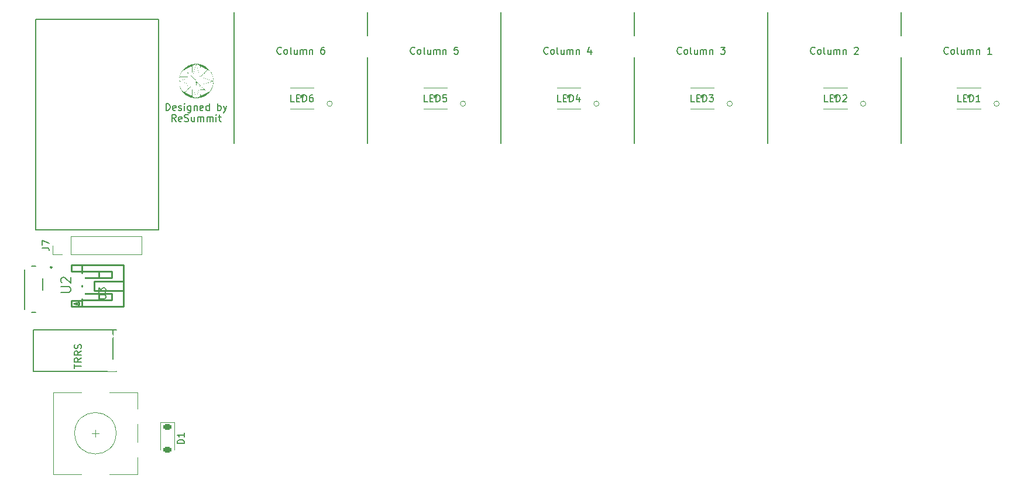
<source format=gto>
G04 #@! TF.GenerationSoftware,KiCad,Pcbnew,7.0.8*
G04 #@! TF.CreationDate,2023-10-17T04:23:31-07:00*
G04 #@! TF.ProjectId,Seismos_CoreR,53656973-6d6f-4735-9f43-6f7265522e6b,rev?*
G04 #@! TF.SameCoordinates,Original*
G04 #@! TF.FileFunction,Legend,Top*
G04 #@! TF.FilePolarity,Positive*
%FSLAX46Y46*%
G04 Gerber Fmt 4.6, Leading zero omitted, Abs format (unit mm)*
G04 Created by KiCad (PCBNEW 7.0.8) date 2023-10-17 04:23:31*
%MOMM*%
%LPD*%
G01*
G04 APERTURE LIST*
G04 Aperture macros list*
%AMRoundRect*
0 Rectangle with rounded corners*
0 $1 Rounding radius*
0 $2 $3 $4 $5 $6 $7 $8 $9 X,Y pos of 4 corners*
0 Add a 4 corners polygon primitive as box body*
4,1,4,$2,$3,$4,$5,$6,$7,$8,$9,$2,$3,0*
0 Add four circle primitives for the rounded corners*
1,1,$1+$1,$2,$3*
1,1,$1+$1,$4,$5*
1,1,$1+$1,$6,$7*
1,1,$1+$1,$8,$9*
0 Add four rect primitives between the rounded corners*
20,1,$1+$1,$2,$3,$4,$5,0*
20,1,$1+$1,$4,$5,$6,$7,0*
20,1,$1+$1,$6,$7,$8,$9,0*
20,1,$1+$1,$8,$9,$2,$3,0*%
%AMFreePoly0*
4,1,6,0.600000,0.200000,0.000000,-0.400000,-0.600000,0.200000,-0.600000,0.400000,0.600000,0.400000,0.600000,0.200000,0.600000,0.200000,$1*%
%AMFreePoly1*
4,1,6,0.600000,-0.250000,-0.600000,-0.250000,-0.600000,1.000000,0.000000,0.400000,0.600000,1.000000,0.600000,-0.250000,0.600000,-0.250000,$1*%
G04 Aperture macros list end*
%ADD10C,0.150000*%
%ADD11C,0.120000*%
%ADD12C,0.127000*%
%ADD13C,0.250000*%
%ADD14C,0.254000*%
%ADD15C,1.200000*%
%ADD16O,2.500000X1.700000*%
%ADD17C,0.100000*%
%ADD18C,3.200000*%
%ADD19C,2.000000*%
%ADD20R,3.200000X2.000000*%
%ADD21R,1.700000X1.700000*%
%ADD22O,1.700000X1.700000*%
%ADD23C,0.900000*%
%ADD24R,1.500000X0.700000*%
%ADD25R,0.800000X1.000000*%
%ADD26C,1.400000*%
%ADD27C,1.600000*%
%ADD28FreePoly0,270.000000*%
%ADD29FreePoly0,90.000000*%
%ADD30R,1.600000X1.600000*%
%ADD31FreePoly1,270.000000*%
%ADD32FreePoly1,90.000000*%
%ADD33RoundRect,0.225000X-0.375000X0.225000X-0.375000X-0.225000X0.375000X-0.225000X0.375000X0.225000X0*%
%ADD34R,1.803400X0.812800*%
G04 APERTURE END LIST*
D10*
X61200000Y-20000000D02*
X61200000Y-39000000D01*
X80500000Y-20000000D02*
X80500000Y-39000000D01*
X119100000Y-20000000D02*
X119100000Y-39000000D01*
X99800000Y-20000000D02*
X99800000Y-39000000D01*
X157700000Y-20000000D02*
X157700000Y-39000000D01*
X138400000Y-20000000D02*
X138400000Y-39000000D01*
X106616666Y-25974580D02*
X106569047Y-26022200D01*
X106569047Y-26022200D02*
X106426190Y-26069819D01*
X106426190Y-26069819D02*
X106330952Y-26069819D01*
X106330952Y-26069819D02*
X106188095Y-26022200D01*
X106188095Y-26022200D02*
X106092857Y-25926961D01*
X106092857Y-25926961D02*
X106045238Y-25831723D01*
X106045238Y-25831723D02*
X105997619Y-25641247D01*
X105997619Y-25641247D02*
X105997619Y-25498390D01*
X105997619Y-25498390D02*
X106045238Y-25307914D01*
X106045238Y-25307914D02*
X106092857Y-25212676D01*
X106092857Y-25212676D02*
X106188095Y-25117438D01*
X106188095Y-25117438D02*
X106330952Y-25069819D01*
X106330952Y-25069819D02*
X106426190Y-25069819D01*
X106426190Y-25069819D02*
X106569047Y-25117438D01*
X106569047Y-25117438D02*
X106616666Y-25165057D01*
X107188095Y-26069819D02*
X107092857Y-26022200D01*
X107092857Y-26022200D02*
X107045238Y-25974580D01*
X107045238Y-25974580D02*
X106997619Y-25879342D01*
X106997619Y-25879342D02*
X106997619Y-25593628D01*
X106997619Y-25593628D02*
X107045238Y-25498390D01*
X107045238Y-25498390D02*
X107092857Y-25450771D01*
X107092857Y-25450771D02*
X107188095Y-25403152D01*
X107188095Y-25403152D02*
X107330952Y-25403152D01*
X107330952Y-25403152D02*
X107426190Y-25450771D01*
X107426190Y-25450771D02*
X107473809Y-25498390D01*
X107473809Y-25498390D02*
X107521428Y-25593628D01*
X107521428Y-25593628D02*
X107521428Y-25879342D01*
X107521428Y-25879342D02*
X107473809Y-25974580D01*
X107473809Y-25974580D02*
X107426190Y-26022200D01*
X107426190Y-26022200D02*
X107330952Y-26069819D01*
X107330952Y-26069819D02*
X107188095Y-26069819D01*
X108092857Y-26069819D02*
X107997619Y-26022200D01*
X107997619Y-26022200D02*
X107950000Y-25926961D01*
X107950000Y-25926961D02*
X107950000Y-25069819D01*
X108902381Y-25403152D02*
X108902381Y-26069819D01*
X108473810Y-25403152D02*
X108473810Y-25926961D01*
X108473810Y-25926961D02*
X108521429Y-26022200D01*
X108521429Y-26022200D02*
X108616667Y-26069819D01*
X108616667Y-26069819D02*
X108759524Y-26069819D01*
X108759524Y-26069819D02*
X108854762Y-26022200D01*
X108854762Y-26022200D02*
X108902381Y-25974580D01*
X109378572Y-26069819D02*
X109378572Y-25403152D01*
X109378572Y-25498390D02*
X109426191Y-25450771D01*
X109426191Y-25450771D02*
X109521429Y-25403152D01*
X109521429Y-25403152D02*
X109664286Y-25403152D01*
X109664286Y-25403152D02*
X109759524Y-25450771D01*
X109759524Y-25450771D02*
X109807143Y-25546009D01*
X109807143Y-25546009D02*
X109807143Y-26069819D01*
X109807143Y-25546009D02*
X109854762Y-25450771D01*
X109854762Y-25450771D02*
X109950000Y-25403152D01*
X109950000Y-25403152D02*
X110092857Y-25403152D01*
X110092857Y-25403152D02*
X110188096Y-25450771D01*
X110188096Y-25450771D02*
X110235715Y-25546009D01*
X110235715Y-25546009D02*
X110235715Y-26069819D01*
X110711905Y-25403152D02*
X110711905Y-26069819D01*
X110711905Y-25498390D02*
X110759524Y-25450771D01*
X110759524Y-25450771D02*
X110854762Y-25403152D01*
X110854762Y-25403152D02*
X110997619Y-25403152D01*
X110997619Y-25403152D02*
X111092857Y-25450771D01*
X111092857Y-25450771D02*
X111140476Y-25546009D01*
X111140476Y-25546009D02*
X111140476Y-26069819D01*
X112807143Y-25403152D02*
X112807143Y-26069819D01*
X112569048Y-25022200D02*
X112330953Y-25736485D01*
X112330953Y-25736485D02*
X112950000Y-25736485D01*
X87316666Y-25974580D02*
X87269047Y-26022200D01*
X87269047Y-26022200D02*
X87126190Y-26069819D01*
X87126190Y-26069819D02*
X87030952Y-26069819D01*
X87030952Y-26069819D02*
X86888095Y-26022200D01*
X86888095Y-26022200D02*
X86792857Y-25926961D01*
X86792857Y-25926961D02*
X86745238Y-25831723D01*
X86745238Y-25831723D02*
X86697619Y-25641247D01*
X86697619Y-25641247D02*
X86697619Y-25498390D01*
X86697619Y-25498390D02*
X86745238Y-25307914D01*
X86745238Y-25307914D02*
X86792857Y-25212676D01*
X86792857Y-25212676D02*
X86888095Y-25117438D01*
X86888095Y-25117438D02*
X87030952Y-25069819D01*
X87030952Y-25069819D02*
X87126190Y-25069819D01*
X87126190Y-25069819D02*
X87269047Y-25117438D01*
X87269047Y-25117438D02*
X87316666Y-25165057D01*
X87888095Y-26069819D02*
X87792857Y-26022200D01*
X87792857Y-26022200D02*
X87745238Y-25974580D01*
X87745238Y-25974580D02*
X87697619Y-25879342D01*
X87697619Y-25879342D02*
X87697619Y-25593628D01*
X87697619Y-25593628D02*
X87745238Y-25498390D01*
X87745238Y-25498390D02*
X87792857Y-25450771D01*
X87792857Y-25450771D02*
X87888095Y-25403152D01*
X87888095Y-25403152D02*
X88030952Y-25403152D01*
X88030952Y-25403152D02*
X88126190Y-25450771D01*
X88126190Y-25450771D02*
X88173809Y-25498390D01*
X88173809Y-25498390D02*
X88221428Y-25593628D01*
X88221428Y-25593628D02*
X88221428Y-25879342D01*
X88221428Y-25879342D02*
X88173809Y-25974580D01*
X88173809Y-25974580D02*
X88126190Y-26022200D01*
X88126190Y-26022200D02*
X88030952Y-26069819D01*
X88030952Y-26069819D02*
X87888095Y-26069819D01*
X88792857Y-26069819D02*
X88697619Y-26022200D01*
X88697619Y-26022200D02*
X88650000Y-25926961D01*
X88650000Y-25926961D02*
X88650000Y-25069819D01*
X89602381Y-25403152D02*
X89602381Y-26069819D01*
X89173810Y-25403152D02*
X89173810Y-25926961D01*
X89173810Y-25926961D02*
X89221429Y-26022200D01*
X89221429Y-26022200D02*
X89316667Y-26069819D01*
X89316667Y-26069819D02*
X89459524Y-26069819D01*
X89459524Y-26069819D02*
X89554762Y-26022200D01*
X89554762Y-26022200D02*
X89602381Y-25974580D01*
X90078572Y-26069819D02*
X90078572Y-25403152D01*
X90078572Y-25498390D02*
X90126191Y-25450771D01*
X90126191Y-25450771D02*
X90221429Y-25403152D01*
X90221429Y-25403152D02*
X90364286Y-25403152D01*
X90364286Y-25403152D02*
X90459524Y-25450771D01*
X90459524Y-25450771D02*
X90507143Y-25546009D01*
X90507143Y-25546009D02*
X90507143Y-26069819D01*
X90507143Y-25546009D02*
X90554762Y-25450771D01*
X90554762Y-25450771D02*
X90650000Y-25403152D01*
X90650000Y-25403152D02*
X90792857Y-25403152D01*
X90792857Y-25403152D02*
X90888096Y-25450771D01*
X90888096Y-25450771D02*
X90935715Y-25546009D01*
X90935715Y-25546009D02*
X90935715Y-26069819D01*
X91411905Y-25403152D02*
X91411905Y-26069819D01*
X91411905Y-25498390D02*
X91459524Y-25450771D01*
X91459524Y-25450771D02*
X91554762Y-25403152D01*
X91554762Y-25403152D02*
X91697619Y-25403152D01*
X91697619Y-25403152D02*
X91792857Y-25450771D01*
X91792857Y-25450771D02*
X91840476Y-25546009D01*
X91840476Y-25546009D02*
X91840476Y-26069819D01*
X93554762Y-25069819D02*
X93078572Y-25069819D01*
X93078572Y-25069819D02*
X93030953Y-25546009D01*
X93030953Y-25546009D02*
X93078572Y-25498390D01*
X93078572Y-25498390D02*
X93173810Y-25450771D01*
X93173810Y-25450771D02*
X93411905Y-25450771D01*
X93411905Y-25450771D02*
X93507143Y-25498390D01*
X93507143Y-25498390D02*
X93554762Y-25546009D01*
X93554762Y-25546009D02*
X93602381Y-25641247D01*
X93602381Y-25641247D02*
X93602381Y-25879342D01*
X93602381Y-25879342D02*
X93554762Y-25974580D01*
X93554762Y-25974580D02*
X93507143Y-26022200D01*
X93507143Y-26022200D02*
X93411905Y-26069819D01*
X93411905Y-26069819D02*
X93173810Y-26069819D01*
X93173810Y-26069819D02*
X93078572Y-26022200D01*
X93078572Y-26022200D02*
X93030953Y-25974580D01*
X145216666Y-25974580D02*
X145169047Y-26022200D01*
X145169047Y-26022200D02*
X145026190Y-26069819D01*
X145026190Y-26069819D02*
X144930952Y-26069819D01*
X144930952Y-26069819D02*
X144788095Y-26022200D01*
X144788095Y-26022200D02*
X144692857Y-25926961D01*
X144692857Y-25926961D02*
X144645238Y-25831723D01*
X144645238Y-25831723D02*
X144597619Y-25641247D01*
X144597619Y-25641247D02*
X144597619Y-25498390D01*
X144597619Y-25498390D02*
X144645238Y-25307914D01*
X144645238Y-25307914D02*
X144692857Y-25212676D01*
X144692857Y-25212676D02*
X144788095Y-25117438D01*
X144788095Y-25117438D02*
X144930952Y-25069819D01*
X144930952Y-25069819D02*
X145026190Y-25069819D01*
X145026190Y-25069819D02*
X145169047Y-25117438D01*
X145169047Y-25117438D02*
X145216666Y-25165057D01*
X145788095Y-26069819D02*
X145692857Y-26022200D01*
X145692857Y-26022200D02*
X145645238Y-25974580D01*
X145645238Y-25974580D02*
X145597619Y-25879342D01*
X145597619Y-25879342D02*
X145597619Y-25593628D01*
X145597619Y-25593628D02*
X145645238Y-25498390D01*
X145645238Y-25498390D02*
X145692857Y-25450771D01*
X145692857Y-25450771D02*
X145788095Y-25403152D01*
X145788095Y-25403152D02*
X145930952Y-25403152D01*
X145930952Y-25403152D02*
X146026190Y-25450771D01*
X146026190Y-25450771D02*
X146073809Y-25498390D01*
X146073809Y-25498390D02*
X146121428Y-25593628D01*
X146121428Y-25593628D02*
X146121428Y-25879342D01*
X146121428Y-25879342D02*
X146073809Y-25974580D01*
X146073809Y-25974580D02*
X146026190Y-26022200D01*
X146026190Y-26022200D02*
X145930952Y-26069819D01*
X145930952Y-26069819D02*
X145788095Y-26069819D01*
X146692857Y-26069819D02*
X146597619Y-26022200D01*
X146597619Y-26022200D02*
X146550000Y-25926961D01*
X146550000Y-25926961D02*
X146550000Y-25069819D01*
X147502381Y-25403152D02*
X147502381Y-26069819D01*
X147073810Y-25403152D02*
X147073810Y-25926961D01*
X147073810Y-25926961D02*
X147121429Y-26022200D01*
X147121429Y-26022200D02*
X147216667Y-26069819D01*
X147216667Y-26069819D02*
X147359524Y-26069819D01*
X147359524Y-26069819D02*
X147454762Y-26022200D01*
X147454762Y-26022200D02*
X147502381Y-25974580D01*
X147978572Y-26069819D02*
X147978572Y-25403152D01*
X147978572Y-25498390D02*
X148026191Y-25450771D01*
X148026191Y-25450771D02*
X148121429Y-25403152D01*
X148121429Y-25403152D02*
X148264286Y-25403152D01*
X148264286Y-25403152D02*
X148359524Y-25450771D01*
X148359524Y-25450771D02*
X148407143Y-25546009D01*
X148407143Y-25546009D02*
X148407143Y-26069819D01*
X148407143Y-25546009D02*
X148454762Y-25450771D01*
X148454762Y-25450771D02*
X148550000Y-25403152D01*
X148550000Y-25403152D02*
X148692857Y-25403152D01*
X148692857Y-25403152D02*
X148788096Y-25450771D01*
X148788096Y-25450771D02*
X148835715Y-25546009D01*
X148835715Y-25546009D02*
X148835715Y-26069819D01*
X149311905Y-25403152D02*
X149311905Y-26069819D01*
X149311905Y-25498390D02*
X149359524Y-25450771D01*
X149359524Y-25450771D02*
X149454762Y-25403152D01*
X149454762Y-25403152D02*
X149597619Y-25403152D01*
X149597619Y-25403152D02*
X149692857Y-25450771D01*
X149692857Y-25450771D02*
X149740476Y-25546009D01*
X149740476Y-25546009D02*
X149740476Y-26069819D01*
X150930953Y-25165057D02*
X150978572Y-25117438D01*
X150978572Y-25117438D02*
X151073810Y-25069819D01*
X151073810Y-25069819D02*
X151311905Y-25069819D01*
X151311905Y-25069819D02*
X151407143Y-25117438D01*
X151407143Y-25117438D02*
X151454762Y-25165057D01*
X151454762Y-25165057D02*
X151502381Y-25260295D01*
X151502381Y-25260295D02*
X151502381Y-25355533D01*
X151502381Y-25355533D02*
X151454762Y-25498390D01*
X151454762Y-25498390D02*
X150883334Y-26069819D01*
X150883334Y-26069819D02*
X151502381Y-26069819D01*
X125916666Y-25974580D02*
X125869047Y-26022200D01*
X125869047Y-26022200D02*
X125726190Y-26069819D01*
X125726190Y-26069819D02*
X125630952Y-26069819D01*
X125630952Y-26069819D02*
X125488095Y-26022200D01*
X125488095Y-26022200D02*
X125392857Y-25926961D01*
X125392857Y-25926961D02*
X125345238Y-25831723D01*
X125345238Y-25831723D02*
X125297619Y-25641247D01*
X125297619Y-25641247D02*
X125297619Y-25498390D01*
X125297619Y-25498390D02*
X125345238Y-25307914D01*
X125345238Y-25307914D02*
X125392857Y-25212676D01*
X125392857Y-25212676D02*
X125488095Y-25117438D01*
X125488095Y-25117438D02*
X125630952Y-25069819D01*
X125630952Y-25069819D02*
X125726190Y-25069819D01*
X125726190Y-25069819D02*
X125869047Y-25117438D01*
X125869047Y-25117438D02*
X125916666Y-25165057D01*
X126488095Y-26069819D02*
X126392857Y-26022200D01*
X126392857Y-26022200D02*
X126345238Y-25974580D01*
X126345238Y-25974580D02*
X126297619Y-25879342D01*
X126297619Y-25879342D02*
X126297619Y-25593628D01*
X126297619Y-25593628D02*
X126345238Y-25498390D01*
X126345238Y-25498390D02*
X126392857Y-25450771D01*
X126392857Y-25450771D02*
X126488095Y-25403152D01*
X126488095Y-25403152D02*
X126630952Y-25403152D01*
X126630952Y-25403152D02*
X126726190Y-25450771D01*
X126726190Y-25450771D02*
X126773809Y-25498390D01*
X126773809Y-25498390D02*
X126821428Y-25593628D01*
X126821428Y-25593628D02*
X126821428Y-25879342D01*
X126821428Y-25879342D02*
X126773809Y-25974580D01*
X126773809Y-25974580D02*
X126726190Y-26022200D01*
X126726190Y-26022200D02*
X126630952Y-26069819D01*
X126630952Y-26069819D02*
X126488095Y-26069819D01*
X127392857Y-26069819D02*
X127297619Y-26022200D01*
X127297619Y-26022200D02*
X127250000Y-25926961D01*
X127250000Y-25926961D02*
X127250000Y-25069819D01*
X128202381Y-25403152D02*
X128202381Y-26069819D01*
X127773810Y-25403152D02*
X127773810Y-25926961D01*
X127773810Y-25926961D02*
X127821429Y-26022200D01*
X127821429Y-26022200D02*
X127916667Y-26069819D01*
X127916667Y-26069819D02*
X128059524Y-26069819D01*
X128059524Y-26069819D02*
X128154762Y-26022200D01*
X128154762Y-26022200D02*
X128202381Y-25974580D01*
X128678572Y-26069819D02*
X128678572Y-25403152D01*
X128678572Y-25498390D02*
X128726191Y-25450771D01*
X128726191Y-25450771D02*
X128821429Y-25403152D01*
X128821429Y-25403152D02*
X128964286Y-25403152D01*
X128964286Y-25403152D02*
X129059524Y-25450771D01*
X129059524Y-25450771D02*
X129107143Y-25546009D01*
X129107143Y-25546009D02*
X129107143Y-26069819D01*
X129107143Y-25546009D02*
X129154762Y-25450771D01*
X129154762Y-25450771D02*
X129250000Y-25403152D01*
X129250000Y-25403152D02*
X129392857Y-25403152D01*
X129392857Y-25403152D02*
X129488096Y-25450771D01*
X129488096Y-25450771D02*
X129535715Y-25546009D01*
X129535715Y-25546009D02*
X129535715Y-26069819D01*
X130011905Y-25403152D02*
X130011905Y-26069819D01*
X130011905Y-25498390D02*
X130059524Y-25450771D01*
X130059524Y-25450771D02*
X130154762Y-25403152D01*
X130154762Y-25403152D02*
X130297619Y-25403152D01*
X130297619Y-25403152D02*
X130392857Y-25450771D01*
X130392857Y-25450771D02*
X130440476Y-25546009D01*
X130440476Y-25546009D02*
X130440476Y-26069819D01*
X131583334Y-25069819D02*
X132202381Y-25069819D01*
X132202381Y-25069819D02*
X131869048Y-25450771D01*
X131869048Y-25450771D02*
X132011905Y-25450771D01*
X132011905Y-25450771D02*
X132107143Y-25498390D01*
X132107143Y-25498390D02*
X132154762Y-25546009D01*
X132154762Y-25546009D02*
X132202381Y-25641247D01*
X132202381Y-25641247D02*
X132202381Y-25879342D01*
X132202381Y-25879342D02*
X132154762Y-25974580D01*
X132154762Y-25974580D02*
X132107143Y-26022200D01*
X132107143Y-26022200D02*
X132011905Y-26069819D01*
X132011905Y-26069819D02*
X131726191Y-26069819D01*
X131726191Y-26069819D02*
X131630953Y-26022200D01*
X131630953Y-26022200D02*
X131583334Y-25974580D01*
X164516666Y-25974580D02*
X164469047Y-26022200D01*
X164469047Y-26022200D02*
X164326190Y-26069819D01*
X164326190Y-26069819D02*
X164230952Y-26069819D01*
X164230952Y-26069819D02*
X164088095Y-26022200D01*
X164088095Y-26022200D02*
X163992857Y-25926961D01*
X163992857Y-25926961D02*
X163945238Y-25831723D01*
X163945238Y-25831723D02*
X163897619Y-25641247D01*
X163897619Y-25641247D02*
X163897619Y-25498390D01*
X163897619Y-25498390D02*
X163945238Y-25307914D01*
X163945238Y-25307914D02*
X163992857Y-25212676D01*
X163992857Y-25212676D02*
X164088095Y-25117438D01*
X164088095Y-25117438D02*
X164230952Y-25069819D01*
X164230952Y-25069819D02*
X164326190Y-25069819D01*
X164326190Y-25069819D02*
X164469047Y-25117438D01*
X164469047Y-25117438D02*
X164516666Y-25165057D01*
X165088095Y-26069819D02*
X164992857Y-26022200D01*
X164992857Y-26022200D02*
X164945238Y-25974580D01*
X164945238Y-25974580D02*
X164897619Y-25879342D01*
X164897619Y-25879342D02*
X164897619Y-25593628D01*
X164897619Y-25593628D02*
X164945238Y-25498390D01*
X164945238Y-25498390D02*
X164992857Y-25450771D01*
X164992857Y-25450771D02*
X165088095Y-25403152D01*
X165088095Y-25403152D02*
X165230952Y-25403152D01*
X165230952Y-25403152D02*
X165326190Y-25450771D01*
X165326190Y-25450771D02*
X165373809Y-25498390D01*
X165373809Y-25498390D02*
X165421428Y-25593628D01*
X165421428Y-25593628D02*
X165421428Y-25879342D01*
X165421428Y-25879342D02*
X165373809Y-25974580D01*
X165373809Y-25974580D02*
X165326190Y-26022200D01*
X165326190Y-26022200D02*
X165230952Y-26069819D01*
X165230952Y-26069819D02*
X165088095Y-26069819D01*
X165992857Y-26069819D02*
X165897619Y-26022200D01*
X165897619Y-26022200D02*
X165850000Y-25926961D01*
X165850000Y-25926961D02*
X165850000Y-25069819D01*
X166802381Y-25403152D02*
X166802381Y-26069819D01*
X166373810Y-25403152D02*
X166373810Y-25926961D01*
X166373810Y-25926961D02*
X166421429Y-26022200D01*
X166421429Y-26022200D02*
X166516667Y-26069819D01*
X166516667Y-26069819D02*
X166659524Y-26069819D01*
X166659524Y-26069819D02*
X166754762Y-26022200D01*
X166754762Y-26022200D02*
X166802381Y-25974580D01*
X167278572Y-26069819D02*
X167278572Y-25403152D01*
X167278572Y-25498390D02*
X167326191Y-25450771D01*
X167326191Y-25450771D02*
X167421429Y-25403152D01*
X167421429Y-25403152D02*
X167564286Y-25403152D01*
X167564286Y-25403152D02*
X167659524Y-25450771D01*
X167659524Y-25450771D02*
X167707143Y-25546009D01*
X167707143Y-25546009D02*
X167707143Y-26069819D01*
X167707143Y-25546009D02*
X167754762Y-25450771D01*
X167754762Y-25450771D02*
X167850000Y-25403152D01*
X167850000Y-25403152D02*
X167992857Y-25403152D01*
X167992857Y-25403152D02*
X168088096Y-25450771D01*
X168088096Y-25450771D02*
X168135715Y-25546009D01*
X168135715Y-25546009D02*
X168135715Y-26069819D01*
X168611905Y-25403152D02*
X168611905Y-26069819D01*
X168611905Y-25498390D02*
X168659524Y-25450771D01*
X168659524Y-25450771D02*
X168754762Y-25403152D01*
X168754762Y-25403152D02*
X168897619Y-25403152D01*
X168897619Y-25403152D02*
X168992857Y-25450771D01*
X168992857Y-25450771D02*
X169040476Y-25546009D01*
X169040476Y-25546009D02*
X169040476Y-26069819D01*
X170802381Y-26069819D02*
X170230953Y-26069819D01*
X170516667Y-26069819D02*
X170516667Y-25069819D01*
X170516667Y-25069819D02*
X170421429Y-25212676D01*
X170421429Y-25212676D02*
X170326191Y-25307914D01*
X170326191Y-25307914D02*
X170230953Y-25355533D01*
X68016666Y-25974580D02*
X67969047Y-26022200D01*
X67969047Y-26022200D02*
X67826190Y-26069819D01*
X67826190Y-26069819D02*
X67730952Y-26069819D01*
X67730952Y-26069819D02*
X67588095Y-26022200D01*
X67588095Y-26022200D02*
X67492857Y-25926961D01*
X67492857Y-25926961D02*
X67445238Y-25831723D01*
X67445238Y-25831723D02*
X67397619Y-25641247D01*
X67397619Y-25641247D02*
X67397619Y-25498390D01*
X67397619Y-25498390D02*
X67445238Y-25307914D01*
X67445238Y-25307914D02*
X67492857Y-25212676D01*
X67492857Y-25212676D02*
X67588095Y-25117438D01*
X67588095Y-25117438D02*
X67730952Y-25069819D01*
X67730952Y-25069819D02*
X67826190Y-25069819D01*
X67826190Y-25069819D02*
X67969047Y-25117438D01*
X67969047Y-25117438D02*
X68016666Y-25165057D01*
X68588095Y-26069819D02*
X68492857Y-26022200D01*
X68492857Y-26022200D02*
X68445238Y-25974580D01*
X68445238Y-25974580D02*
X68397619Y-25879342D01*
X68397619Y-25879342D02*
X68397619Y-25593628D01*
X68397619Y-25593628D02*
X68445238Y-25498390D01*
X68445238Y-25498390D02*
X68492857Y-25450771D01*
X68492857Y-25450771D02*
X68588095Y-25403152D01*
X68588095Y-25403152D02*
X68730952Y-25403152D01*
X68730952Y-25403152D02*
X68826190Y-25450771D01*
X68826190Y-25450771D02*
X68873809Y-25498390D01*
X68873809Y-25498390D02*
X68921428Y-25593628D01*
X68921428Y-25593628D02*
X68921428Y-25879342D01*
X68921428Y-25879342D02*
X68873809Y-25974580D01*
X68873809Y-25974580D02*
X68826190Y-26022200D01*
X68826190Y-26022200D02*
X68730952Y-26069819D01*
X68730952Y-26069819D02*
X68588095Y-26069819D01*
X69492857Y-26069819D02*
X69397619Y-26022200D01*
X69397619Y-26022200D02*
X69350000Y-25926961D01*
X69350000Y-25926961D02*
X69350000Y-25069819D01*
X70302381Y-25403152D02*
X70302381Y-26069819D01*
X69873810Y-25403152D02*
X69873810Y-25926961D01*
X69873810Y-25926961D02*
X69921429Y-26022200D01*
X69921429Y-26022200D02*
X70016667Y-26069819D01*
X70016667Y-26069819D02*
X70159524Y-26069819D01*
X70159524Y-26069819D02*
X70254762Y-26022200D01*
X70254762Y-26022200D02*
X70302381Y-25974580D01*
X70778572Y-26069819D02*
X70778572Y-25403152D01*
X70778572Y-25498390D02*
X70826191Y-25450771D01*
X70826191Y-25450771D02*
X70921429Y-25403152D01*
X70921429Y-25403152D02*
X71064286Y-25403152D01*
X71064286Y-25403152D02*
X71159524Y-25450771D01*
X71159524Y-25450771D02*
X71207143Y-25546009D01*
X71207143Y-25546009D02*
X71207143Y-26069819D01*
X71207143Y-25546009D02*
X71254762Y-25450771D01*
X71254762Y-25450771D02*
X71350000Y-25403152D01*
X71350000Y-25403152D02*
X71492857Y-25403152D01*
X71492857Y-25403152D02*
X71588096Y-25450771D01*
X71588096Y-25450771D02*
X71635715Y-25546009D01*
X71635715Y-25546009D02*
X71635715Y-26069819D01*
X72111905Y-25403152D02*
X72111905Y-26069819D01*
X72111905Y-25498390D02*
X72159524Y-25450771D01*
X72159524Y-25450771D02*
X72254762Y-25403152D01*
X72254762Y-25403152D02*
X72397619Y-25403152D01*
X72397619Y-25403152D02*
X72492857Y-25450771D01*
X72492857Y-25450771D02*
X72540476Y-25546009D01*
X72540476Y-25546009D02*
X72540476Y-26069819D01*
X74207143Y-25069819D02*
X74016667Y-25069819D01*
X74016667Y-25069819D02*
X73921429Y-25117438D01*
X73921429Y-25117438D02*
X73873810Y-25165057D01*
X73873810Y-25165057D02*
X73778572Y-25307914D01*
X73778572Y-25307914D02*
X73730953Y-25498390D01*
X73730953Y-25498390D02*
X73730953Y-25879342D01*
X73730953Y-25879342D02*
X73778572Y-25974580D01*
X73778572Y-25974580D02*
X73826191Y-26022200D01*
X73826191Y-26022200D02*
X73921429Y-26069819D01*
X73921429Y-26069819D02*
X74111905Y-26069819D01*
X74111905Y-26069819D02*
X74207143Y-26022200D01*
X74207143Y-26022200D02*
X74254762Y-25974580D01*
X74254762Y-25974580D02*
X74302381Y-25879342D01*
X74302381Y-25879342D02*
X74302381Y-25641247D01*
X74302381Y-25641247D02*
X74254762Y-25546009D01*
X74254762Y-25546009D02*
X74207143Y-25498390D01*
X74207143Y-25498390D02*
X74111905Y-25450771D01*
X74111905Y-25450771D02*
X73921429Y-25450771D01*
X73921429Y-25450771D02*
X73826191Y-25498390D01*
X73826191Y-25498390D02*
X73778572Y-25546009D01*
X73778572Y-25546009D02*
X73730953Y-25641247D01*
X51341666Y-34209819D02*
X51341666Y-33209819D01*
X51341666Y-33209819D02*
X51579761Y-33209819D01*
X51579761Y-33209819D02*
X51722618Y-33257438D01*
X51722618Y-33257438D02*
X51817856Y-33352676D01*
X51817856Y-33352676D02*
X51865475Y-33447914D01*
X51865475Y-33447914D02*
X51913094Y-33638390D01*
X51913094Y-33638390D02*
X51913094Y-33781247D01*
X51913094Y-33781247D02*
X51865475Y-33971723D01*
X51865475Y-33971723D02*
X51817856Y-34066961D01*
X51817856Y-34066961D02*
X51722618Y-34162200D01*
X51722618Y-34162200D02*
X51579761Y-34209819D01*
X51579761Y-34209819D02*
X51341666Y-34209819D01*
X52722618Y-34162200D02*
X52627380Y-34209819D01*
X52627380Y-34209819D02*
X52436904Y-34209819D01*
X52436904Y-34209819D02*
X52341666Y-34162200D01*
X52341666Y-34162200D02*
X52294047Y-34066961D01*
X52294047Y-34066961D02*
X52294047Y-33686009D01*
X52294047Y-33686009D02*
X52341666Y-33590771D01*
X52341666Y-33590771D02*
X52436904Y-33543152D01*
X52436904Y-33543152D02*
X52627380Y-33543152D01*
X52627380Y-33543152D02*
X52722618Y-33590771D01*
X52722618Y-33590771D02*
X52770237Y-33686009D01*
X52770237Y-33686009D02*
X52770237Y-33781247D01*
X52770237Y-33781247D02*
X52294047Y-33876485D01*
X53151190Y-34162200D02*
X53246428Y-34209819D01*
X53246428Y-34209819D02*
X53436904Y-34209819D01*
X53436904Y-34209819D02*
X53532142Y-34162200D01*
X53532142Y-34162200D02*
X53579761Y-34066961D01*
X53579761Y-34066961D02*
X53579761Y-34019342D01*
X53579761Y-34019342D02*
X53532142Y-33924104D01*
X53532142Y-33924104D02*
X53436904Y-33876485D01*
X53436904Y-33876485D02*
X53294047Y-33876485D01*
X53294047Y-33876485D02*
X53198809Y-33828866D01*
X53198809Y-33828866D02*
X53151190Y-33733628D01*
X53151190Y-33733628D02*
X53151190Y-33686009D01*
X53151190Y-33686009D02*
X53198809Y-33590771D01*
X53198809Y-33590771D02*
X53294047Y-33543152D01*
X53294047Y-33543152D02*
X53436904Y-33543152D01*
X53436904Y-33543152D02*
X53532142Y-33590771D01*
X54008333Y-34209819D02*
X54008333Y-33543152D01*
X54008333Y-33209819D02*
X53960714Y-33257438D01*
X53960714Y-33257438D02*
X54008333Y-33305057D01*
X54008333Y-33305057D02*
X54055952Y-33257438D01*
X54055952Y-33257438D02*
X54008333Y-33209819D01*
X54008333Y-33209819D02*
X54008333Y-33305057D01*
X54913094Y-33543152D02*
X54913094Y-34352676D01*
X54913094Y-34352676D02*
X54865475Y-34447914D01*
X54865475Y-34447914D02*
X54817856Y-34495533D01*
X54817856Y-34495533D02*
X54722618Y-34543152D01*
X54722618Y-34543152D02*
X54579761Y-34543152D01*
X54579761Y-34543152D02*
X54484523Y-34495533D01*
X54913094Y-34162200D02*
X54817856Y-34209819D01*
X54817856Y-34209819D02*
X54627380Y-34209819D01*
X54627380Y-34209819D02*
X54532142Y-34162200D01*
X54532142Y-34162200D02*
X54484523Y-34114580D01*
X54484523Y-34114580D02*
X54436904Y-34019342D01*
X54436904Y-34019342D02*
X54436904Y-33733628D01*
X54436904Y-33733628D02*
X54484523Y-33638390D01*
X54484523Y-33638390D02*
X54532142Y-33590771D01*
X54532142Y-33590771D02*
X54627380Y-33543152D01*
X54627380Y-33543152D02*
X54817856Y-33543152D01*
X54817856Y-33543152D02*
X54913094Y-33590771D01*
X55389285Y-33543152D02*
X55389285Y-34209819D01*
X55389285Y-33638390D02*
X55436904Y-33590771D01*
X55436904Y-33590771D02*
X55532142Y-33543152D01*
X55532142Y-33543152D02*
X55674999Y-33543152D01*
X55674999Y-33543152D02*
X55770237Y-33590771D01*
X55770237Y-33590771D02*
X55817856Y-33686009D01*
X55817856Y-33686009D02*
X55817856Y-34209819D01*
X56674999Y-34162200D02*
X56579761Y-34209819D01*
X56579761Y-34209819D02*
X56389285Y-34209819D01*
X56389285Y-34209819D02*
X56294047Y-34162200D01*
X56294047Y-34162200D02*
X56246428Y-34066961D01*
X56246428Y-34066961D02*
X56246428Y-33686009D01*
X56246428Y-33686009D02*
X56294047Y-33590771D01*
X56294047Y-33590771D02*
X56389285Y-33543152D01*
X56389285Y-33543152D02*
X56579761Y-33543152D01*
X56579761Y-33543152D02*
X56674999Y-33590771D01*
X56674999Y-33590771D02*
X56722618Y-33686009D01*
X56722618Y-33686009D02*
X56722618Y-33781247D01*
X56722618Y-33781247D02*
X56246428Y-33876485D01*
X57579761Y-34209819D02*
X57579761Y-33209819D01*
X57579761Y-34162200D02*
X57484523Y-34209819D01*
X57484523Y-34209819D02*
X57294047Y-34209819D01*
X57294047Y-34209819D02*
X57198809Y-34162200D01*
X57198809Y-34162200D02*
X57151190Y-34114580D01*
X57151190Y-34114580D02*
X57103571Y-34019342D01*
X57103571Y-34019342D02*
X57103571Y-33733628D01*
X57103571Y-33733628D02*
X57151190Y-33638390D01*
X57151190Y-33638390D02*
X57198809Y-33590771D01*
X57198809Y-33590771D02*
X57294047Y-33543152D01*
X57294047Y-33543152D02*
X57484523Y-33543152D01*
X57484523Y-33543152D02*
X57579761Y-33590771D01*
X58817857Y-34209819D02*
X58817857Y-33209819D01*
X58817857Y-33590771D02*
X58913095Y-33543152D01*
X58913095Y-33543152D02*
X59103571Y-33543152D01*
X59103571Y-33543152D02*
X59198809Y-33590771D01*
X59198809Y-33590771D02*
X59246428Y-33638390D01*
X59246428Y-33638390D02*
X59294047Y-33733628D01*
X59294047Y-33733628D02*
X59294047Y-34019342D01*
X59294047Y-34019342D02*
X59246428Y-34114580D01*
X59246428Y-34114580D02*
X59198809Y-34162200D01*
X59198809Y-34162200D02*
X59103571Y-34209819D01*
X59103571Y-34209819D02*
X58913095Y-34209819D01*
X58913095Y-34209819D02*
X58817857Y-34162200D01*
X59627381Y-33543152D02*
X59865476Y-34209819D01*
X60103571Y-33543152D02*
X59865476Y-34209819D01*
X59865476Y-34209819D02*
X59770238Y-34447914D01*
X59770238Y-34447914D02*
X59722619Y-34495533D01*
X59722619Y-34495533D02*
X59627381Y-34543152D01*
X52770238Y-35819819D02*
X52436905Y-35343628D01*
X52198810Y-35819819D02*
X52198810Y-34819819D01*
X52198810Y-34819819D02*
X52579762Y-34819819D01*
X52579762Y-34819819D02*
X52675000Y-34867438D01*
X52675000Y-34867438D02*
X52722619Y-34915057D01*
X52722619Y-34915057D02*
X52770238Y-35010295D01*
X52770238Y-35010295D02*
X52770238Y-35153152D01*
X52770238Y-35153152D02*
X52722619Y-35248390D01*
X52722619Y-35248390D02*
X52675000Y-35296009D01*
X52675000Y-35296009D02*
X52579762Y-35343628D01*
X52579762Y-35343628D02*
X52198810Y-35343628D01*
X53579762Y-35772200D02*
X53484524Y-35819819D01*
X53484524Y-35819819D02*
X53294048Y-35819819D01*
X53294048Y-35819819D02*
X53198810Y-35772200D01*
X53198810Y-35772200D02*
X53151191Y-35676961D01*
X53151191Y-35676961D02*
X53151191Y-35296009D01*
X53151191Y-35296009D02*
X53198810Y-35200771D01*
X53198810Y-35200771D02*
X53294048Y-35153152D01*
X53294048Y-35153152D02*
X53484524Y-35153152D01*
X53484524Y-35153152D02*
X53579762Y-35200771D01*
X53579762Y-35200771D02*
X53627381Y-35296009D01*
X53627381Y-35296009D02*
X53627381Y-35391247D01*
X53627381Y-35391247D02*
X53151191Y-35486485D01*
X54008334Y-35772200D02*
X54151191Y-35819819D01*
X54151191Y-35819819D02*
X54389286Y-35819819D01*
X54389286Y-35819819D02*
X54484524Y-35772200D01*
X54484524Y-35772200D02*
X54532143Y-35724580D01*
X54532143Y-35724580D02*
X54579762Y-35629342D01*
X54579762Y-35629342D02*
X54579762Y-35534104D01*
X54579762Y-35534104D02*
X54532143Y-35438866D01*
X54532143Y-35438866D02*
X54484524Y-35391247D01*
X54484524Y-35391247D02*
X54389286Y-35343628D01*
X54389286Y-35343628D02*
X54198810Y-35296009D01*
X54198810Y-35296009D02*
X54103572Y-35248390D01*
X54103572Y-35248390D02*
X54055953Y-35200771D01*
X54055953Y-35200771D02*
X54008334Y-35105533D01*
X54008334Y-35105533D02*
X54008334Y-35010295D01*
X54008334Y-35010295D02*
X54055953Y-34915057D01*
X54055953Y-34915057D02*
X54103572Y-34867438D01*
X54103572Y-34867438D02*
X54198810Y-34819819D01*
X54198810Y-34819819D02*
X54436905Y-34819819D01*
X54436905Y-34819819D02*
X54579762Y-34867438D01*
X55436905Y-35153152D02*
X55436905Y-35819819D01*
X55008334Y-35153152D02*
X55008334Y-35676961D01*
X55008334Y-35676961D02*
X55055953Y-35772200D01*
X55055953Y-35772200D02*
X55151191Y-35819819D01*
X55151191Y-35819819D02*
X55294048Y-35819819D01*
X55294048Y-35819819D02*
X55389286Y-35772200D01*
X55389286Y-35772200D02*
X55436905Y-35724580D01*
X55913096Y-35819819D02*
X55913096Y-35153152D01*
X55913096Y-35248390D02*
X55960715Y-35200771D01*
X55960715Y-35200771D02*
X56055953Y-35153152D01*
X56055953Y-35153152D02*
X56198810Y-35153152D01*
X56198810Y-35153152D02*
X56294048Y-35200771D01*
X56294048Y-35200771D02*
X56341667Y-35296009D01*
X56341667Y-35296009D02*
X56341667Y-35819819D01*
X56341667Y-35296009D02*
X56389286Y-35200771D01*
X56389286Y-35200771D02*
X56484524Y-35153152D01*
X56484524Y-35153152D02*
X56627381Y-35153152D01*
X56627381Y-35153152D02*
X56722620Y-35200771D01*
X56722620Y-35200771D02*
X56770239Y-35296009D01*
X56770239Y-35296009D02*
X56770239Y-35819819D01*
X57246429Y-35819819D02*
X57246429Y-35153152D01*
X57246429Y-35248390D02*
X57294048Y-35200771D01*
X57294048Y-35200771D02*
X57389286Y-35153152D01*
X57389286Y-35153152D02*
X57532143Y-35153152D01*
X57532143Y-35153152D02*
X57627381Y-35200771D01*
X57627381Y-35200771D02*
X57675000Y-35296009D01*
X57675000Y-35296009D02*
X57675000Y-35819819D01*
X57675000Y-35296009D02*
X57722619Y-35200771D01*
X57722619Y-35200771D02*
X57817857Y-35153152D01*
X57817857Y-35153152D02*
X57960714Y-35153152D01*
X57960714Y-35153152D02*
X58055953Y-35200771D01*
X58055953Y-35200771D02*
X58103572Y-35296009D01*
X58103572Y-35296009D02*
X58103572Y-35819819D01*
X58579762Y-35819819D02*
X58579762Y-35153152D01*
X58579762Y-34819819D02*
X58532143Y-34867438D01*
X58532143Y-34867438D02*
X58579762Y-34915057D01*
X58579762Y-34915057D02*
X58627381Y-34867438D01*
X58627381Y-34867438D02*
X58579762Y-34819819D01*
X58579762Y-34819819D02*
X58579762Y-34915057D01*
X58913095Y-35153152D02*
X59294047Y-35153152D01*
X59055952Y-34819819D02*
X59055952Y-35676961D01*
X59055952Y-35676961D02*
X59103571Y-35772200D01*
X59103571Y-35772200D02*
X59198809Y-35819819D01*
X59198809Y-35819819D02*
X59294047Y-35819819D01*
X38074819Y-71536904D02*
X38074819Y-70965476D01*
X39074819Y-71251190D02*
X38074819Y-71251190D01*
X39074819Y-70060714D02*
X38598628Y-70394047D01*
X39074819Y-70632142D02*
X38074819Y-70632142D01*
X38074819Y-70632142D02*
X38074819Y-70251190D01*
X38074819Y-70251190D02*
X38122438Y-70155952D01*
X38122438Y-70155952D02*
X38170057Y-70108333D01*
X38170057Y-70108333D02*
X38265295Y-70060714D01*
X38265295Y-70060714D02*
X38408152Y-70060714D01*
X38408152Y-70060714D02*
X38503390Y-70108333D01*
X38503390Y-70108333D02*
X38551009Y-70155952D01*
X38551009Y-70155952D02*
X38598628Y-70251190D01*
X38598628Y-70251190D02*
X38598628Y-70632142D01*
X39074819Y-69060714D02*
X38598628Y-69394047D01*
X39074819Y-69632142D02*
X38074819Y-69632142D01*
X38074819Y-69632142D02*
X38074819Y-69251190D01*
X38074819Y-69251190D02*
X38122438Y-69155952D01*
X38122438Y-69155952D02*
X38170057Y-69108333D01*
X38170057Y-69108333D02*
X38265295Y-69060714D01*
X38265295Y-69060714D02*
X38408152Y-69060714D01*
X38408152Y-69060714D02*
X38503390Y-69108333D01*
X38503390Y-69108333D02*
X38551009Y-69155952D01*
X38551009Y-69155952D02*
X38598628Y-69251190D01*
X38598628Y-69251190D02*
X38598628Y-69632142D01*
X39027200Y-68679761D02*
X39074819Y-68536904D01*
X39074819Y-68536904D02*
X39074819Y-68298809D01*
X39074819Y-68298809D02*
X39027200Y-68203571D01*
X39027200Y-68203571D02*
X38979580Y-68155952D01*
X38979580Y-68155952D02*
X38884342Y-68108333D01*
X38884342Y-68108333D02*
X38789104Y-68108333D01*
X38789104Y-68108333D02*
X38693866Y-68155952D01*
X38693866Y-68155952D02*
X38646247Y-68203571D01*
X38646247Y-68203571D02*
X38598628Y-68298809D01*
X38598628Y-68298809D02*
X38551009Y-68489285D01*
X38551009Y-68489285D02*
X38503390Y-68584523D01*
X38503390Y-68584523D02*
X38455771Y-68632142D01*
X38455771Y-68632142D02*
X38360533Y-68679761D01*
X38360533Y-68679761D02*
X38265295Y-68679761D01*
X38265295Y-68679761D02*
X38170057Y-68632142D01*
X38170057Y-68632142D02*
X38122438Y-68584523D01*
X38122438Y-68584523D02*
X38074819Y-68489285D01*
X38074819Y-68489285D02*
X38074819Y-68251190D01*
X38074819Y-68251190D02*
X38122438Y-68108333D01*
X38074819Y-71536904D02*
X38074819Y-70965476D01*
X39074819Y-71251190D02*
X38074819Y-71251190D01*
X39074819Y-70060714D02*
X38598628Y-70394047D01*
X39074819Y-70632142D02*
X38074819Y-70632142D01*
X38074819Y-70632142D02*
X38074819Y-70251190D01*
X38074819Y-70251190D02*
X38122438Y-70155952D01*
X38122438Y-70155952D02*
X38170057Y-70108333D01*
X38170057Y-70108333D02*
X38265295Y-70060714D01*
X38265295Y-70060714D02*
X38408152Y-70060714D01*
X38408152Y-70060714D02*
X38503390Y-70108333D01*
X38503390Y-70108333D02*
X38551009Y-70155952D01*
X38551009Y-70155952D02*
X38598628Y-70251190D01*
X38598628Y-70251190D02*
X38598628Y-70632142D01*
X39074819Y-69060714D02*
X38598628Y-69394047D01*
X39074819Y-69632142D02*
X38074819Y-69632142D01*
X38074819Y-69632142D02*
X38074819Y-69251190D01*
X38074819Y-69251190D02*
X38122438Y-69155952D01*
X38122438Y-69155952D02*
X38170057Y-69108333D01*
X38170057Y-69108333D02*
X38265295Y-69060714D01*
X38265295Y-69060714D02*
X38408152Y-69060714D01*
X38408152Y-69060714D02*
X38503390Y-69108333D01*
X38503390Y-69108333D02*
X38551009Y-69155952D01*
X38551009Y-69155952D02*
X38598628Y-69251190D01*
X38598628Y-69251190D02*
X38598628Y-69632142D01*
X39027200Y-68679761D02*
X39074819Y-68536904D01*
X39074819Y-68536904D02*
X39074819Y-68298809D01*
X39074819Y-68298809D02*
X39027200Y-68203571D01*
X39027200Y-68203571D02*
X38979580Y-68155952D01*
X38979580Y-68155952D02*
X38884342Y-68108333D01*
X38884342Y-68108333D02*
X38789104Y-68108333D01*
X38789104Y-68108333D02*
X38693866Y-68155952D01*
X38693866Y-68155952D02*
X38646247Y-68203571D01*
X38646247Y-68203571D02*
X38598628Y-68298809D01*
X38598628Y-68298809D02*
X38551009Y-68489285D01*
X38551009Y-68489285D02*
X38503390Y-68584523D01*
X38503390Y-68584523D02*
X38455771Y-68632142D01*
X38455771Y-68632142D02*
X38360533Y-68679761D01*
X38360533Y-68679761D02*
X38265295Y-68679761D01*
X38265295Y-68679761D02*
X38170057Y-68632142D01*
X38170057Y-68632142D02*
X38122438Y-68584523D01*
X38122438Y-68584523D02*
X38074819Y-68489285D01*
X38074819Y-68489285D02*
X38074819Y-68251190D01*
X38074819Y-68251190D02*
X38122438Y-68108333D01*
X33408819Y-54099333D02*
X34123104Y-54099333D01*
X34123104Y-54099333D02*
X34265961Y-54146952D01*
X34265961Y-54146952D02*
X34361200Y-54242190D01*
X34361200Y-54242190D02*
X34408819Y-54385047D01*
X34408819Y-54385047D02*
X34408819Y-54480285D01*
X33408819Y-53718380D02*
X33408819Y-53051714D01*
X33408819Y-53051714D02*
X34408819Y-53480285D01*
X36138866Y-60563666D02*
X37272200Y-60563666D01*
X37272200Y-60563666D02*
X37405533Y-60497000D01*
X37405533Y-60497000D02*
X37472200Y-60430333D01*
X37472200Y-60430333D02*
X37538866Y-60297000D01*
X37538866Y-60297000D02*
X37538866Y-60030333D01*
X37538866Y-60030333D02*
X37472200Y-59897000D01*
X37472200Y-59897000D02*
X37405533Y-59830333D01*
X37405533Y-59830333D02*
X37272200Y-59763666D01*
X37272200Y-59763666D02*
X36138866Y-59763666D01*
X36272200Y-59163666D02*
X36205533Y-59096999D01*
X36205533Y-59096999D02*
X36138866Y-58963666D01*
X36138866Y-58963666D02*
X36138866Y-58630333D01*
X36138866Y-58630333D02*
X36205533Y-58496999D01*
X36205533Y-58496999D02*
X36272200Y-58430333D01*
X36272200Y-58430333D02*
X36405533Y-58363666D01*
X36405533Y-58363666D02*
X36538866Y-58363666D01*
X36538866Y-58363666D02*
X36738866Y-58430333D01*
X36738866Y-58430333D02*
X37538866Y-59230333D01*
X37538866Y-59230333D02*
X37538866Y-58363666D01*
X41611319Y-61492588D02*
X42420842Y-61492588D01*
X42420842Y-61492588D02*
X42516080Y-61444969D01*
X42516080Y-61444969D02*
X42563700Y-61397350D01*
X42563700Y-61397350D02*
X42611319Y-61302112D01*
X42611319Y-61302112D02*
X42611319Y-61111636D01*
X42611319Y-61111636D02*
X42563700Y-61016398D01*
X42563700Y-61016398D02*
X42516080Y-60968779D01*
X42516080Y-60968779D02*
X42420842Y-60921160D01*
X42420842Y-60921160D02*
X41611319Y-60921160D01*
X41611319Y-60540207D02*
X41611319Y-59921160D01*
X41611319Y-59921160D02*
X41992271Y-60254493D01*
X41992271Y-60254493D02*
X41992271Y-60111636D01*
X41992271Y-60111636D02*
X42039890Y-60016398D01*
X42039890Y-60016398D02*
X42087509Y-59968779D01*
X42087509Y-59968779D02*
X42182747Y-59921160D01*
X42182747Y-59921160D02*
X42420842Y-59921160D01*
X42420842Y-59921160D02*
X42516080Y-59968779D01*
X42516080Y-59968779D02*
X42563700Y-60016398D01*
X42563700Y-60016398D02*
X42611319Y-60111636D01*
X42611319Y-60111636D02*
X42611319Y-60397350D01*
X42611319Y-60397350D02*
X42563700Y-60492588D01*
X42563700Y-60492588D02*
X42516080Y-60540207D01*
X53954819Y-82438094D02*
X52954819Y-82438094D01*
X52954819Y-82438094D02*
X52954819Y-82199999D01*
X52954819Y-82199999D02*
X53002438Y-82057142D01*
X53002438Y-82057142D02*
X53097676Y-81961904D01*
X53097676Y-81961904D02*
X53192914Y-81914285D01*
X53192914Y-81914285D02*
X53383390Y-81866666D01*
X53383390Y-81866666D02*
X53526247Y-81866666D01*
X53526247Y-81866666D02*
X53716723Y-81914285D01*
X53716723Y-81914285D02*
X53811961Y-81961904D01*
X53811961Y-81961904D02*
X53907200Y-82057142D01*
X53907200Y-82057142D02*
X53954819Y-82199999D01*
X53954819Y-82199999D02*
X53954819Y-82438094D01*
X53954819Y-80914285D02*
X53954819Y-81485713D01*
X53954819Y-81199999D02*
X52954819Y-81199999D01*
X52954819Y-81199999D02*
X53097676Y-81295237D01*
X53097676Y-81295237D02*
X53192914Y-81390475D01*
X53192914Y-81390475D02*
X53240533Y-81485713D01*
X69880952Y-32954819D02*
X69404762Y-32954819D01*
X69404762Y-32954819D02*
X69404762Y-31954819D01*
X70214286Y-32431009D02*
X70547619Y-32431009D01*
X70690476Y-32954819D02*
X70214286Y-32954819D01*
X70214286Y-32954819D02*
X70214286Y-31954819D01*
X70214286Y-31954819D02*
X70690476Y-31954819D01*
X71119048Y-32954819D02*
X71119048Y-31954819D01*
X71119048Y-31954819D02*
X71357143Y-31954819D01*
X71357143Y-31954819D02*
X71500000Y-32002438D01*
X71500000Y-32002438D02*
X71595238Y-32097676D01*
X71595238Y-32097676D02*
X71642857Y-32192914D01*
X71642857Y-32192914D02*
X71690476Y-32383390D01*
X71690476Y-32383390D02*
X71690476Y-32526247D01*
X71690476Y-32526247D02*
X71642857Y-32716723D01*
X71642857Y-32716723D02*
X71595238Y-32811961D01*
X71595238Y-32811961D02*
X71500000Y-32907200D01*
X71500000Y-32907200D02*
X71357143Y-32954819D01*
X71357143Y-32954819D02*
X71119048Y-32954819D01*
X72547619Y-31954819D02*
X72357143Y-31954819D01*
X72357143Y-31954819D02*
X72261905Y-32002438D01*
X72261905Y-32002438D02*
X72214286Y-32050057D01*
X72214286Y-32050057D02*
X72119048Y-32192914D01*
X72119048Y-32192914D02*
X72071429Y-32383390D01*
X72071429Y-32383390D02*
X72071429Y-32764342D01*
X72071429Y-32764342D02*
X72119048Y-32859580D01*
X72119048Y-32859580D02*
X72166667Y-32907200D01*
X72166667Y-32907200D02*
X72261905Y-32954819D01*
X72261905Y-32954819D02*
X72452381Y-32954819D01*
X72452381Y-32954819D02*
X72547619Y-32907200D01*
X72547619Y-32907200D02*
X72595238Y-32859580D01*
X72595238Y-32859580D02*
X72642857Y-32764342D01*
X72642857Y-32764342D02*
X72642857Y-32526247D01*
X72642857Y-32526247D02*
X72595238Y-32431009D01*
X72595238Y-32431009D02*
X72547619Y-32383390D01*
X72547619Y-32383390D02*
X72452381Y-32335771D01*
X72452381Y-32335771D02*
X72261905Y-32335771D01*
X72261905Y-32335771D02*
X72166667Y-32383390D01*
X72166667Y-32383390D02*
X72119048Y-32431009D01*
X72119048Y-32431009D02*
X72071429Y-32526247D01*
X71000000Y-31954819D02*
X71000000Y-32192914D01*
X70761905Y-32097676D02*
X71000000Y-32192914D01*
X71000000Y-32192914D02*
X71238095Y-32097676D01*
X70857143Y-32383390D02*
X71000000Y-32192914D01*
X71000000Y-32192914D02*
X71142857Y-32383390D01*
X166380952Y-32954819D02*
X165904762Y-32954819D01*
X165904762Y-32954819D02*
X165904762Y-31954819D01*
X166714286Y-32431009D02*
X167047619Y-32431009D01*
X167190476Y-32954819D02*
X166714286Y-32954819D01*
X166714286Y-32954819D02*
X166714286Y-31954819D01*
X166714286Y-31954819D02*
X167190476Y-31954819D01*
X167619048Y-32954819D02*
X167619048Y-31954819D01*
X167619048Y-31954819D02*
X167857143Y-31954819D01*
X167857143Y-31954819D02*
X168000000Y-32002438D01*
X168000000Y-32002438D02*
X168095238Y-32097676D01*
X168095238Y-32097676D02*
X168142857Y-32192914D01*
X168142857Y-32192914D02*
X168190476Y-32383390D01*
X168190476Y-32383390D02*
X168190476Y-32526247D01*
X168190476Y-32526247D02*
X168142857Y-32716723D01*
X168142857Y-32716723D02*
X168095238Y-32811961D01*
X168095238Y-32811961D02*
X168000000Y-32907200D01*
X168000000Y-32907200D02*
X167857143Y-32954819D01*
X167857143Y-32954819D02*
X167619048Y-32954819D01*
X169142857Y-32954819D02*
X168571429Y-32954819D01*
X168857143Y-32954819D02*
X168857143Y-31954819D01*
X168857143Y-31954819D02*
X168761905Y-32097676D01*
X168761905Y-32097676D02*
X168666667Y-32192914D01*
X168666667Y-32192914D02*
X168571429Y-32240533D01*
X167500000Y-31954819D02*
X167500000Y-32192914D01*
X167261905Y-32097676D02*
X167500000Y-32192914D01*
X167500000Y-32192914D02*
X167738095Y-32097676D01*
X167357143Y-32383390D02*
X167500000Y-32192914D01*
X167500000Y-32192914D02*
X167642857Y-32383390D01*
X127780952Y-32954819D02*
X127304762Y-32954819D01*
X127304762Y-32954819D02*
X127304762Y-31954819D01*
X128114286Y-32431009D02*
X128447619Y-32431009D01*
X128590476Y-32954819D02*
X128114286Y-32954819D01*
X128114286Y-32954819D02*
X128114286Y-31954819D01*
X128114286Y-31954819D02*
X128590476Y-31954819D01*
X129019048Y-32954819D02*
X129019048Y-31954819D01*
X129019048Y-31954819D02*
X129257143Y-31954819D01*
X129257143Y-31954819D02*
X129400000Y-32002438D01*
X129400000Y-32002438D02*
X129495238Y-32097676D01*
X129495238Y-32097676D02*
X129542857Y-32192914D01*
X129542857Y-32192914D02*
X129590476Y-32383390D01*
X129590476Y-32383390D02*
X129590476Y-32526247D01*
X129590476Y-32526247D02*
X129542857Y-32716723D01*
X129542857Y-32716723D02*
X129495238Y-32811961D01*
X129495238Y-32811961D02*
X129400000Y-32907200D01*
X129400000Y-32907200D02*
X129257143Y-32954819D01*
X129257143Y-32954819D02*
X129019048Y-32954819D01*
X129923810Y-31954819D02*
X130542857Y-31954819D01*
X130542857Y-31954819D02*
X130209524Y-32335771D01*
X130209524Y-32335771D02*
X130352381Y-32335771D01*
X130352381Y-32335771D02*
X130447619Y-32383390D01*
X130447619Y-32383390D02*
X130495238Y-32431009D01*
X130495238Y-32431009D02*
X130542857Y-32526247D01*
X130542857Y-32526247D02*
X130542857Y-32764342D01*
X130542857Y-32764342D02*
X130495238Y-32859580D01*
X130495238Y-32859580D02*
X130447619Y-32907200D01*
X130447619Y-32907200D02*
X130352381Y-32954819D01*
X130352381Y-32954819D02*
X130066667Y-32954819D01*
X130066667Y-32954819D02*
X129971429Y-32907200D01*
X129971429Y-32907200D02*
X129923810Y-32859580D01*
X128900000Y-31954819D02*
X128900000Y-32192914D01*
X128661905Y-32097676D02*
X128900000Y-32192914D01*
X128900000Y-32192914D02*
X129138095Y-32097676D01*
X128757143Y-32383390D02*
X128900000Y-32192914D01*
X128900000Y-32192914D02*
X129042857Y-32383390D01*
X108480952Y-32954819D02*
X108004762Y-32954819D01*
X108004762Y-32954819D02*
X108004762Y-31954819D01*
X108814286Y-32431009D02*
X109147619Y-32431009D01*
X109290476Y-32954819D02*
X108814286Y-32954819D01*
X108814286Y-32954819D02*
X108814286Y-31954819D01*
X108814286Y-31954819D02*
X109290476Y-31954819D01*
X109719048Y-32954819D02*
X109719048Y-31954819D01*
X109719048Y-31954819D02*
X109957143Y-31954819D01*
X109957143Y-31954819D02*
X110100000Y-32002438D01*
X110100000Y-32002438D02*
X110195238Y-32097676D01*
X110195238Y-32097676D02*
X110242857Y-32192914D01*
X110242857Y-32192914D02*
X110290476Y-32383390D01*
X110290476Y-32383390D02*
X110290476Y-32526247D01*
X110290476Y-32526247D02*
X110242857Y-32716723D01*
X110242857Y-32716723D02*
X110195238Y-32811961D01*
X110195238Y-32811961D02*
X110100000Y-32907200D01*
X110100000Y-32907200D02*
X109957143Y-32954819D01*
X109957143Y-32954819D02*
X109719048Y-32954819D01*
X111147619Y-32288152D02*
X111147619Y-32954819D01*
X110909524Y-31907200D02*
X110671429Y-32621485D01*
X110671429Y-32621485D02*
X111290476Y-32621485D01*
X109600000Y-31954819D02*
X109600000Y-32192914D01*
X109361905Y-32097676D02*
X109600000Y-32192914D01*
X109600000Y-32192914D02*
X109838095Y-32097676D01*
X109457143Y-32383390D02*
X109600000Y-32192914D01*
X109600000Y-32192914D02*
X109742857Y-32383390D01*
X147080952Y-32954819D02*
X146604762Y-32954819D01*
X146604762Y-32954819D02*
X146604762Y-31954819D01*
X147414286Y-32431009D02*
X147747619Y-32431009D01*
X147890476Y-32954819D02*
X147414286Y-32954819D01*
X147414286Y-32954819D02*
X147414286Y-31954819D01*
X147414286Y-31954819D02*
X147890476Y-31954819D01*
X148319048Y-32954819D02*
X148319048Y-31954819D01*
X148319048Y-31954819D02*
X148557143Y-31954819D01*
X148557143Y-31954819D02*
X148700000Y-32002438D01*
X148700000Y-32002438D02*
X148795238Y-32097676D01*
X148795238Y-32097676D02*
X148842857Y-32192914D01*
X148842857Y-32192914D02*
X148890476Y-32383390D01*
X148890476Y-32383390D02*
X148890476Y-32526247D01*
X148890476Y-32526247D02*
X148842857Y-32716723D01*
X148842857Y-32716723D02*
X148795238Y-32811961D01*
X148795238Y-32811961D02*
X148700000Y-32907200D01*
X148700000Y-32907200D02*
X148557143Y-32954819D01*
X148557143Y-32954819D02*
X148319048Y-32954819D01*
X149271429Y-32050057D02*
X149319048Y-32002438D01*
X149319048Y-32002438D02*
X149414286Y-31954819D01*
X149414286Y-31954819D02*
X149652381Y-31954819D01*
X149652381Y-31954819D02*
X149747619Y-32002438D01*
X149747619Y-32002438D02*
X149795238Y-32050057D01*
X149795238Y-32050057D02*
X149842857Y-32145295D01*
X149842857Y-32145295D02*
X149842857Y-32240533D01*
X149842857Y-32240533D02*
X149795238Y-32383390D01*
X149795238Y-32383390D02*
X149223810Y-32954819D01*
X149223810Y-32954819D02*
X149842857Y-32954819D01*
X148200000Y-31954819D02*
X148200000Y-32192914D01*
X147961905Y-32097676D02*
X148200000Y-32192914D01*
X148200000Y-32192914D02*
X148438095Y-32097676D01*
X148057143Y-32383390D02*
X148200000Y-32192914D01*
X148200000Y-32192914D02*
X148342857Y-32383390D01*
X89180952Y-32954819D02*
X88704762Y-32954819D01*
X88704762Y-32954819D02*
X88704762Y-31954819D01*
X89514286Y-32431009D02*
X89847619Y-32431009D01*
X89990476Y-32954819D02*
X89514286Y-32954819D01*
X89514286Y-32954819D02*
X89514286Y-31954819D01*
X89514286Y-31954819D02*
X89990476Y-31954819D01*
X90419048Y-32954819D02*
X90419048Y-31954819D01*
X90419048Y-31954819D02*
X90657143Y-31954819D01*
X90657143Y-31954819D02*
X90800000Y-32002438D01*
X90800000Y-32002438D02*
X90895238Y-32097676D01*
X90895238Y-32097676D02*
X90942857Y-32192914D01*
X90942857Y-32192914D02*
X90990476Y-32383390D01*
X90990476Y-32383390D02*
X90990476Y-32526247D01*
X90990476Y-32526247D02*
X90942857Y-32716723D01*
X90942857Y-32716723D02*
X90895238Y-32811961D01*
X90895238Y-32811961D02*
X90800000Y-32907200D01*
X90800000Y-32907200D02*
X90657143Y-32954819D01*
X90657143Y-32954819D02*
X90419048Y-32954819D01*
X91895238Y-31954819D02*
X91419048Y-31954819D01*
X91419048Y-31954819D02*
X91371429Y-32431009D01*
X91371429Y-32431009D02*
X91419048Y-32383390D01*
X91419048Y-32383390D02*
X91514286Y-32335771D01*
X91514286Y-32335771D02*
X91752381Y-32335771D01*
X91752381Y-32335771D02*
X91847619Y-32383390D01*
X91847619Y-32383390D02*
X91895238Y-32431009D01*
X91895238Y-32431009D02*
X91942857Y-32526247D01*
X91942857Y-32526247D02*
X91942857Y-32764342D01*
X91942857Y-32764342D02*
X91895238Y-32859580D01*
X91895238Y-32859580D02*
X91847619Y-32907200D01*
X91847619Y-32907200D02*
X91752381Y-32954819D01*
X91752381Y-32954819D02*
X91514286Y-32954819D01*
X91514286Y-32954819D02*
X91419048Y-32907200D01*
X91419048Y-32907200D02*
X91371429Y-32859580D01*
X90300000Y-31954819D02*
X90300000Y-32192914D01*
X90061905Y-32097676D02*
X90300000Y-32192914D01*
X90300000Y-32192914D02*
X90538095Y-32097676D01*
X90157143Y-32383390D02*
X90300000Y-32192914D01*
X90300000Y-32192914D02*
X90442857Y-32383390D01*
D11*
X35010000Y-75060000D02*
X35010000Y-86860000D01*
X39110000Y-75060000D02*
X35010000Y-75060000D01*
X39110000Y-86860000D02*
X35010000Y-86860000D01*
X40610000Y-80960000D02*
X41610000Y-80960000D01*
X41110000Y-80460000D02*
X41110000Y-81460000D01*
X43110000Y-75060000D02*
X47210000Y-75060000D01*
X47210000Y-75060000D02*
X47210000Y-77460000D01*
X47210000Y-79660000D02*
X47210000Y-82260000D01*
X47210000Y-84460000D02*
X47210000Y-86860000D01*
X47210000Y-86860000D02*
X43110000Y-86860000D01*
X44110000Y-80960000D02*
G75*
G03*
X44110000Y-80960000I-3000000J0D01*
G01*
D10*
X32170000Y-72025000D02*
X32170000Y-66025000D01*
X44170000Y-72025000D02*
X32170000Y-72025000D01*
X32170000Y-66025000D02*
X44170000Y-66025000D01*
X43670000Y-66025000D02*
X43670000Y-72025000D01*
D11*
X34954000Y-55096000D02*
X34954000Y-53766000D01*
X36284000Y-55096000D02*
X34954000Y-55096000D01*
X37554000Y-55096000D02*
X47774000Y-55096000D01*
X37554000Y-55096000D02*
X37554000Y-52436000D01*
X47774000Y-55096000D02*
X47774000Y-52436000D01*
X37554000Y-52436000D02*
X47774000Y-52436000D01*
D12*
X31900000Y-56782000D02*
X32500000Y-56782000D01*
X30900000Y-57232000D02*
X30900000Y-63032000D01*
X33500000Y-58532000D02*
X33500000Y-60232000D01*
X32500000Y-63482000D02*
X31900000Y-63482000D01*
D13*
X34800000Y-56932000D02*
G75*
G03*
X34800000Y-56932000I-100000J0D01*
G01*
D14*
X45199500Y-56632000D02*
X45199500Y-62632000D01*
X39199500Y-56632000D02*
X45199500Y-56632000D01*
X39199500Y-56632000D02*
X37599500Y-56632000D01*
X39199500Y-56632000D02*
X39199500Y-57735000D01*
X37599500Y-56632000D02*
X37599500Y-57532000D01*
X43499500Y-57532000D02*
X43499500Y-58482000D01*
X41599500Y-57532000D02*
X41599500Y-58482000D01*
X39199500Y-57532000D02*
X43499500Y-57532000D01*
X37599500Y-57532000D02*
X39199500Y-57532000D01*
X43499500Y-58482000D02*
X39199500Y-58482000D01*
X45199500Y-58932000D02*
X45200500Y-58933000D01*
X45200500Y-58933000D02*
X40948500Y-58933000D01*
X40948500Y-58933000D02*
X40948500Y-60282000D01*
X39199500Y-59529000D02*
X39199500Y-59735000D01*
X40948500Y-60282000D02*
X45200500Y-60282000D01*
X43499500Y-60757000D02*
X43499500Y-61707000D01*
X41599500Y-60757000D02*
X41599500Y-61707000D01*
X39199500Y-60757000D02*
X43499500Y-60757000D01*
X39199500Y-61529000D02*
X39199500Y-62632000D01*
X43499500Y-61707000D02*
X39199500Y-61707000D01*
X37599500Y-61732000D02*
X39199500Y-61732000D01*
X38699500Y-62032000D02*
X38699500Y-62332000D01*
X37999500Y-62182000D02*
X38699500Y-62032000D01*
X38699500Y-62332000D02*
X37999500Y-62182000D01*
X45199500Y-62632000D02*
X39199500Y-62632000D01*
X39199500Y-62632000D02*
X37599500Y-62632000D01*
X37599500Y-62632000D02*
X37599500Y-61732000D01*
D10*
X50240000Y-21016000D02*
X50240000Y-51496000D01*
X32460000Y-21016000D02*
X50240000Y-21016000D01*
X32460000Y-21016000D02*
X32460000Y-51496000D01*
X50240000Y-51496000D02*
X32460000Y-51496000D01*
G36*
X53414000Y-29120192D02*
G01*
X53409115Y-29125077D01*
X53404230Y-29120192D01*
X53409115Y-29115307D01*
X53414000Y-29120192D01*
G37*
G36*
X53599615Y-31201038D02*
G01*
X53594730Y-31205923D01*
X53589846Y-31201038D01*
X53594730Y-31196153D01*
X53599615Y-31201038D01*
G37*
G36*
X53648461Y-28670807D02*
G01*
X53643577Y-28675692D01*
X53638692Y-28670807D01*
X53643577Y-28665923D01*
X53648461Y-28670807D01*
G37*
G36*
X53726615Y-28719653D02*
G01*
X53721730Y-28724538D01*
X53716846Y-28719653D01*
X53721730Y-28714769D01*
X53726615Y-28719653D01*
G37*
G36*
X53804769Y-28534038D02*
G01*
X53799884Y-28538923D01*
X53795000Y-28534038D01*
X53799884Y-28529153D01*
X53804769Y-28534038D01*
G37*
G36*
X53804769Y-31367115D02*
G01*
X53799884Y-31372000D01*
X53795000Y-31367115D01*
X53799884Y-31362230D01*
X53804769Y-31367115D01*
G37*
G36*
X53941538Y-28504730D02*
G01*
X53936653Y-28509615D01*
X53931769Y-28504730D01*
X53936653Y-28499846D01*
X53941538Y-28504730D01*
G37*
G36*
X54312769Y-28240961D02*
G01*
X54307884Y-28245846D01*
X54303000Y-28240961D01*
X54307884Y-28236077D01*
X54312769Y-28240961D01*
G37*
G36*
X54312769Y-28690346D02*
G01*
X54307884Y-28695230D01*
X54303000Y-28690346D01*
X54307884Y-28685461D01*
X54312769Y-28690346D01*
G37*
G36*
X54371384Y-28582884D02*
G01*
X54366500Y-28587769D01*
X54361615Y-28582884D01*
X54366500Y-28578000D01*
X54371384Y-28582884D01*
G37*
G36*
X54400692Y-31386653D02*
G01*
X54395807Y-31391538D01*
X54390923Y-31386653D01*
X54395807Y-31381769D01*
X54400692Y-31386653D01*
G37*
G36*
X54449538Y-28612192D02*
G01*
X54444653Y-28617077D01*
X54439769Y-28612192D01*
X54444653Y-28607307D01*
X54449538Y-28612192D01*
G37*
G36*
X54742615Y-28026038D02*
G01*
X54737730Y-28030923D01*
X54732846Y-28026038D01*
X54737730Y-28021153D01*
X54742615Y-28026038D01*
G37*
G36*
X56344769Y-31982577D02*
G01*
X56339884Y-31987461D01*
X56335000Y-31982577D01*
X56339884Y-31977692D01*
X56344769Y-31982577D01*
G37*
G36*
X56452230Y-28074884D02*
G01*
X56447346Y-28079769D01*
X56442461Y-28074884D01*
X56447346Y-28070000D01*
X56452230Y-28074884D01*
G37*
G36*
X56501077Y-28104192D02*
G01*
X56496192Y-28109077D01*
X56491307Y-28104192D01*
X56496192Y-28099307D01*
X56501077Y-28104192D01*
G37*
G36*
X56667153Y-31894653D02*
G01*
X56662269Y-31899538D01*
X56657384Y-31894653D01*
X56662269Y-31889769D01*
X56667153Y-31894653D01*
G37*
G36*
X56823461Y-31308500D02*
G01*
X56818577Y-31313384D01*
X56813692Y-31308500D01*
X56818577Y-31303615D01*
X56823461Y-31308500D01*
G37*
G36*
X56882077Y-28289807D02*
G01*
X56877192Y-28294692D01*
X56872307Y-28289807D01*
X56877192Y-28284923D01*
X56882077Y-28289807D01*
G37*
G36*
X56882077Y-28612192D02*
G01*
X56877192Y-28617077D01*
X56872307Y-28612192D01*
X56877192Y-28607307D01*
X56882077Y-28612192D01*
G37*
G36*
X56930923Y-28319115D02*
G01*
X56926038Y-28324000D01*
X56921153Y-28319115D01*
X56926038Y-28314230D01*
X56930923Y-28319115D01*
G37*
G36*
X57175153Y-28612192D02*
G01*
X57170269Y-28617077D01*
X57165384Y-28612192D01*
X57170269Y-28607307D01*
X57175153Y-28612192D01*
G37*
G36*
X57331461Y-28455884D02*
G01*
X57326577Y-28460769D01*
X57321692Y-28455884D01*
X57326577Y-28451000D01*
X57331461Y-28455884D01*
G37*
G36*
X57360769Y-28426577D02*
G01*
X57355884Y-28431461D01*
X57351000Y-28426577D01*
X57355884Y-28421692D01*
X57360769Y-28426577D01*
G37*
G36*
X57546384Y-31415961D02*
G01*
X57541500Y-31420846D01*
X57536615Y-31415961D01*
X57541500Y-31411077D01*
X57546384Y-31415961D01*
G37*
G36*
X57575692Y-31367115D02*
G01*
X57570807Y-31372000D01*
X57565923Y-31367115D01*
X57570807Y-31362230D01*
X57575692Y-31367115D01*
G37*
G36*
X57653846Y-28504730D02*
G01*
X57648961Y-28509615D01*
X57644077Y-28504730D01*
X57648961Y-28499846D01*
X57653846Y-28504730D01*
G37*
G36*
X57790615Y-28856423D02*
G01*
X57785730Y-28861307D01*
X57780846Y-28856423D01*
X57785730Y-28851538D01*
X57790615Y-28856423D01*
G37*
G36*
X57946923Y-29120192D02*
G01*
X57942038Y-29125077D01*
X57937153Y-29120192D01*
X57942038Y-29115307D01*
X57946923Y-29120192D01*
G37*
G36*
X57946923Y-30800500D02*
G01*
X57942038Y-30805384D01*
X57937153Y-30800500D01*
X57942038Y-30795615D01*
X57946923Y-30800500D01*
G37*
G36*
X57976230Y-30722346D02*
G01*
X57971346Y-30727230D01*
X57966461Y-30722346D01*
X57971346Y-30717461D01*
X57976230Y-30722346D01*
G37*
G36*
X53410743Y-30798871D02*
G01*
X53409402Y-30804679D01*
X53404230Y-30805384D01*
X53396189Y-30801810D01*
X53397718Y-30798871D01*
X53409311Y-30797702D01*
X53410743Y-30798871D01*
G37*
G36*
X53518205Y-31013794D02*
G01*
X53516864Y-31019602D01*
X53511692Y-31020307D01*
X53503651Y-31016733D01*
X53505179Y-31013794D01*
X53516773Y-31012625D01*
X53518205Y-31013794D01*
G37*
G36*
X53596359Y-29147871D02*
G01*
X53595018Y-29153679D01*
X53589846Y-29154384D01*
X53581805Y-29150810D01*
X53583333Y-29147871D01*
X53594927Y-29146702D01*
X53596359Y-29147871D01*
G37*
G36*
X53703820Y-28610564D02*
G01*
X53702479Y-28616371D01*
X53697307Y-28617077D01*
X53689266Y-28613502D01*
X53690794Y-28610564D01*
X53702388Y-28609394D01*
X53703820Y-28610564D01*
G37*
G36*
X54182512Y-31570641D02*
G01*
X54183682Y-31582234D01*
X54182512Y-31583666D01*
X54176705Y-31582325D01*
X54176000Y-31577153D01*
X54179574Y-31569112D01*
X54182512Y-31570641D01*
G37*
G36*
X54319282Y-31521794D02*
G01*
X54317941Y-31527602D01*
X54312769Y-31528307D01*
X54304728Y-31524733D01*
X54306256Y-31521794D01*
X54317850Y-31520625D01*
X54319282Y-31521794D01*
G37*
G36*
X54446282Y-31492487D02*
G01*
X54447451Y-31504081D01*
X54446282Y-31505512D01*
X54440474Y-31504171D01*
X54439769Y-31499000D01*
X54443343Y-31490958D01*
X54446282Y-31492487D01*
G37*
G36*
X54504897Y-31258025D02*
G01*
X54503556Y-31263833D01*
X54498384Y-31264538D01*
X54490343Y-31260964D01*
X54491871Y-31258025D01*
X54503465Y-31256856D01*
X54504897Y-31258025D01*
G37*
G36*
X54661205Y-31277564D02*
G01*
X54662374Y-31289157D01*
X54661205Y-31290589D01*
X54655397Y-31289248D01*
X54654692Y-31284077D01*
X54658266Y-31276035D01*
X54661205Y-31277564D01*
G37*
G36*
X56771359Y-31785564D02*
G01*
X56772528Y-31797157D01*
X56771359Y-31798589D01*
X56765551Y-31797248D01*
X56764846Y-31792077D01*
X56768420Y-31784035D01*
X56771359Y-31785564D01*
G37*
G36*
X56800666Y-28102564D02*
G01*
X56799325Y-28108371D01*
X56794153Y-28109077D01*
X56786112Y-28105502D01*
X56787641Y-28102564D01*
X56799234Y-28101394D01*
X56800666Y-28102564D01*
G37*
G36*
X56986282Y-28903641D02*
G01*
X56984941Y-28909448D01*
X56979769Y-28910153D01*
X56971728Y-28906579D01*
X56973256Y-28903641D01*
X56984850Y-28902471D01*
X56986282Y-28903641D01*
G37*
G36*
X57005820Y-29274871D02*
G01*
X57006989Y-29286465D01*
X57005820Y-29287897D01*
X57000012Y-29286556D01*
X56999307Y-29281384D01*
X57002882Y-29273343D01*
X57005820Y-29274871D01*
G37*
G36*
X57201205Y-31580410D02*
G01*
X57199864Y-31586218D01*
X57194692Y-31586923D01*
X57186651Y-31583348D01*
X57188179Y-31580410D01*
X57199773Y-31579241D01*
X57201205Y-31580410D01*
G37*
G36*
X57230512Y-28317487D02*
G01*
X57229171Y-28323295D01*
X57224000Y-28324000D01*
X57215958Y-28320425D01*
X57217487Y-28317487D01*
X57229081Y-28316318D01*
X57230512Y-28317487D01*
G37*
G36*
X57250051Y-28581256D02*
G01*
X57251220Y-28592850D01*
X57250051Y-28594282D01*
X57244243Y-28592941D01*
X57243538Y-28587769D01*
X57247112Y-28579728D01*
X57250051Y-28581256D01*
G37*
G36*
X57738512Y-31150564D02*
G01*
X57737171Y-31156371D01*
X57732000Y-31157077D01*
X57723958Y-31153502D01*
X57725487Y-31150564D01*
X57737081Y-31149394D01*
X57738512Y-31150564D01*
G37*
G36*
X57816666Y-28796179D02*
G01*
X57815325Y-28801987D01*
X57810153Y-28802692D01*
X57802112Y-28799117D01*
X57803641Y-28796179D01*
X57815234Y-28795010D01*
X57816666Y-28796179D01*
G37*
G36*
X57845974Y-28825487D02*
G01*
X57844633Y-28831295D01*
X57839461Y-28832000D01*
X57831420Y-28828425D01*
X57832948Y-28825487D01*
X57844542Y-28824318D01*
X57845974Y-28825487D01*
G37*
G36*
X57865512Y-28932948D02*
G01*
X57864171Y-28938756D01*
X57859000Y-28939461D01*
X57850958Y-28935887D01*
X57852487Y-28932948D01*
X57864081Y-28931779D01*
X57865512Y-28932948D01*
G37*
G36*
X57924128Y-29069718D02*
G01*
X57922787Y-29075525D01*
X57917615Y-29076230D01*
X57909574Y-29072656D01*
X57911102Y-29069718D01*
X57922696Y-29068548D01*
X57924128Y-29069718D01*
G37*
G36*
X57924128Y-29226025D02*
G01*
X57922787Y-29231833D01*
X57917615Y-29232538D01*
X57909574Y-29228964D01*
X57911102Y-29226025D01*
X57922696Y-29224856D01*
X57924128Y-29226025D01*
G37*
G36*
X54127828Y-31465224D02*
G01*
X54136491Y-31474655D01*
X54126625Y-31479270D01*
X54121692Y-31479461D01*
X54111630Y-31474655D01*
X54112598Y-31469533D01*
X54124306Y-31463897D01*
X54127828Y-31465224D01*
G37*
G36*
X54264598Y-31650840D02*
G01*
X54273260Y-31660271D01*
X54263394Y-31664885D01*
X54258461Y-31665077D01*
X54248400Y-31660270D01*
X54249367Y-31655148D01*
X54261075Y-31649512D01*
X54264598Y-31650840D01*
G37*
G36*
X53677485Y-28634280D02*
G01*
X53677769Y-28636615D01*
X53670335Y-28646100D01*
X53668000Y-28646384D01*
X53658514Y-28638950D01*
X53658230Y-28636615D01*
X53665664Y-28627130D01*
X53668000Y-28626846D01*
X53677485Y-28634280D01*
G37*
G36*
X53733026Y-28583985D02*
G01*
X53731500Y-28587769D01*
X53722721Y-28597088D01*
X53721154Y-28597538D01*
X53716958Y-28589980D01*
X53716846Y-28587769D01*
X53724356Y-28578375D01*
X53727192Y-28578000D01*
X53733026Y-28583985D01*
G37*
G36*
X53921716Y-28448664D02*
G01*
X53922000Y-28451000D01*
X53914565Y-28460485D01*
X53912230Y-28460769D01*
X53902745Y-28453335D01*
X53902461Y-28451000D01*
X53909895Y-28441514D01*
X53912230Y-28441230D01*
X53921716Y-28448664D01*
G37*
G36*
X53999870Y-28399818D02*
G01*
X54000153Y-28402153D01*
X53992719Y-28411639D01*
X53990384Y-28411923D01*
X53980899Y-28404489D01*
X53980615Y-28402153D01*
X53988049Y-28392668D01*
X53990384Y-28392384D01*
X53999870Y-28399818D01*
G37*
G36*
X54185657Y-31438173D02*
G01*
X54185769Y-31440384D01*
X54178259Y-31449778D01*
X54175423Y-31450153D01*
X54169588Y-31444168D01*
X54171115Y-31440384D01*
X54179894Y-31431065D01*
X54181461Y-31430615D01*
X54185657Y-31438173D01*
G37*
G36*
X54293118Y-31252558D02*
G01*
X54293230Y-31254769D01*
X54285720Y-31264163D01*
X54282885Y-31264538D01*
X54277050Y-31258553D01*
X54278577Y-31254769D01*
X54287355Y-31245449D01*
X54288922Y-31245000D01*
X54293118Y-31252558D01*
G37*
G36*
X54322254Y-31174280D02*
G01*
X54322538Y-31176615D01*
X54315104Y-31186100D01*
X54312769Y-31186384D01*
X54303283Y-31178950D01*
X54303000Y-31176615D01*
X54310434Y-31167130D01*
X54312769Y-31166846D01*
X54322254Y-31174280D01*
G37*
G36*
X54400408Y-28233741D02*
G01*
X54400692Y-28236077D01*
X54393258Y-28245562D01*
X54390923Y-28245846D01*
X54381437Y-28238412D01*
X54381153Y-28236077D01*
X54388588Y-28226591D01*
X54390923Y-28226307D01*
X54400408Y-28233741D01*
G37*
G36*
X54478734Y-31360019D02*
G01*
X54478846Y-31362230D01*
X54471336Y-31371624D01*
X54468500Y-31372000D01*
X54462665Y-31366015D01*
X54464192Y-31362230D01*
X54472971Y-31352911D01*
X54474538Y-31352461D01*
X54478734Y-31360019D01*
G37*
G36*
X54534103Y-31280292D02*
G01*
X54532577Y-31284077D01*
X54523798Y-31293396D01*
X54522231Y-31293846D01*
X54518035Y-31286287D01*
X54517923Y-31284077D01*
X54525433Y-31274683D01*
X54528268Y-31274307D01*
X54534103Y-31280292D01*
G37*
G36*
X54664064Y-31789399D02*
G01*
X54664461Y-31792077D01*
X54661128Y-31801592D01*
X54660153Y-31801846D01*
X54651812Y-31795000D01*
X54649807Y-31792077D01*
X54650582Y-31783074D01*
X54654115Y-31782307D01*
X54664064Y-31789399D01*
G37*
G36*
X54664349Y-28634404D02*
G01*
X54664461Y-28636615D01*
X54656951Y-28646009D01*
X54654115Y-28646384D01*
X54648281Y-28640399D01*
X54649807Y-28636615D01*
X54658586Y-28627295D01*
X54660153Y-28626846D01*
X54664349Y-28634404D01*
G37*
G36*
X54830254Y-28018818D02*
G01*
X54830538Y-28021153D01*
X54823104Y-28030639D01*
X54820769Y-28030923D01*
X54811283Y-28023489D01*
X54811000Y-28021153D01*
X54818434Y-28011668D01*
X54820769Y-28011384D01*
X54830254Y-28018818D01*
G37*
G36*
X56481254Y-32004664D02*
G01*
X56481538Y-32007000D01*
X56474104Y-32016485D01*
X56471769Y-32016769D01*
X56462283Y-32009335D01*
X56462000Y-32007000D01*
X56469434Y-31997514D01*
X56471769Y-31997230D01*
X56481254Y-32004664D01*
G37*
G36*
X56510562Y-28048126D02*
G01*
X56510846Y-28050461D01*
X56503412Y-28059946D01*
X56501077Y-28060230D01*
X56491591Y-28052796D01*
X56491307Y-28050461D01*
X56498741Y-28040976D01*
X56501077Y-28040692D01*
X56510562Y-28048126D01*
G37*
G36*
X56559294Y-27969630D02*
G01*
X56559692Y-27972307D01*
X56556359Y-27981823D01*
X56555384Y-27982077D01*
X56547043Y-27975231D01*
X56545038Y-27972307D01*
X56545813Y-27963305D01*
X56549346Y-27962538D01*
X56559294Y-27969630D01*
G37*
G36*
X56911100Y-31789741D02*
G01*
X56911384Y-31792077D01*
X56903950Y-31801562D01*
X56901615Y-31801846D01*
X56892130Y-31794412D01*
X56891846Y-31792077D01*
X56899280Y-31782591D01*
X56901615Y-31782307D01*
X56911100Y-31789741D01*
G37*
G36*
X56940408Y-28263049D02*
G01*
X56940692Y-28265384D01*
X56933258Y-28274870D01*
X56930923Y-28275153D01*
X56921437Y-28267719D01*
X56921153Y-28265384D01*
X56928588Y-28255899D01*
X56930923Y-28255615D01*
X56940408Y-28263049D01*
G37*
G36*
X56989140Y-28184553D02*
G01*
X56989538Y-28187230D01*
X56986205Y-28196746D01*
X56985230Y-28197000D01*
X56976889Y-28190154D01*
X56974884Y-28187230D01*
X56975659Y-28178228D01*
X56979192Y-28177461D01*
X56989140Y-28184553D01*
G37*
G36*
X57015488Y-31202138D02*
G01*
X57013961Y-31205923D01*
X57005182Y-31215242D01*
X57003615Y-31215692D01*
X56999419Y-31208134D01*
X56999307Y-31205923D01*
X57006817Y-31196529D01*
X57009653Y-31196153D01*
X57015488Y-31202138D01*
G37*
G36*
X57017744Y-28820374D02*
G01*
X57018846Y-28827115D01*
X57013571Y-28840116D01*
X57009077Y-28841769D01*
X57000409Y-28833856D01*
X56999307Y-28827115D01*
X57004582Y-28814114D01*
X57009077Y-28812461D01*
X57017744Y-28820374D01*
G37*
G36*
X57044795Y-28720754D02*
G01*
X57043269Y-28724538D01*
X57034490Y-28733858D01*
X57032923Y-28734307D01*
X57028727Y-28726749D01*
X57028615Y-28724538D01*
X57036125Y-28715144D01*
X57038961Y-28714769D01*
X57044795Y-28720754D01*
G37*
G36*
X57096888Y-28634404D02*
G01*
X57097000Y-28636615D01*
X57089489Y-28646009D01*
X57086654Y-28646384D01*
X57080819Y-28640399D01*
X57082346Y-28636615D01*
X57091124Y-28627295D01*
X57092692Y-28626846D01*
X57096888Y-28634404D01*
G37*
G36*
X57096888Y-28741866D02*
G01*
X57097000Y-28744077D01*
X57089489Y-28753470D01*
X57086654Y-28753846D01*
X57080819Y-28747861D01*
X57082346Y-28744077D01*
X57091124Y-28734757D01*
X57092692Y-28734307D01*
X57096888Y-28741866D01*
G37*
G36*
X57126023Y-28477972D02*
G01*
X57126307Y-28480307D01*
X57118873Y-28489793D01*
X57116538Y-28490077D01*
X57107053Y-28482642D01*
X57106769Y-28480307D01*
X57114203Y-28470822D01*
X57116538Y-28470538D01*
X57126023Y-28477972D01*
G37*
G36*
X57175041Y-28448789D02*
G01*
X57175153Y-28451000D01*
X57167643Y-28460393D01*
X57164808Y-28460769D01*
X57158973Y-28454784D01*
X57160500Y-28451000D01*
X57169278Y-28441680D01*
X57170845Y-28441230D01*
X57175041Y-28448789D01*
G37*
G36*
X57230411Y-28720754D02*
G01*
X57228884Y-28724538D01*
X57220105Y-28733858D01*
X57218538Y-28734307D01*
X57214342Y-28726749D01*
X57214230Y-28724538D01*
X57221740Y-28715144D01*
X57224576Y-28714769D01*
X57230411Y-28720754D01*
G37*
G36*
X57497140Y-31388860D02*
G01*
X57497538Y-31391538D01*
X57494205Y-31401053D01*
X57493230Y-31401307D01*
X57484889Y-31394462D01*
X57482884Y-31391538D01*
X57483659Y-31382536D01*
X57487192Y-31381769D01*
X57497140Y-31388860D01*
G37*
G36*
X57526562Y-31438049D02*
G01*
X57526846Y-31440384D01*
X57519412Y-31449870D01*
X57517077Y-31450153D01*
X57507591Y-31442719D01*
X57507307Y-31440384D01*
X57514741Y-31430899D01*
X57517077Y-31430615D01*
X57526562Y-31438049D01*
G37*
G36*
X57575408Y-31467357D02*
G01*
X57575692Y-31469692D01*
X57568258Y-31479177D01*
X57565923Y-31479461D01*
X57556437Y-31472027D01*
X57556153Y-31469692D01*
X57563588Y-31460207D01*
X57565923Y-31459923D01*
X57575408Y-31467357D01*
G37*
G36*
X57767718Y-31202138D02*
G01*
X57766192Y-31205923D01*
X57757413Y-31215242D01*
X57755846Y-31215692D01*
X57751650Y-31208134D01*
X57751538Y-31205923D01*
X57759048Y-31196529D01*
X57761884Y-31196153D01*
X57767718Y-31202138D01*
G37*
G36*
X53510614Y-29862389D02*
G01*
X53516577Y-29867538D01*
X53512720Y-29874422D01*
X53493598Y-29877298D01*
X53492153Y-29877307D01*
X53472295Y-29874706D01*
X53467471Y-29868003D01*
X53467730Y-29867538D01*
X53481550Y-29859246D01*
X53492153Y-29857769D01*
X53510614Y-29862389D01*
G37*
G36*
X55501640Y-31709017D02*
G01*
X55503657Y-31725696D01*
X55498458Y-31750557D01*
X55490091Y-31769372D01*
X55481854Y-31770145D01*
X55476297Y-31754224D01*
X55475307Y-31738346D01*
X55478485Y-31713057D01*
X55488627Y-31704215D01*
X55489961Y-31704153D01*
X55501640Y-31709017D01*
G37*
G36*
X55813847Y-32084053D02*
G01*
X55817000Y-32105707D01*
X55817230Y-32114461D01*
X55814698Y-32140493D01*
X55808658Y-32152675D01*
X55801451Y-32149125D01*
X55796011Y-32131557D01*
X55794372Y-32103639D01*
X55799148Y-32082853D01*
X55808177Y-32075384D01*
X55813847Y-32084053D01*
G37*
G36*
X54288649Y-30283086D02*
G01*
X54293230Y-30292500D01*
X54284947Y-30301706D01*
X54265442Y-30306856D01*
X54242733Y-30307298D01*
X54224840Y-30302379D01*
X54220594Y-30298408D01*
X54223100Y-30288477D01*
X54240505Y-30280978D01*
X54268175Y-30277852D01*
X54269606Y-30277846D01*
X54288649Y-30283086D01*
G37*
G36*
X54966241Y-30495067D02*
G01*
X54985214Y-30500503D01*
X54991730Y-30507423D01*
X54983345Y-30514794D01*
X54963433Y-30519235D01*
X54939858Y-30520206D01*
X54920484Y-30517165D01*
X54913865Y-30512774D01*
X54915527Y-30501044D01*
X54921901Y-30496856D01*
X54942514Y-30493454D01*
X54966241Y-30495067D01*
G37*
G36*
X55172700Y-30609617D02*
G01*
X55179397Y-30633727D01*
X55180378Y-30642505D01*
X55180344Y-30667317D01*
X55173632Y-30677480D01*
X55168166Y-30678384D01*
X55157804Y-30672704D01*
X55153362Y-30653226D01*
X55152923Y-30638493D01*
X55156206Y-30611524D01*
X55163884Y-30602058D01*
X55172700Y-30609617D01*
G37*
G36*
X55651084Y-32236534D02*
G01*
X55657656Y-32248836D01*
X55660557Y-32270053D01*
X55659758Y-32292222D01*
X55655233Y-32307379D01*
X55651340Y-32309846D01*
X55642078Y-32301557D01*
X55635632Y-32285444D01*
X55633122Y-32260741D01*
X55637381Y-32242057D01*
X55646636Y-32235003D01*
X55651084Y-32236534D01*
G37*
G36*
X57770010Y-29830759D02*
G01*
X57788983Y-29836195D01*
X57795500Y-29843115D01*
X57787114Y-29850486D01*
X57767202Y-29854928D01*
X57743627Y-29855898D01*
X57724253Y-29852857D01*
X57717634Y-29848466D01*
X57719296Y-29836736D01*
X57725671Y-29832548D01*
X57746283Y-29829146D01*
X57770010Y-29830759D01*
G37*
G36*
X53412556Y-29888834D02*
G01*
X53430242Y-29893327D01*
X53433538Y-29896846D01*
X53424752Y-29902419D01*
X53402287Y-29905956D01*
X53384692Y-29906615D01*
X53356828Y-29904858D01*
X53339142Y-29900365D01*
X53335846Y-29896846D01*
X53344632Y-29891273D01*
X53367097Y-29887736D01*
X53384692Y-29887077D01*
X53412556Y-29888834D01*
G37*
G36*
X53484179Y-30045325D02*
G01*
X53499905Y-30050234D01*
X53501923Y-30053153D01*
X53493191Y-30058980D01*
X53471099Y-30062474D01*
X53457961Y-30062923D01*
X53431743Y-30060982D01*
X53416017Y-30056073D01*
X53414000Y-30053153D01*
X53422731Y-30047327D01*
X53444823Y-30043832D01*
X53457961Y-30043384D01*
X53484179Y-30045325D01*
G37*
G36*
X53585008Y-30074859D02*
G01*
X53598619Y-30080271D01*
X53599615Y-30082461D01*
X53590948Y-30088579D01*
X53569297Y-30091981D01*
X53560538Y-30092230D01*
X53536068Y-30090064D01*
X53522458Y-30084651D01*
X53521461Y-30082461D01*
X53530128Y-30076344D01*
X53551779Y-30072941D01*
X53560538Y-30072692D01*
X53585008Y-30074859D01*
G37*
G36*
X53751085Y-30123705D02*
G01*
X53764695Y-30129117D01*
X53765692Y-30131307D01*
X53757025Y-30137425D01*
X53735374Y-30140827D01*
X53726615Y-30141077D01*
X53702145Y-30138910D01*
X53688534Y-30133497D01*
X53687538Y-30131307D01*
X53696205Y-30125190D01*
X53717856Y-30121787D01*
X53726615Y-30121538D01*
X53751085Y-30123705D01*
G37*
G36*
X54063336Y-29703598D02*
G01*
X54077206Y-29708946D01*
X54078307Y-29711230D01*
X54069730Y-29717731D01*
X54048683Y-29720931D01*
X54044692Y-29721000D01*
X54020358Y-29718411D01*
X54005701Y-29712092D01*
X54005038Y-29711230D01*
X54009435Y-29704817D01*
X54030072Y-29701644D01*
X54038654Y-29701461D01*
X54063336Y-29703598D01*
G37*
G36*
X54151623Y-29674320D02*
G01*
X54165234Y-29679733D01*
X54166230Y-29681923D01*
X54157564Y-29688040D01*
X54135913Y-29691443D01*
X54127153Y-29691692D01*
X54102683Y-29689525D01*
X54089073Y-29684113D01*
X54088077Y-29681923D01*
X54096743Y-29675805D01*
X54118394Y-29672403D01*
X54127153Y-29672153D01*
X54151623Y-29674320D01*
G37*
G36*
X54200470Y-30260474D02*
G01*
X54214080Y-30265887D01*
X54215077Y-30268077D01*
X54206410Y-30274194D01*
X54184759Y-30277597D01*
X54176000Y-30277846D01*
X54151530Y-30275679D01*
X54137919Y-30270266D01*
X54136923Y-30268077D01*
X54145589Y-30261959D01*
X54167240Y-30258556D01*
X54176000Y-30258307D01*
X54200470Y-30260474D01*
G37*
G36*
X54339634Y-30309006D02*
G01*
X54363200Y-30313261D01*
X54375675Y-30320006D01*
X54376269Y-30321807D01*
X54367627Y-30328807D01*
X54346204Y-30333906D01*
X54339634Y-30334609D01*
X54314704Y-30334719D01*
X54304226Y-30328437D01*
X54303000Y-30321807D01*
X54307518Y-30311407D01*
X54324061Y-30308247D01*
X54339634Y-30309006D01*
G37*
G36*
X54464309Y-30338067D02*
G01*
X54483825Y-30342210D01*
X54488615Y-30346230D01*
X54479782Y-30351580D01*
X54456997Y-30355129D01*
X54434884Y-30356000D01*
X54405459Y-30354394D01*
X54385943Y-30350251D01*
X54381153Y-30346230D01*
X54389986Y-30340880D01*
X54412772Y-30337332D01*
X54434884Y-30336461D01*
X54464309Y-30338067D01*
G37*
G36*
X54513155Y-29566298D02*
G01*
X54532671Y-29570441D01*
X54537461Y-29574461D01*
X54528628Y-29579811D01*
X54505843Y-29583360D01*
X54483730Y-29584230D01*
X54454306Y-29582624D01*
X54434789Y-29578482D01*
X54430000Y-29574461D01*
X54438832Y-29569111D01*
X54461618Y-29565563D01*
X54483730Y-29564692D01*
X54513155Y-29566298D01*
G37*
G36*
X54603709Y-29537804D02*
G01*
X54614906Y-29545825D01*
X54615615Y-29550038D01*
X54607803Y-29561125D01*
X54583292Y-29564692D01*
X54583051Y-29564692D01*
X54558912Y-29562905D01*
X54544415Y-29558564D01*
X54543974Y-29558179D01*
X54537660Y-29545163D01*
X54550038Y-29537552D01*
X54576538Y-29535384D01*
X54603709Y-29537804D01*
G37*
G36*
X54780248Y-29488295D02*
G01*
X54797934Y-29492788D01*
X54801230Y-29496307D01*
X54792444Y-29501880D01*
X54769979Y-29505417D01*
X54752384Y-29506077D01*
X54724520Y-29504319D01*
X54706834Y-29499826D01*
X54703538Y-29496307D01*
X54712324Y-29490734D01*
X54734789Y-29487197D01*
X54752384Y-29486538D01*
X54780248Y-29488295D01*
G37*
G36*
X54887710Y-30474988D02*
G01*
X54905396Y-30479481D01*
X54908692Y-30483000D01*
X54899906Y-30488572D01*
X54877441Y-30492110D01*
X54859846Y-30492769D01*
X54831982Y-30491012D01*
X54814296Y-30486519D01*
X54811000Y-30483000D01*
X54819786Y-30477427D01*
X54842251Y-30473890D01*
X54859846Y-30473230D01*
X54887710Y-30474988D01*
G37*
G36*
X55078033Y-30524029D02*
G01*
X55091946Y-30529728D01*
X55092292Y-30533007D01*
X55081286Y-30540253D01*
X55058745Y-30545854D01*
X55032662Y-30548761D01*
X55011030Y-30547925D01*
X55002976Y-30544720D01*
X54996752Y-30532506D01*
X55008062Y-30525114D01*
X55037626Y-30522166D01*
X55046275Y-30522077D01*
X55078033Y-30524029D01*
G37*
G36*
X55197857Y-30688300D02*
G01*
X55201180Y-30710519D01*
X55201769Y-30731538D01*
X55200179Y-30761142D01*
X55196074Y-30780867D01*
X55192000Y-30785846D01*
X55186399Y-30777066D01*
X55182865Y-30754642D01*
X55182230Y-30737576D01*
X55184055Y-30708441D01*
X55188703Y-30688152D01*
X55192000Y-30683269D01*
X55197857Y-30688300D01*
G37*
G36*
X55227425Y-29094666D02*
G01*
X55230827Y-29116317D01*
X55231077Y-29125077D01*
X55228910Y-29149547D01*
X55223497Y-29163157D01*
X55221307Y-29164153D01*
X55215190Y-29155487D01*
X55211787Y-29133836D01*
X55211538Y-29125077D01*
X55213705Y-29100606D01*
X55219117Y-29086996D01*
X55221307Y-29086000D01*
X55227425Y-29094666D01*
G37*
G36*
X55227425Y-30794513D02*
G01*
X55230827Y-30816163D01*
X55231077Y-30824923D01*
X55228910Y-30849393D01*
X55223497Y-30863003D01*
X55221307Y-30864000D01*
X55215190Y-30855333D01*
X55211787Y-30833682D01*
X55211538Y-30824923D01*
X55213705Y-30800453D01*
X55219117Y-30786842D01*
X55221307Y-30785846D01*
X55227425Y-30794513D01*
G37*
G36*
X55254946Y-28983767D02*
G01*
X55259446Y-29001872D01*
X55260384Y-29027384D01*
X55258815Y-29058102D01*
X55253384Y-29073105D01*
X55245730Y-29076230D01*
X55236515Y-29071001D01*
X55232014Y-29052896D01*
X55231077Y-29027384D01*
X55232645Y-28996667D01*
X55238077Y-28981664D01*
X55245730Y-28978538D01*
X55254946Y-28983767D01*
G37*
G36*
X55282038Y-28904141D02*
G01*
X55287137Y-28925564D01*
X55287839Y-28932134D01*
X55287950Y-28957064D01*
X55281667Y-28967542D01*
X55275038Y-28968769D01*
X55264637Y-28964250D01*
X55261478Y-28947708D01*
X55262237Y-28932134D01*
X55266492Y-28908568D01*
X55273237Y-28896094D01*
X55275038Y-28895500D01*
X55282038Y-28904141D01*
G37*
G36*
X55305579Y-28821128D02*
G01*
X55308981Y-28842779D01*
X55309230Y-28851538D01*
X55307064Y-28876008D01*
X55301651Y-28889619D01*
X55299461Y-28890615D01*
X55293344Y-28881948D01*
X55289941Y-28860297D01*
X55289692Y-28851538D01*
X55291859Y-28827068D01*
X55297271Y-28813458D01*
X55299461Y-28812461D01*
X55305579Y-28821128D01*
G37*
G36*
X55305579Y-31068051D02*
G01*
X55308981Y-31089702D01*
X55309230Y-31098461D01*
X55307064Y-31122931D01*
X55301651Y-31136542D01*
X55299461Y-31137538D01*
X55293344Y-31128871D01*
X55289941Y-31107221D01*
X55289692Y-31098461D01*
X55291859Y-31073991D01*
X55297271Y-31060381D01*
X55299461Y-31059384D01*
X55305579Y-31068051D01*
G37*
G36*
X55412273Y-28450063D02*
G01*
X55415821Y-28472849D01*
X55416692Y-28494961D01*
X55415086Y-28524386D01*
X55410943Y-28543902D01*
X55406923Y-28548692D01*
X55401573Y-28539859D01*
X55398024Y-28517074D01*
X55397153Y-28494961D01*
X55398759Y-28465536D01*
X55402902Y-28446020D01*
X55406923Y-28441230D01*
X55412273Y-28450063D01*
G37*
G36*
X55413040Y-31409974D02*
G01*
X55416443Y-31431625D01*
X55416692Y-31440384D01*
X55414525Y-31464854D01*
X55409113Y-31478465D01*
X55406923Y-31479461D01*
X55400805Y-31470794D01*
X55397403Y-31449144D01*
X55397153Y-31440384D01*
X55399320Y-31415914D01*
X55404733Y-31402304D01*
X55406923Y-31401307D01*
X55413040Y-31409974D01*
G37*
G36*
X55441803Y-31498017D02*
G01*
X55445340Y-31520481D01*
X55446000Y-31538077D01*
X55444242Y-31565940D01*
X55439749Y-31583626D01*
X55436230Y-31586923D01*
X55430658Y-31578136D01*
X55427120Y-31555672D01*
X55426461Y-31538077D01*
X55428218Y-31510213D01*
X55432711Y-31492527D01*
X55436230Y-31489230D01*
X55441803Y-31498017D01*
G37*
G36*
X55442348Y-28371743D02*
G01*
X55445750Y-28393394D01*
X55446000Y-28402153D01*
X55443833Y-28426623D01*
X55438420Y-28440234D01*
X55436230Y-28441230D01*
X55430113Y-28432564D01*
X55426710Y-28410913D01*
X55426461Y-28402153D01*
X55428628Y-28377683D01*
X55434040Y-28364073D01*
X55436230Y-28363077D01*
X55442348Y-28371743D01*
G37*
G36*
X55469869Y-28260844D02*
G01*
X55474370Y-28278949D01*
X55475307Y-28304461D01*
X55473739Y-28335179D01*
X55468307Y-28350182D01*
X55460653Y-28353307D01*
X55451438Y-28348078D01*
X55446937Y-28329973D01*
X55446000Y-28304461D01*
X55447568Y-28273744D01*
X55453000Y-28258741D01*
X55460653Y-28255615D01*
X55469869Y-28260844D01*
G37*
G36*
X55469869Y-31601921D02*
G01*
X55474370Y-31620026D01*
X55475307Y-31645538D01*
X55473739Y-31676256D01*
X55468307Y-31691259D01*
X55460653Y-31694384D01*
X55451438Y-31689155D01*
X55446937Y-31671050D01*
X55446000Y-31645538D01*
X55447568Y-31614821D01*
X55453000Y-31599818D01*
X55460653Y-31596692D01*
X55469869Y-31601921D01*
G37*
G36*
X55519957Y-31791093D02*
G01*
X55523494Y-31813558D01*
X55524153Y-31831153D01*
X55522396Y-31859017D01*
X55517903Y-31876703D01*
X55514384Y-31880000D01*
X55508811Y-31871213D01*
X55505274Y-31848749D01*
X55504615Y-31831153D01*
X55506372Y-31803289D01*
X55510865Y-31785604D01*
X55514384Y-31782307D01*
X55519957Y-31791093D01*
G37*
G36*
X55520885Y-28078577D02*
G01*
X55524084Y-28099624D01*
X55524153Y-28103615D01*
X55521565Y-28127949D01*
X55515246Y-28142606D01*
X55514384Y-28143269D01*
X55507970Y-28138872D01*
X55504798Y-28118234D01*
X55504615Y-28109653D01*
X55506752Y-28084971D01*
X55512100Y-28071101D01*
X55514384Y-28070000D01*
X55520885Y-28078577D01*
G37*
G36*
X55597888Y-32054909D02*
G01*
X55601436Y-32077695D01*
X55602307Y-32099807D01*
X55600701Y-32129232D01*
X55596559Y-32148748D01*
X55592538Y-32153538D01*
X55587188Y-32144705D01*
X55583640Y-32121920D01*
X55582769Y-32099807D01*
X55584375Y-32070382D01*
X55588518Y-32050866D01*
X55592538Y-32046077D01*
X55597888Y-32054909D01*
G37*
G36*
X55627963Y-27726974D02*
G01*
X55631366Y-27748625D01*
X55631615Y-27757384D01*
X55629448Y-27781854D01*
X55624036Y-27795465D01*
X55621846Y-27796461D01*
X55615728Y-27787794D01*
X55612326Y-27766144D01*
X55612077Y-27757384D01*
X55614243Y-27732914D01*
X55619656Y-27719304D01*
X55621846Y-27718307D01*
X55627963Y-27726974D01*
G37*
G36*
X55627963Y-32162205D02*
G01*
X55631366Y-32183856D01*
X55631615Y-32192615D01*
X55629448Y-32217085D01*
X55624036Y-32230695D01*
X55621846Y-32231692D01*
X55615728Y-32223025D01*
X55612326Y-32201374D01*
X55612077Y-32192615D01*
X55614243Y-32168145D01*
X55619656Y-32154534D01*
X55621846Y-32153538D01*
X55627963Y-32162205D01*
G37*
G36*
X55760437Y-32249524D02*
G01*
X55763416Y-32271825D01*
X55762891Y-32298582D01*
X55759088Y-32322455D01*
X55752229Y-32336106D01*
X55750743Y-32336893D01*
X55743328Y-32334546D01*
X55740317Y-32318910D01*
X55740974Y-32288861D01*
X55744255Y-32260418D01*
X55749546Y-32242480D01*
X55753730Y-32239019D01*
X55760437Y-32249524D01*
G37*
G36*
X55784271Y-27726974D02*
G01*
X55787674Y-27748625D01*
X55787923Y-27757384D01*
X55785756Y-27781854D01*
X55780343Y-27795465D01*
X55778153Y-27796461D01*
X55772036Y-27787794D01*
X55768633Y-27766144D01*
X55768384Y-27757384D01*
X55770551Y-27732914D01*
X55775964Y-27719304D01*
X55778153Y-27718307D01*
X55784271Y-27726974D01*
G37*
G36*
X55784271Y-32162205D02*
G01*
X55787674Y-32183856D01*
X55787923Y-32192615D01*
X55785756Y-32217085D01*
X55780343Y-32230695D01*
X55778153Y-32231692D01*
X55772036Y-32223025D01*
X55768633Y-32201374D01*
X55768384Y-32192615D01*
X55770551Y-32168145D01*
X55775964Y-32154534D01*
X55778153Y-32153538D01*
X55784271Y-32162205D01*
G37*
G36*
X55812811Y-27805294D02*
G01*
X55816360Y-27828079D01*
X55817230Y-27850192D01*
X55815624Y-27879617D01*
X55811482Y-27899133D01*
X55807461Y-27903923D01*
X55802111Y-27895090D01*
X55798563Y-27872304D01*
X55797692Y-27850192D01*
X55799298Y-27820767D01*
X55803441Y-27801251D01*
X55807461Y-27796461D01*
X55812811Y-27805294D01*
G37*
G36*
X55891188Y-28078786D02*
G01*
X55894725Y-28101251D01*
X55895384Y-28118846D01*
X55893627Y-28146710D01*
X55889134Y-28164396D01*
X55885615Y-28167692D01*
X55880042Y-28158906D01*
X55876505Y-28136441D01*
X55875846Y-28118846D01*
X55877603Y-28090982D01*
X55882096Y-28073296D01*
X55885615Y-28070000D01*
X55891188Y-28078786D01*
G37*
G36*
X55892029Y-31811127D02*
G01*
X55895201Y-31831765D01*
X55895384Y-31840346D01*
X55893247Y-31865028D01*
X55887899Y-31878898D01*
X55885615Y-31880000D01*
X55879114Y-31871422D01*
X55875915Y-31850376D01*
X55875846Y-31846384D01*
X55878434Y-31822050D01*
X55884753Y-31807394D01*
X55885615Y-31806730D01*
X55892029Y-31811127D01*
G37*
G36*
X55916402Y-31711434D02*
G01*
X55920839Y-31733006D01*
X55922969Y-31759444D01*
X55922409Y-31783894D01*
X55918777Y-31799500D01*
X55915619Y-31801846D01*
X55905841Y-31793579D01*
X55899692Y-31778603D01*
X55896246Y-31752441D01*
X55897460Y-31726597D01*
X55902469Y-31707526D01*
X55910038Y-31701583D01*
X55916402Y-31711434D01*
G37*
G36*
X55920876Y-28184876D02*
G01*
X55924665Y-28208539D01*
X55924692Y-28211653D01*
X55921514Y-28236943D01*
X55911373Y-28245784D01*
X55910038Y-28245846D01*
X55899200Y-28238431D01*
X55895411Y-28214768D01*
X55895384Y-28211653D01*
X55898562Y-28186364D01*
X55908703Y-28177523D01*
X55910038Y-28177461D01*
X55920876Y-28184876D01*
G37*
G36*
X55948561Y-28260844D02*
G01*
X55953062Y-28278949D01*
X55954000Y-28304461D01*
X55952431Y-28335179D01*
X55946999Y-28350182D01*
X55939346Y-28353307D01*
X55930130Y-28348078D01*
X55925630Y-28329973D01*
X55924692Y-28304461D01*
X55926261Y-28273744D01*
X55931692Y-28258741D01*
X55939346Y-28255615D01*
X55948561Y-28260844D01*
G37*
G36*
X55948561Y-31601921D02*
G01*
X55953062Y-31620026D01*
X55954000Y-31645538D01*
X55952431Y-31676256D01*
X55946999Y-31691259D01*
X55939346Y-31694384D01*
X55930130Y-31689155D01*
X55925630Y-31671050D01*
X55924692Y-31645538D01*
X55926261Y-31614821D01*
X55931692Y-31599818D01*
X55939346Y-31596692D01*
X55948561Y-31601921D01*
G37*
G36*
X55969342Y-28371863D02*
G01*
X55972879Y-28394328D01*
X55973538Y-28411923D01*
X55971781Y-28439787D01*
X55967288Y-28457472D01*
X55963769Y-28460769D01*
X55958196Y-28451983D01*
X55954659Y-28429518D01*
X55954000Y-28411923D01*
X55955757Y-28384059D01*
X55960250Y-28366373D01*
X55963769Y-28363077D01*
X55969342Y-28371863D01*
G37*
G36*
X55969886Y-31517436D02*
G01*
X55973289Y-31539086D01*
X55973538Y-31547846D01*
X55971371Y-31572316D01*
X55965959Y-31585926D01*
X55963769Y-31586923D01*
X55957651Y-31578256D01*
X55954249Y-31556605D01*
X55954000Y-31547846D01*
X55956166Y-31523376D01*
X55961579Y-31509765D01*
X55963769Y-31508769D01*
X55969886Y-31517436D01*
G37*
G36*
X56106656Y-28821128D02*
G01*
X56110058Y-28842779D01*
X56110307Y-28851538D01*
X56108141Y-28876008D01*
X56102728Y-28889619D01*
X56100538Y-28890615D01*
X56094421Y-28881948D01*
X56091018Y-28860297D01*
X56090769Y-28851538D01*
X56092936Y-28827068D01*
X56098348Y-28813458D01*
X56100538Y-28812461D01*
X56106656Y-28821128D01*
G37*
G36*
X56106656Y-31068051D02*
G01*
X56110058Y-31089702D01*
X56110307Y-31098461D01*
X56108141Y-31122931D01*
X56102728Y-31136542D01*
X56100538Y-31137538D01*
X56094421Y-31128871D01*
X56091018Y-31107221D01*
X56090769Y-31098461D01*
X56092936Y-31073991D01*
X56098348Y-31060381D01*
X56100538Y-31059384D01*
X56106656Y-31068051D01*
G37*
G36*
X56161268Y-29011602D02*
G01*
X56166368Y-29033026D01*
X56167070Y-29039596D01*
X56167181Y-29064526D01*
X56160898Y-29075004D01*
X56154269Y-29076230D01*
X56143868Y-29071712D01*
X56140709Y-29055169D01*
X56141468Y-29039596D01*
X56145722Y-29016030D01*
X56152468Y-29003555D01*
X56154269Y-29002961D01*
X56161268Y-29011602D01*
G37*
G36*
X56163484Y-30878998D02*
G01*
X56167985Y-30897103D01*
X56168923Y-30922615D01*
X56167354Y-30953332D01*
X56161922Y-30968335D01*
X56154269Y-30971461D01*
X56145054Y-30966232D01*
X56140553Y-30948127D01*
X56139615Y-30922615D01*
X56141184Y-30891897D01*
X56146615Y-30876894D01*
X56154269Y-30873769D01*
X56163484Y-30878998D01*
G37*
G36*
X56184809Y-29094666D02*
G01*
X56188212Y-29116317D01*
X56188461Y-29125077D01*
X56186294Y-29149547D01*
X56180882Y-29163157D01*
X56178692Y-29164153D01*
X56172574Y-29155487D01*
X56169172Y-29133836D01*
X56168923Y-29125077D01*
X56171089Y-29100606D01*
X56176502Y-29086996D01*
X56178692Y-29086000D01*
X56184809Y-29094666D01*
G37*
G36*
X56184809Y-30794513D02*
G01*
X56188212Y-30816163D01*
X56188461Y-30824923D01*
X56186294Y-30849393D01*
X56180882Y-30863003D01*
X56178692Y-30864000D01*
X56172574Y-30855333D01*
X56169172Y-30833682D01*
X56168923Y-30824923D01*
X56171089Y-30800453D01*
X56176502Y-30786842D01*
X56178692Y-30785846D01*
X56184809Y-30794513D01*
G37*
G36*
X56568017Y-29458988D02*
G01*
X56585703Y-29463481D01*
X56589000Y-29467000D01*
X56580213Y-29472572D01*
X56557749Y-29476110D01*
X56540153Y-29476769D01*
X56512289Y-29475012D01*
X56494604Y-29470519D01*
X56491307Y-29467000D01*
X56500093Y-29461427D01*
X56522558Y-29457890D01*
X56540153Y-29457230D01*
X56568017Y-29458988D01*
G37*
G36*
X56675479Y-30445680D02*
G01*
X56693165Y-30450173D01*
X56696461Y-30453692D01*
X56687675Y-30459265D01*
X56665210Y-30462802D01*
X56647615Y-30463461D01*
X56619751Y-30461704D01*
X56602065Y-30457211D01*
X56598769Y-30453692D01*
X56607555Y-30448119D01*
X56630020Y-30444582D01*
X56647615Y-30443923D01*
X56675479Y-30445680D01*
G37*
G36*
X56742865Y-30416468D02*
G01*
X56766431Y-30420722D01*
X56778905Y-30427468D01*
X56779500Y-30429269D01*
X56770858Y-30436268D01*
X56749435Y-30441368D01*
X56742865Y-30442070D01*
X56717935Y-30442181D01*
X56707457Y-30435898D01*
X56706230Y-30429269D01*
X56710749Y-30418868D01*
X56727291Y-30415709D01*
X56742865Y-30416468D01*
G37*
G36*
X56994540Y-29595606D02*
G01*
X57014056Y-29599748D01*
X57018846Y-29603769D01*
X57010013Y-29609119D01*
X56987228Y-29612667D01*
X56965115Y-29613538D01*
X56935690Y-29611932D01*
X56916174Y-29607789D01*
X56911384Y-29603769D01*
X56920217Y-29598419D01*
X56943002Y-29594870D01*
X56965115Y-29594000D01*
X56994540Y-29595606D01*
G37*
G36*
X57143403Y-29644698D02*
G01*
X57166970Y-29648953D01*
X57179444Y-29655698D01*
X57180038Y-29657500D01*
X57171397Y-29664499D01*
X57149974Y-29669599D01*
X57143403Y-29670301D01*
X57118473Y-29670411D01*
X57107995Y-29664129D01*
X57106769Y-29657500D01*
X57111287Y-29647099D01*
X57127830Y-29643939D01*
X57143403Y-29644698D01*
G37*
G36*
X57248470Y-29674320D02*
G01*
X57262080Y-29679733D01*
X57263077Y-29681923D01*
X57254410Y-29688040D01*
X57232759Y-29691443D01*
X57224000Y-29691692D01*
X57199530Y-29689525D01*
X57185919Y-29684113D01*
X57184923Y-29681923D01*
X57193589Y-29675805D01*
X57215240Y-29672403D01*
X57224000Y-29672153D01*
X57248470Y-29674320D01*
G37*
G36*
X57586871Y-30171953D02*
G01*
X57601874Y-30177384D01*
X57605000Y-30185038D01*
X57599770Y-30194253D01*
X57581666Y-30198754D01*
X57556153Y-30199692D01*
X57525436Y-30198123D01*
X57510433Y-30192692D01*
X57507307Y-30185038D01*
X57512536Y-30175823D01*
X57530641Y-30171322D01*
X57556153Y-30170384D01*
X57586871Y-30171953D01*
G37*
G36*
X57678316Y-30153012D02*
G01*
X57691926Y-30158425D01*
X57692923Y-30160615D01*
X57684256Y-30166732D01*
X57662605Y-30170135D01*
X57653846Y-30170384D01*
X57629376Y-30168217D01*
X57615765Y-30162805D01*
X57614769Y-30160615D01*
X57623436Y-30154497D01*
X57645086Y-30151095D01*
X57653846Y-30150846D01*
X57678316Y-30153012D01*
G37*
G36*
X57697854Y-29811089D02*
G01*
X57711465Y-29816502D01*
X57712461Y-29818692D01*
X57703794Y-29824809D01*
X57682144Y-29828212D01*
X57673384Y-29828461D01*
X57648914Y-29826294D01*
X57635304Y-29820882D01*
X57634307Y-29818692D01*
X57642974Y-29812574D01*
X57664625Y-29809172D01*
X57673384Y-29808923D01*
X57697854Y-29811089D01*
G37*
G36*
X57863931Y-29859936D02*
G01*
X57877542Y-29865348D01*
X57878538Y-29867538D01*
X57869871Y-29873656D01*
X57848221Y-29877058D01*
X57839461Y-29877307D01*
X57814991Y-29875141D01*
X57801381Y-29869728D01*
X57800384Y-29867538D01*
X57809051Y-29861421D01*
X57830702Y-29858018D01*
X57839461Y-29857769D01*
X57863931Y-29859936D01*
G37*
G36*
X57928424Y-30075522D02*
G01*
X57937151Y-30082340D01*
X57937153Y-30082461D01*
X57928664Y-30089320D01*
X57908210Y-30092230D01*
X57907846Y-30092230D01*
X57887268Y-30089401D01*
X57878540Y-30082583D01*
X57878538Y-30082461D01*
X57887027Y-30075602D01*
X57907481Y-30072693D01*
X57907846Y-30072692D01*
X57928424Y-30075522D01*
G37*
G36*
X57965017Y-29888834D02*
G01*
X57982703Y-29893327D01*
X57986000Y-29896846D01*
X57977213Y-29902419D01*
X57954749Y-29905956D01*
X57937153Y-29906615D01*
X57909289Y-29904858D01*
X57891604Y-29900365D01*
X57888307Y-29896846D01*
X57897093Y-29891273D01*
X57919558Y-29887736D01*
X57937153Y-29887077D01*
X57965017Y-29888834D01*
G37*
G36*
X58043171Y-30045141D02*
G01*
X58060857Y-30049634D01*
X58064153Y-30053153D01*
X58055367Y-30058726D01*
X58032902Y-30062263D01*
X58015307Y-30062923D01*
X57987443Y-30061165D01*
X57969757Y-30056672D01*
X57966461Y-30053153D01*
X57975247Y-30047581D01*
X57997712Y-30044043D01*
X58015307Y-30043384D01*
X58043171Y-30045141D01*
G37*
G36*
X58137449Y-29416063D02*
G01*
X58141395Y-29440205D01*
X58142307Y-29471884D01*
X58140573Y-29510990D01*
X58136269Y-29530956D01*
X58130740Y-29531782D01*
X58125331Y-29513470D01*
X58121389Y-29476022D01*
X58121160Y-29471864D01*
X58120459Y-29434781D01*
X58123365Y-29414453D01*
X58130096Y-29408364D01*
X58137449Y-29416063D01*
G37*
G36*
X53669213Y-30095522D02*
G01*
X53677740Y-30105966D01*
X53677769Y-30106884D01*
X53669956Y-30117971D01*
X53645446Y-30121538D01*
X53645205Y-30121538D01*
X53621157Y-30119827D01*
X53606830Y-30115669D01*
X53606393Y-30115291D01*
X53603283Y-30103870D01*
X53616587Y-30095556D01*
X53643220Y-30092233D01*
X53644153Y-30092230D01*
X53669213Y-30095522D01*
G37*
G36*
X53874563Y-29751876D02*
G01*
X53889566Y-29757307D01*
X53892692Y-29764961D01*
X53886213Y-29775224D01*
X53864749Y-29778851D01*
X53856057Y-29778844D01*
X53828651Y-29777083D01*
X53809006Y-29773762D01*
X53807211Y-29773145D01*
X53794581Y-29764381D01*
X53799324Y-29756776D01*
X53819277Y-29751677D01*
X53843846Y-29750307D01*
X53874563Y-29751876D01*
G37*
G36*
X53982399Y-29722604D02*
G01*
X53997196Y-29728147D01*
X54000153Y-29735653D01*
X53994765Y-29745008D01*
X53976210Y-29749483D01*
X53952935Y-29750307D01*
X53924062Y-29749113D01*
X53904037Y-29746080D01*
X53899470Y-29744060D01*
X53896114Y-29732772D01*
X53910446Y-29724906D01*
X53940799Y-29721195D01*
X53951884Y-29721000D01*
X53982399Y-29722604D01*
G37*
G36*
X54685213Y-29509368D02*
G01*
X54693740Y-29519813D01*
X54693769Y-29520730D01*
X54685956Y-29531817D01*
X54661446Y-29535384D01*
X54661205Y-29535384D01*
X54637157Y-29533673D01*
X54622830Y-29529515D01*
X54622393Y-29529137D01*
X54619283Y-29517716D01*
X54632587Y-29509402D01*
X54659220Y-29506079D01*
X54660153Y-29506077D01*
X54685213Y-29509368D01*
G37*
G36*
X55764655Y-27647704D02*
G01*
X55768372Y-27671664D01*
X55768384Y-27673769D01*
X55765233Y-27700741D01*
X55757037Y-27714471D01*
X55745679Y-27711876D01*
X55745324Y-27711529D01*
X55741039Y-27698322D01*
X55739088Y-27674698D01*
X55739077Y-27672718D01*
X55742592Y-27648081D01*
X55753622Y-27640154D01*
X55753730Y-27640153D01*
X55764655Y-27647704D01*
G37*
G36*
X56129903Y-28904570D02*
G01*
X56135663Y-28927970D01*
X56137683Y-28949102D01*
X56138301Y-28978913D01*
X56134730Y-28993781D01*
X56125838Y-28998061D01*
X56124961Y-28998077D01*
X56115798Y-28994515D01*
X56111801Y-28980957D01*
X56111901Y-28953094D01*
X56112239Y-28946788D01*
X56116422Y-28913818D01*
X56122900Y-28899799D01*
X56129903Y-28904570D01*
G37*
G36*
X56135885Y-30988781D02*
G01*
X56139602Y-31012741D01*
X56139615Y-31014846D01*
X56136464Y-31041818D01*
X56128267Y-31055548D01*
X56116909Y-31052953D01*
X56116554Y-31052606D01*
X56112269Y-31039399D01*
X56110319Y-31015775D01*
X56110307Y-31013794D01*
X56113823Y-30989158D01*
X56124853Y-30981231D01*
X56124961Y-30981230D01*
X56135885Y-30988781D01*
G37*
G36*
X56385630Y-29400219D02*
G01*
X56400427Y-29405763D01*
X56403384Y-29413269D01*
X56397996Y-29422624D01*
X56379440Y-29427098D01*
X56356166Y-29427923D01*
X56327293Y-29426729D01*
X56307268Y-29423695D01*
X56302701Y-29421675D01*
X56299345Y-29410387D01*
X56313676Y-29402521D01*
X56344030Y-29398810D01*
X56355115Y-29398615D01*
X56385630Y-29400219D01*
G37*
G36*
X56472982Y-29431214D02*
G01*
X56481509Y-29441659D01*
X56481538Y-29442577D01*
X56473726Y-29453663D01*
X56449215Y-29457230D01*
X56448974Y-29457230D01*
X56424927Y-29455519D01*
X56410600Y-29451361D01*
X56410163Y-29450983D01*
X56407052Y-29439562D01*
X56420356Y-29431248D01*
X56446989Y-29427926D01*
X56447922Y-29427923D01*
X56472982Y-29431214D01*
G37*
G36*
X57088444Y-29616829D02*
G01*
X57096971Y-29627274D01*
X57097000Y-29628192D01*
X57089187Y-29639278D01*
X57064676Y-29642846D01*
X57064435Y-29642846D01*
X57040388Y-29641134D01*
X57026061Y-29636976D01*
X57025624Y-29636599D01*
X57022513Y-29625177D01*
X57035817Y-29616863D01*
X57062451Y-29613541D01*
X57063384Y-29613538D01*
X57088444Y-29616829D01*
G37*
G36*
X58134808Y-30419726D02*
G01*
X58139587Y-30439031D01*
X58142171Y-30468768D01*
X58142307Y-30478115D01*
X58140831Y-30516342D01*
X58136196Y-30536860D01*
X58130096Y-30541613D01*
X58121425Y-30532816D01*
X58119175Y-30509863D01*
X58120534Y-30475277D01*
X58121617Y-30446365D01*
X58124392Y-30421197D01*
X58129266Y-30413049D01*
X58134808Y-30419726D01*
G37*
G36*
X55490777Y-28156748D02*
G01*
X55496602Y-28177832D01*
X55500483Y-28204358D01*
X55501464Y-28229276D01*
X55498589Y-28245538D01*
X55497412Y-28247187D01*
X55485129Y-28251126D01*
X55481983Y-28249265D01*
X55477610Y-28236151D01*
X55475593Y-28212629D01*
X55475796Y-28185640D01*
X55478083Y-28162123D01*
X55482317Y-28149017D01*
X55483967Y-28148153D01*
X55490777Y-28156748D01*
G37*
G36*
X53273073Y-30423393D02*
G01*
X53276606Y-30445801D01*
X53277230Y-30462662D01*
X53278393Y-30494178D01*
X53281338Y-30519080D01*
X53283160Y-30526162D01*
X53282253Y-30539223D01*
X53273391Y-30541615D01*
X53264704Y-30538121D01*
X53259865Y-30525020D01*
X53257900Y-30498383D01*
X53257692Y-30478115D01*
X53259072Y-30444932D01*
X53262729Y-30422214D01*
X53267461Y-30414615D01*
X53273073Y-30423393D01*
G37*
G36*
X53284425Y-29414210D02*
G01*
X53283160Y-29423837D01*
X53279644Y-29442418D01*
X53277518Y-29471823D01*
X53277230Y-29487337D01*
X53275446Y-29514938D01*
X53270889Y-29532313D01*
X53267461Y-29535384D01*
X53262356Y-29526412D01*
X53258861Y-29502645D01*
X53257692Y-29471884D01*
X53258556Y-29436749D01*
X53261795Y-29417173D01*
X53268380Y-29409225D01*
X53273391Y-29408384D01*
X53284425Y-29414210D01*
G37*
G36*
X57843253Y-30100018D02*
G01*
X57866657Y-30105540D01*
X57872120Y-30112714D01*
X57860770Y-30118919D01*
X57834000Y-30121538D01*
X57811630Y-30124031D01*
X57800622Y-30130147D01*
X57800384Y-30131307D01*
X57791551Y-30136657D01*
X57768766Y-30140206D01*
X57746653Y-30141077D01*
X57717229Y-30139471D01*
X57697712Y-30135328D01*
X57692923Y-30131307D01*
X57701746Y-30125912D01*
X57724467Y-30122364D01*
X57745608Y-30121538D01*
X57782168Y-30119057D01*
X57801129Y-30111778D01*
X57803210Y-30108727D01*
X57816821Y-30099988D01*
X57843253Y-30100018D01*
G37*
G36*
X54042817Y-30203889D02*
G01*
X54055236Y-30214346D01*
X54069733Y-30225450D01*
X54098891Y-30229000D01*
X54122972Y-30231222D01*
X54136106Y-30236756D01*
X54136923Y-30238769D01*
X54128256Y-30244886D01*
X54106605Y-30248289D01*
X54097846Y-30248538D01*
X54073376Y-30246371D01*
X54059765Y-30240959D01*
X54058769Y-30238769D01*
X54050102Y-30232651D01*
X54028451Y-30229249D01*
X54019692Y-30229000D01*
X53992521Y-30226580D01*
X53981324Y-30218559D01*
X53980615Y-30214346D01*
X53987959Y-30203552D01*
X54011467Y-30199728D01*
X54015114Y-30199692D01*
X54042817Y-30203889D01*
G37*
G36*
X55549809Y-31898436D02*
G01*
X55553212Y-31920086D01*
X55553461Y-31928846D01*
X55555724Y-31955654D01*
X55563445Y-31966944D01*
X55568705Y-31967923D01*
X55578822Y-31972936D01*
X55581634Y-31990757D01*
X55580916Y-32003802D01*
X55575285Y-32032073D01*
X55566701Y-32043916D01*
X55558421Y-32038854D01*
X55553703Y-32016413D01*
X55553461Y-32007814D01*
X55551336Y-31983045D01*
X55546014Y-31969069D01*
X55543692Y-31967923D01*
X55537574Y-31959256D01*
X55534172Y-31937605D01*
X55533923Y-31928846D01*
X55536089Y-31904376D01*
X55541502Y-31890765D01*
X55543692Y-31889769D01*
X55549809Y-31898436D01*
G37*
G36*
X55841560Y-27910871D02*
G01*
X55846293Y-27932837D01*
X55846538Y-27941371D01*
X55848401Y-27966769D01*
X55853045Y-27982132D01*
X55854789Y-27983705D01*
X55861510Y-27994568D01*
X55867728Y-28017343D01*
X55868828Y-28023596D01*
X55870933Y-28048564D01*
X55866019Y-28059093D01*
X55860578Y-28060230D01*
X55850642Y-28052932D01*
X55846687Y-28029536D01*
X55846538Y-28021153D01*
X55844276Y-27994345D01*
X55836554Y-27983055D01*
X55831294Y-27982077D01*
X55821177Y-27977063D01*
X55818365Y-27959243D01*
X55819083Y-27946197D01*
X55824692Y-27918125D01*
X55833273Y-27906158D01*
X55841560Y-27910871D01*
G37*
G36*
X56212751Y-29170308D02*
G01*
X56216842Y-29192820D01*
X56217769Y-29217884D01*
X56219084Y-29250287D01*
X56223701Y-29266969D01*
X56232423Y-29271615D01*
X56242612Y-29278068D01*
X56246811Y-29299458D01*
X56247077Y-29310692D01*
X56244317Y-29339544D01*
X56236086Y-29349796D01*
X56224282Y-29343256D01*
X56219751Y-29329798D01*
X56217772Y-29306236D01*
X56217769Y-29305224D01*
X56214362Y-29282131D01*
X56206106Y-29269262D01*
X56205557Y-29269020D01*
X56197766Y-29256088D01*
X56196148Y-29225290D01*
X56196731Y-29214244D01*
X56201013Y-29180729D01*
X56206914Y-29166181D01*
X56212751Y-29170308D01*
G37*
G36*
X55198117Y-29172820D02*
G01*
X55201520Y-29194471D01*
X55201769Y-29203230D01*
X55199715Y-29227702D01*
X55194585Y-29241312D01*
X55192510Y-29242307D01*
X55186787Y-29251117D01*
X55182108Y-29273711D01*
X55180299Y-29292828D01*
X55175720Y-29328386D01*
X55168569Y-29346495D01*
X55160971Y-29346843D01*
X55155053Y-29329117D01*
X55152923Y-29296852D01*
X55154203Y-29264174D01*
X55158703Y-29247221D01*
X55167414Y-29242308D01*
X55167577Y-29242307D01*
X55177766Y-29235855D01*
X55181964Y-29214465D01*
X55182230Y-29203230D01*
X55184397Y-29178760D01*
X55189810Y-29165150D01*
X55192000Y-29164153D01*
X55198117Y-29172820D01*
G37*
G36*
X55255920Y-30880221D02*
G01*
X55260118Y-30901611D01*
X55260384Y-30912846D01*
X55262804Y-30940017D01*
X55270825Y-30951213D01*
X55275038Y-30951923D01*
X55284302Y-30957207D01*
X55288794Y-30975467D01*
X55289692Y-31000192D01*
X55287268Y-31034713D01*
X55280486Y-31053675D01*
X55270078Y-31055414D01*
X55266631Y-31052606D01*
X55262933Y-31039890D01*
X55260692Y-31014789D01*
X55260384Y-31000186D01*
X55257669Y-30966905D01*
X55249117Y-30950295D01*
X55245730Y-30948390D01*
X55234647Y-30934256D01*
X55231077Y-30908268D01*
X55234196Y-30882857D01*
X55244181Y-30873853D01*
X55245730Y-30873769D01*
X55255920Y-30880221D01*
G37*
G36*
X56244946Y-30620882D02*
G01*
X56247077Y-30653147D01*
X56245796Y-30685826D01*
X56241296Y-30702778D01*
X56232585Y-30707691D01*
X56232423Y-30707692D01*
X56222233Y-30714145D01*
X56218035Y-30735534D01*
X56217769Y-30746769D01*
X56215602Y-30771239D01*
X56210189Y-30784849D01*
X56208000Y-30785846D01*
X56201882Y-30777179D01*
X56198479Y-30755528D01*
X56198230Y-30746769D01*
X56200284Y-30722297D01*
X56205415Y-30708687D01*
X56207489Y-30707692D01*
X56213212Y-30698883D01*
X56217891Y-30676288D01*
X56219701Y-30657171D01*
X56224279Y-30621613D01*
X56231430Y-30603504D01*
X56239029Y-30603156D01*
X56244946Y-30620882D01*
G37*
G36*
X56945694Y-30367375D02*
G01*
X56965210Y-30371518D01*
X56970000Y-30375538D01*
X56961167Y-30380888D01*
X56938381Y-30384436D01*
X56916269Y-30385307D01*
X56883866Y-30386623D01*
X56867184Y-30391239D01*
X56862538Y-30399961D01*
X56856085Y-30410150D01*
X56834695Y-30414349D01*
X56823461Y-30414615D01*
X56796290Y-30412195D01*
X56785093Y-30404174D01*
X56784384Y-30399961D01*
X56790837Y-30389772D01*
X56812227Y-30385573D01*
X56823461Y-30385307D01*
X56847931Y-30383141D01*
X56861542Y-30377728D01*
X56862538Y-30375538D01*
X56871371Y-30370188D01*
X56894156Y-30366640D01*
X56916269Y-30365769D01*
X56945694Y-30367375D01*
G37*
G36*
X57326623Y-29703628D02*
G01*
X57340234Y-29709040D01*
X57341230Y-29711230D01*
X57349897Y-29717348D01*
X57371548Y-29720750D01*
X57380307Y-29721000D01*
X57407479Y-29723419D01*
X57418675Y-29731441D01*
X57419384Y-29735653D01*
X57412932Y-29745843D01*
X57391542Y-29750041D01*
X57380307Y-29750307D01*
X57353136Y-29747888D01*
X57341940Y-29739866D01*
X57341230Y-29735653D01*
X57334778Y-29725464D01*
X57313388Y-29721266D01*
X57302153Y-29721000D01*
X57277683Y-29718833D01*
X57264073Y-29713420D01*
X57263077Y-29711230D01*
X57271743Y-29705113D01*
X57293394Y-29701710D01*
X57302153Y-29701461D01*
X57326623Y-29703628D01*
G37*
G36*
X57479409Y-30201261D02*
G01*
X57494412Y-30206692D01*
X57497538Y-30214346D01*
X57492309Y-30223561D01*
X57474204Y-30228062D01*
X57448692Y-30229000D01*
X57420828Y-30230757D01*
X57403142Y-30235250D01*
X57399846Y-30238769D01*
X57391179Y-30244886D01*
X57369528Y-30248289D01*
X57360769Y-30248538D01*
X57336299Y-30246371D01*
X57322688Y-30240959D01*
X57321692Y-30238769D01*
X57330359Y-30232651D01*
X57352009Y-30229249D01*
X57360769Y-30229000D01*
X57387940Y-30226580D01*
X57399137Y-30218559D01*
X57399846Y-30214346D01*
X57405075Y-30205130D01*
X57423180Y-30200630D01*
X57448692Y-30199692D01*
X57479409Y-30201261D01*
G37*
G36*
X53849688Y-30153060D02*
G01*
X53869341Y-30157573D01*
X53875311Y-30162203D01*
X53886490Y-30169242D01*
X53910257Y-30173723D01*
X53922529Y-30174414D01*
X53955211Y-30177469D01*
X53969490Y-30183547D01*
X53965190Y-30190492D01*
X53942133Y-30196144D01*
X53924442Y-30197760D01*
X53893620Y-30198390D01*
X53877928Y-30195035D01*
X53873186Y-30186701D01*
X53873153Y-30185549D01*
X53868768Y-30176482D01*
X53853011Y-30171796D01*
X53821978Y-30170388D01*
X53819423Y-30170384D01*
X53789998Y-30168778D01*
X53770482Y-30164635D01*
X53765692Y-30160615D01*
X53774253Y-30154693D01*
X53795521Y-30151524D01*
X53822874Y-30151012D01*
X53849688Y-30153060D01*
G37*
G36*
X55865925Y-31897546D02*
G01*
X55866891Y-31901980D01*
X55868563Y-31921100D01*
X55870209Y-31937080D01*
X55867294Y-31956711D01*
X55859626Y-31964991D01*
X55850551Y-31978568D01*
X55846654Y-32009189D01*
X55846538Y-32017237D01*
X55844075Y-32051229D01*
X55837212Y-32069832D01*
X55826737Y-32071293D01*
X55823478Y-32068606D01*
X55819815Y-32055919D01*
X55817567Y-32030743D01*
X55817230Y-32015141D01*
X55818903Y-31984997D01*
X55824661Y-31970579D01*
X55831884Y-31967923D01*
X55842073Y-31961470D01*
X55846272Y-31940080D01*
X55846538Y-31928846D01*
X55848705Y-31904376D01*
X55854117Y-31890765D01*
X55856307Y-31889769D01*
X55865925Y-31897546D01*
G37*
G36*
X57522772Y-29755358D02*
G01*
X57526846Y-29764353D01*
X57526846Y-29764451D01*
X57531231Y-29773517D01*
X57546988Y-29778203D01*
X57578021Y-29779611D01*
X57580577Y-29779615D01*
X57610001Y-29781221D01*
X57629518Y-29785364D01*
X57634307Y-29789384D01*
X57625762Y-29795544D01*
X57604521Y-29798728D01*
X57577176Y-29799083D01*
X57550318Y-29796755D01*
X57530539Y-29791891D01*
X57524395Y-29786942D01*
X57512208Y-29778903D01*
X57485001Y-29774958D01*
X57474857Y-29774730D01*
X57443532Y-29772336D01*
X57430654Y-29766623D01*
X57435926Y-29759794D01*
X57459054Y-29754053D01*
X57477871Y-29752239D01*
X57507852Y-29751671D01*
X57522772Y-29755358D01*
G37*
G36*
X55386367Y-28554260D02*
G01*
X55391224Y-28564145D01*
X55397000Y-28592977D01*
X55391858Y-28615164D01*
X55382500Y-28623313D01*
X55371396Y-28637810D01*
X55367846Y-28666968D01*
X55365290Y-28693744D01*
X55356876Y-28704474D01*
X55353192Y-28705000D01*
X55344355Y-28709823D01*
X55339805Y-28726750D01*
X55338538Y-28758730D01*
X55336932Y-28788155D01*
X55332789Y-28807671D01*
X55328769Y-28812461D01*
X55323419Y-28803628D01*
X55319870Y-28780843D01*
X55319000Y-28758730D01*
X55320606Y-28729306D01*
X55324748Y-28709789D01*
X55328769Y-28705000D01*
X55335203Y-28696406D01*
X55338445Y-28675252D01*
X55338538Y-28670501D01*
X55342735Y-28642797D01*
X55353192Y-28630379D01*
X55364296Y-28615881D01*
X55367846Y-28586724D01*
X55370561Y-28560548D01*
X55377392Y-28549092D01*
X55386367Y-28554260D01*
G37*
G36*
X55334886Y-31146205D02*
G01*
X55338289Y-31167856D01*
X55338538Y-31176615D01*
X55340958Y-31203786D01*
X55348979Y-31214983D01*
X55353192Y-31215692D01*
X55362105Y-31220594D01*
X55366648Y-31237753D01*
X55367846Y-31268377D01*
X55369673Y-31302525D01*
X55375804Y-31321149D01*
X55383124Y-31326926D01*
X55392831Y-31339617D01*
X55395611Y-31361602D01*
X55391840Y-31384051D01*
X55381895Y-31398134D01*
X55380057Y-31398927D01*
X55371470Y-31394235D01*
X55367973Y-31371988D01*
X55367846Y-31364090D01*
X55363956Y-31333159D01*
X55353192Y-31319621D01*
X55343336Y-31308009D01*
X55338934Y-31281211D01*
X55338538Y-31264845D01*
X55336791Y-31236880D01*
X55332322Y-31219076D01*
X55328769Y-31215692D01*
X55322651Y-31207025D01*
X55319249Y-31185374D01*
X55319000Y-31176615D01*
X55321166Y-31152145D01*
X55326579Y-31138534D01*
X55328769Y-31137538D01*
X55334886Y-31146205D01*
G37*
G36*
X55600609Y-27804671D02*
G01*
X55604158Y-27824165D01*
X55603275Y-27847244D01*
X55598050Y-27866205D01*
X55591643Y-27872987D01*
X55586722Y-27883735D01*
X55583499Y-27907924D01*
X55582769Y-27929160D01*
X55581416Y-27961286D01*
X55576679Y-27977695D01*
X55568115Y-27982077D01*
X55557926Y-27988529D01*
X55553727Y-28009919D01*
X55553461Y-28021153D01*
X55551294Y-28045623D01*
X55545882Y-28059234D01*
X55543692Y-28060230D01*
X55537574Y-28051564D01*
X55534172Y-28029913D01*
X55533923Y-28021153D01*
X55536089Y-27996683D01*
X55541502Y-27983073D01*
X55543692Y-27982077D01*
X55549250Y-27973287D01*
X55552789Y-27950801D01*
X55553461Y-27932924D01*
X55555795Y-27898968D01*
X55563281Y-27881332D01*
X55568115Y-27878148D01*
X55579219Y-27863650D01*
X55582769Y-27834493D01*
X55584991Y-27810412D01*
X55590525Y-27797278D01*
X55592538Y-27796461D01*
X55600609Y-27804671D01*
G37*
G36*
X53781439Y-29783984D02*
G01*
X53785230Y-29789384D01*
X53776564Y-29795502D01*
X53754913Y-29798904D01*
X53746153Y-29799153D01*
X53718982Y-29801573D01*
X53707786Y-29809594D01*
X53707077Y-29813807D01*
X53702253Y-29822644D01*
X53685326Y-29827194D01*
X53653346Y-29828461D01*
X53623921Y-29830067D01*
X53604405Y-29834210D01*
X53599615Y-29838230D01*
X53590948Y-29844348D01*
X53569297Y-29847750D01*
X53560538Y-29848000D01*
X53536068Y-29845833D01*
X53522458Y-29840420D01*
X53521461Y-29838230D01*
X53530128Y-29832113D01*
X53551779Y-29828710D01*
X53560538Y-29828461D01*
X53585008Y-29826294D01*
X53598619Y-29820882D01*
X53599615Y-29818692D01*
X53608338Y-29812827D01*
X53630372Y-29809341D01*
X53642879Y-29808923D01*
X53675571Y-29805444D01*
X53698359Y-29796347D01*
X53700796Y-29794269D01*
X53717247Y-29785559D01*
X53740903Y-29780668D01*
X53764667Y-29780006D01*
X53781439Y-29783984D01*
G37*
G36*
X54415393Y-29596166D02*
G01*
X54429003Y-29601579D01*
X54430000Y-29603769D01*
X54421333Y-29609886D01*
X54399682Y-29613289D01*
X54390923Y-29613538D01*
X54363751Y-29615958D01*
X54352555Y-29623979D01*
X54351846Y-29628192D01*
X54345213Y-29638509D01*
X54323375Y-29642643D01*
X54313814Y-29642846D01*
X54283482Y-29646790D01*
X54270159Y-29657500D01*
X54256963Y-29667235D01*
X54230934Y-29671115D01*
X54198041Y-29668593D01*
X54183327Y-29665419D01*
X54166960Y-29658286D01*
X54167880Y-29651253D01*
X54183873Y-29645682D01*
X54212727Y-29642936D01*
X54219961Y-29642846D01*
X54252364Y-29641530D01*
X54269046Y-29636914D01*
X54273692Y-29628192D01*
X54280145Y-29618003D01*
X54301534Y-29613804D01*
X54312769Y-29613538D01*
X54337239Y-29611371D01*
X54350849Y-29605959D01*
X54351846Y-29603769D01*
X54360513Y-29597651D01*
X54382163Y-29594249D01*
X54390923Y-29594000D01*
X54415393Y-29596166D01*
G37*
G36*
X55065100Y-29400261D02*
G01*
X55079463Y-29402579D01*
X55098112Y-29409917D01*
X55099228Y-29417142D01*
X55084795Y-29423211D01*
X55056796Y-29427080D01*
X55031276Y-29427923D01*
X54994066Y-29429322D01*
X54972710Y-29434027D01*
X54963774Y-29442577D01*
X54949641Y-29453660D01*
X54923652Y-29457230D01*
X54900931Y-29459664D01*
X54889482Y-29465654D01*
X54889153Y-29467000D01*
X54880487Y-29473117D01*
X54858836Y-29476520D01*
X54850077Y-29476769D01*
X54825606Y-29474602D01*
X54811996Y-29469189D01*
X54811000Y-29467000D01*
X54819666Y-29460882D01*
X54841317Y-29457479D01*
X54850077Y-29457230D01*
X54877248Y-29454811D01*
X54888444Y-29446789D01*
X54889153Y-29442577D01*
X54895745Y-29432288D01*
X54917482Y-29428139D01*
X54927416Y-29427923D01*
X54952582Y-29425526D01*
X54967718Y-29419566D01*
X54969146Y-29417523D01*
X54980696Y-29409427D01*
X55005027Y-29403243D01*
X55035406Y-29399884D01*
X55065100Y-29400261D01*
G37*
G36*
X56574393Y-30475397D02*
G01*
X56588003Y-30480810D01*
X56589000Y-30483000D01*
X56580333Y-30489117D01*
X56558682Y-30492520D01*
X56549923Y-30492769D01*
X56522751Y-30495189D01*
X56511555Y-30503210D01*
X56510846Y-30507423D01*
X56504213Y-30517740D01*
X56482375Y-30521874D01*
X56472814Y-30522077D01*
X56442482Y-30526021D01*
X56429159Y-30536730D01*
X56418324Y-30546230D01*
X56393167Y-30550744D01*
X56371127Y-30551384D01*
X56340634Y-30550258D01*
X56318725Y-30547367D01*
X56312205Y-30544871D01*
X56305857Y-30533414D01*
X56315252Y-30526196D01*
X56341753Y-30522662D01*
X56368147Y-30522077D01*
X56405511Y-30520704D01*
X56427024Y-30516082D01*
X56436214Y-30507449D01*
X56436225Y-30507423D01*
X56450359Y-30496339D01*
X56476347Y-30492769D01*
X56499068Y-30490335D01*
X56510517Y-30484345D01*
X56510846Y-30483000D01*
X56519513Y-30476882D01*
X56541163Y-30473479D01*
X56549923Y-30473230D01*
X56574393Y-30475397D01*
G37*
G36*
X56076580Y-31146371D02*
G01*
X56080129Y-31169156D01*
X56081000Y-31191269D01*
X56079394Y-31220694D01*
X56075251Y-31240210D01*
X56071230Y-31245000D01*
X56064796Y-31253593D01*
X56061554Y-31274747D01*
X56061461Y-31279498D01*
X56057264Y-31307202D01*
X56046807Y-31319621D01*
X56035703Y-31334118D01*
X56032153Y-31363276D01*
X56029598Y-31390052D01*
X56021183Y-31400782D01*
X56017500Y-31401307D01*
X56008662Y-31406131D01*
X56004113Y-31423058D01*
X56002846Y-31455038D01*
X56001240Y-31484463D01*
X55997097Y-31503979D01*
X55993077Y-31508769D01*
X55987727Y-31499936D01*
X55984178Y-31477151D01*
X55983307Y-31455038D01*
X55984913Y-31425613D01*
X55989056Y-31406097D01*
X55993077Y-31401307D01*
X55999511Y-31392714D01*
X56002753Y-31371560D01*
X56002846Y-31366808D01*
X56007043Y-31339105D01*
X56017500Y-31326686D01*
X56028604Y-31312189D01*
X56032153Y-31283031D01*
X56034709Y-31256255D01*
X56043123Y-31245525D01*
X56046807Y-31245000D01*
X56055644Y-31240176D01*
X56060194Y-31223249D01*
X56061461Y-31191269D01*
X56063067Y-31161844D01*
X56067210Y-31142328D01*
X56071230Y-31137538D01*
X56076580Y-31146371D01*
G37*
G36*
X54552162Y-30367936D02*
G01*
X54565772Y-30373348D01*
X54566769Y-30375538D01*
X54575436Y-30381656D01*
X54597086Y-30385058D01*
X54605846Y-30385307D01*
X54633017Y-30387727D01*
X54644213Y-30395748D01*
X54644923Y-30399961D01*
X54651375Y-30410150D01*
X54672765Y-30414349D01*
X54684000Y-30414615D01*
X54711171Y-30417035D01*
X54722367Y-30425056D01*
X54723077Y-30429269D01*
X54729529Y-30439458D01*
X54750919Y-30443657D01*
X54762153Y-30443923D01*
X54786623Y-30446089D01*
X54800234Y-30451502D01*
X54801230Y-30453692D01*
X54792564Y-30459809D01*
X54770913Y-30463212D01*
X54762153Y-30463461D01*
X54737683Y-30461294D01*
X54724073Y-30455882D01*
X54723077Y-30453692D01*
X54714483Y-30447258D01*
X54693329Y-30444016D01*
X54688578Y-30443923D01*
X54660874Y-30439726D01*
X54648455Y-30429269D01*
X54633958Y-30418165D01*
X54604801Y-30414615D01*
X54578024Y-30412059D01*
X54567294Y-30403645D01*
X54566769Y-30399961D01*
X54560316Y-30389772D01*
X54538926Y-30385573D01*
X54527692Y-30385307D01*
X54503222Y-30383141D01*
X54489611Y-30377728D01*
X54488615Y-30375538D01*
X54497282Y-30369421D01*
X54518932Y-30366018D01*
X54527692Y-30365769D01*
X54552162Y-30367936D01*
G37*
G36*
X55999194Y-28479205D02*
G01*
X56002597Y-28500856D01*
X56002846Y-28509615D01*
X56005265Y-28536786D01*
X56013287Y-28547983D01*
X56017500Y-28548692D01*
X56027817Y-28555325D01*
X56031951Y-28577163D01*
X56032153Y-28586724D01*
X56036098Y-28617056D01*
X56046807Y-28630379D01*
X56056664Y-28641990D01*
X56061065Y-28668788D01*
X56061461Y-28685155D01*
X56063208Y-28713119D01*
X56067677Y-28730923D01*
X56071230Y-28734307D01*
X56077348Y-28742974D01*
X56080750Y-28764625D01*
X56081000Y-28773384D01*
X56078833Y-28797854D01*
X56073420Y-28811465D01*
X56071230Y-28812461D01*
X56065113Y-28803794D01*
X56061710Y-28782144D01*
X56061461Y-28773384D01*
X56059041Y-28746213D01*
X56051020Y-28735016D01*
X56046807Y-28734307D01*
X56037894Y-28729405D01*
X56033351Y-28712246D01*
X56032153Y-28681622D01*
X56030167Y-28646807D01*
X56023688Y-28628067D01*
X56017500Y-28623313D01*
X56006416Y-28609179D01*
X56002846Y-28583191D01*
X56000412Y-28560469D01*
X55994422Y-28549020D01*
X55993077Y-28548692D01*
X55986959Y-28540025D01*
X55983556Y-28518374D01*
X55983307Y-28509615D01*
X55985474Y-28485145D01*
X55990887Y-28471534D01*
X55993077Y-28470538D01*
X55999194Y-28479205D01*
G37*
G36*
X56662316Y-29488705D02*
G01*
X56675926Y-29494117D01*
X56676923Y-29496307D01*
X56685516Y-29502741D01*
X56706670Y-29505983D01*
X56711422Y-29506077D01*
X56739125Y-29510274D01*
X56751544Y-29520730D01*
X56766041Y-29531834D01*
X56795199Y-29535384D01*
X56821975Y-29537940D01*
X56832705Y-29546354D01*
X56833230Y-29550038D01*
X56839683Y-29560227D01*
X56861073Y-29564426D01*
X56872307Y-29564692D01*
X56896777Y-29566859D01*
X56910388Y-29572271D01*
X56911384Y-29574461D01*
X56902717Y-29580579D01*
X56881067Y-29583981D01*
X56872307Y-29584230D01*
X56847837Y-29582064D01*
X56834227Y-29576651D01*
X56833230Y-29574461D01*
X56824564Y-29568344D01*
X56802913Y-29564941D01*
X56794153Y-29564692D01*
X56766982Y-29562272D01*
X56755786Y-29554251D01*
X56755077Y-29550038D01*
X56748624Y-29539849D01*
X56727234Y-29535650D01*
X56716000Y-29535384D01*
X56688828Y-29532964D01*
X56677632Y-29524943D01*
X56676923Y-29520730D01*
X56670470Y-29510541D01*
X56649080Y-29506342D01*
X56637846Y-29506077D01*
X56613376Y-29503910D01*
X56599765Y-29498497D01*
X56598769Y-29496307D01*
X56607436Y-29490190D01*
X56629086Y-29486787D01*
X56637846Y-29486538D01*
X56662316Y-29488705D01*
G37*
G36*
X57297316Y-30260474D02*
G01*
X57310926Y-30265887D01*
X57311923Y-30268077D01*
X57303256Y-30274194D01*
X57281605Y-30277597D01*
X57272846Y-30277846D01*
X57245674Y-30280265D01*
X57234478Y-30288287D01*
X57233769Y-30292500D01*
X57228866Y-30301413D01*
X57211707Y-30305955D01*
X57181083Y-30307153D01*
X57146269Y-30309140D01*
X57127528Y-30315619D01*
X57122774Y-30321807D01*
X57108641Y-30332891D01*
X57082652Y-30336461D01*
X57059931Y-30338895D01*
X57048482Y-30344885D01*
X57048153Y-30346230D01*
X57039487Y-30352348D01*
X57017836Y-30355750D01*
X57009077Y-30356000D01*
X56984606Y-30353833D01*
X56970996Y-30348420D01*
X56970000Y-30346230D01*
X56978666Y-30340113D01*
X57000317Y-30336710D01*
X57009077Y-30336461D01*
X57036248Y-30334041D01*
X57047444Y-30326020D01*
X57048153Y-30321807D01*
X57054786Y-30311490D01*
X57076624Y-30307356D01*
X57086185Y-30307153D01*
X57116517Y-30303209D01*
X57129840Y-30292500D01*
X57141452Y-30282643D01*
X57168250Y-30278242D01*
X57184616Y-30277846D01*
X57212580Y-30276099D01*
X57230385Y-30271630D01*
X57233769Y-30268077D01*
X57242436Y-30261959D01*
X57264086Y-30258556D01*
X57272846Y-30258307D01*
X57297316Y-30260474D01*
G37*
G36*
X55793057Y-27475856D02*
G01*
X55871839Y-27478914D01*
X55946548Y-27483757D01*
X56014826Y-27490443D01*
X56074316Y-27499029D01*
X56078557Y-27499788D01*
X56100513Y-27507460D01*
X56110258Y-27518338D01*
X56110307Y-27519125D01*
X56115720Y-27526963D01*
X56134031Y-27531256D01*
X56168346Y-27532681D01*
X56172762Y-27532692D01*
X56210126Y-27534064D01*
X56231639Y-27538687D01*
X56240830Y-27547319D01*
X56240840Y-27547346D01*
X56251633Y-27558818D01*
X56266232Y-27561618D01*
X56275806Y-27554804D01*
X56276384Y-27551143D01*
X56284947Y-27545788D01*
X56309073Y-27547457D01*
X56346415Y-27555356D01*
X56394628Y-27568696D01*
X56451367Y-27586684D01*
X56514286Y-27608530D01*
X56581039Y-27633443D01*
X56649281Y-27660631D01*
X56716666Y-27689303D01*
X56780849Y-27718668D01*
X56799038Y-27727450D01*
X56977900Y-27823364D01*
X57143190Y-27929987D01*
X57298828Y-28050121D01*
X57448735Y-28186572D01*
X57468676Y-28206324D01*
X57607535Y-28355759D01*
X57729701Y-28510398D01*
X57837978Y-28674161D01*
X57935169Y-28850969D01*
X57947549Y-28875961D01*
X57982456Y-28950430D01*
X58015320Y-29026479D01*
X58045191Y-29101371D01*
X58071115Y-29172365D01*
X58092142Y-29236724D01*
X58107319Y-29291707D01*
X58115696Y-29334577D01*
X58116426Y-29361980D01*
X58109773Y-29387075D01*
X58101968Y-29397823D01*
X58095663Y-29392806D01*
X58093461Y-29374268D01*
X58093461Y-29349921D01*
X57504865Y-29347403D01*
X56916269Y-29344884D01*
X56913677Y-29064019D01*
X56912885Y-28992210D01*
X56911920Y-28927182D01*
X56910838Y-28871375D01*
X56910171Y-28845603D01*
X56948316Y-28845603D01*
X56948320Y-28888453D01*
X56948447Y-28945368D01*
X56948679Y-29010876D01*
X56948996Y-29079506D01*
X56949296Y-29132524D01*
X56950461Y-29320702D01*
X57517077Y-29320303D01*
X57645222Y-29320051D01*
X57758262Y-29319493D01*
X57855562Y-29318640D01*
X57936484Y-29317503D01*
X58000393Y-29316094D01*
X58046653Y-29314423D01*
X58074628Y-29312502D01*
X58083692Y-29310413D01*
X58076249Y-29301196D01*
X58073923Y-29300923D01*
X58067000Y-29292450D01*
X58064153Y-29272313D01*
X58058969Y-29245892D01*
X58048523Y-29228072D01*
X58037816Y-29207918D01*
X58032923Y-29180063D01*
X58032892Y-29177847D01*
X58029163Y-29151504D01*
X58019383Y-29138070D01*
X58019215Y-29138004D01*
X58009345Y-29124452D01*
X58005545Y-29096192D01*
X58005538Y-29094724D01*
X58002982Y-29067947D01*
X57994568Y-29057218D01*
X57990884Y-29056692D01*
X57979098Y-29048199D01*
X57976230Y-29032269D01*
X57972886Y-29013909D01*
X57966461Y-29007846D01*
X57959602Y-28999357D01*
X57956693Y-28978903D01*
X57956692Y-28978538D01*
X57952323Y-28955270D01*
X57942038Y-28949230D01*
X57930252Y-28940738D01*
X57927384Y-28924807D01*
X57922289Y-28905164D01*
X57912730Y-28900384D01*
X57901097Y-28891646D01*
X57898077Y-28871077D01*
X57893708Y-28847809D01*
X57883423Y-28841769D01*
X57871637Y-28833276D01*
X57868769Y-28817346D01*
X57865425Y-28798986D01*
X57859000Y-28792923D01*
X57851689Y-28784553D01*
X57849230Y-28768193D01*
X57844056Y-28747387D01*
X57834577Y-28737840D01*
X57823190Y-28724765D01*
X57819923Y-28708839D01*
X57814636Y-28689981D01*
X57805269Y-28685461D01*
X57792317Y-28677641D01*
X57790615Y-28670807D01*
X57782709Y-28658125D01*
X57774822Y-28656153D01*
X57763642Y-28650670D01*
X57763686Y-28631796D01*
X57763698Y-28631730D01*
X57763281Y-28611928D01*
X57755068Y-28607307D01*
X57743300Y-28599458D01*
X57741769Y-28592653D01*
X57733949Y-28579702D01*
X57727115Y-28578000D01*
X57715099Y-28569908D01*
X57712461Y-28559157D01*
X57705100Y-28538569D01*
X57686739Y-28513777D01*
X57662963Y-28490492D01*
X57639355Y-28474428D01*
X57625827Y-28470538D01*
X57608911Y-28464725D01*
X57605000Y-28455884D01*
X57596566Y-28444064D01*
X57581622Y-28441230D01*
X57561485Y-28436065D01*
X57552912Y-28427335D01*
X57540126Y-28417784D01*
X57527562Y-28418674D01*
X57508074Y-28416868D01*
X57501496Y-28408146D01*
X57488083Y-28395946D01*
X57471763Y-28392384D01*
X57451379Y-28386994D01*
X57442455Y-28377730D01*
X57429381Y-28366343D01*
X57413454Y-28363077D01*
X57394597Y-28357790D01*
X57390077Y-28348423D01*
X57382560Y-28335464D01*
X57376015Y-28333769D01*
X57363975Y-28340336D01*
X57342360Y-28357692D01*
X57314800Y-28382324D01*
X57284925Y-28410716D01*
X57256365Y-28439353D01*
X57232751Y-28464719D01*
X57217712Y-28483300D01*
X57214230Y-28490430D01*
X57206757Y-28499543D01*
X57204247Y-28499846D01*
X57194447Y-28506463D01*
X57173387Y-28524830D01*
X57143461Y-28552723D01*
X57107062Y-28587915D01*
X57071383Y-28623353D01*
X56948501Y-28746861D01*
X56948316Y-28845603D01*
X56910171Y-28845603D01*
X56909696Y-28827227D01*
X56908549Y-28797177D01*
X56907453Y-28783665D01*
X56907214Y-28783153D01*
X56898598Y-28789807D01*
X56878747Y-28808214D01*
X56849966Y-28836038D01*
X56814562Y-28870948D01*
X56774839Y-28910608D01*
X56733104Y-28952685D01*
X56691660Y-28994845D01*
X56652815Y-29034755D01*
X56618872Y-29070081D01*
X56592139Y-29098488D01*
X56574919Y-29117643D01*
X56569461Y-29125064D01*
X56562309Y-29134562D01*
X56560067Y-29134846D01*
X56547755Y-29141469D01*
X56527512Y-29158214D01*
X56504089Y-29180391D01*
X56482233Y-29203311D01*
X56466695Y-29222286D01*
X56462000Y-29231667D01*
X56455329Y-29241849D01*
X56452605Y-29242307D01*
X56440293Y-29248931D01*
X56420051Y-29265676D01*
X56396627Y-29287853D01*
X56374772Y-29310773D01*
X56359234Y-29329747D01*
X56354538Y-29339128D01*
X56346053Y-29346598D01*
X56325607Y-29349768D01*
X56325230Y-29349769D01*
X56304285Y-29352397D01*
X56296623Y-29363571D01*
X56295923Y-29374192D01*
X56291888Y-29392783D01*
X56276000Y-29398512D01*
X56271500Y-29398615D01*
X56251857Y-29403710D01*
X56247077Y-29413269D01*
X56239257Y-29426221D01*
X56232423Y-29427923D01*
X56219471Y-29435743D01*
X56217769Y-29442577D01*
X56210799Y-29455547D01*
X56204766Y-29457230D01*
X56191092Y-29465025D01*
X56178692Y-29481653D01*
X56164990Y-29499501D01*
X56152618Y-29506077D01*
X56141109Y-29513932D01*
X56139615Y-29520730D01*
X56131795Y-29533682D01*
X56124961Y-29535384D01*
X56112009Y-29543204D01*
X56110307Y-29550038D01*
X56104663Y-29563033D01*
X56099840Y-29564692D01*
X56083268Y-29572092D01*
X56067528Y-29588334D01*
X56061461Y-29603071D01*
X56053560Y-29612353D01*
X56046807Y-29613538D01*
X56033856Y-29621358D01*
X56032153Y-29628192D01*
X56024333Y-29641144D01*
X56017500Y-29642846D01*
X56004548Y-29650666D01*
X56002846Y-29657500D01*
X55997202Y-29670494D01*
X55992379Y-29672153D01*
X55975806Y-29679553D01*
X55960067Y-29695795D01*
X55954000Y-29710533D01*
X55946098Y-29719815D01*
X55939346Y-29721000D01*
X55926394Y-29728820D01*
X55924692Y-29735653D01*
X55916872Y-29748605D01*
X55910038Y-29750307D01*
X55897068Y-29757277D01*
X55895384Y-29763310D01*
X55887590Y-29776984D01*
X55870961Y-29789384D01*
X55853113Y-29803086D01*
X55846538Y-29815458D01*
X55839895Y-29827350D01*
X55835403Y-29828461D01*
X55821084Y-29835489D01*
X55811291Y-29845557D01*
X55802026Y-29855714D01*
X55798565Y-29850050D01*
X55798003Y-29835788D01*
X55800840Y-29816299D01*
X55807461Y-29808923D01*
X55816128Y-29801010D01*
X55817230Y-29794269D01*
X55825050Y-29781317D01*
X55831884Y-29779615D01*
X55844836Y-29771795D01*
X55846538Y-29764961D01*
X55854358Y-29752009D01*
X55861192Y-29750307D01*
X55874187Y-29744663D01*
X55875846Y-29739840D01*
X55883246Y-29723268D01*
X55899487Y-29707528D01*
X55914225Y-29701461D01*
X55923507Y-29693560D01*
X55924692Y-29686807D01*
X55932512Y-29673856D01*
X55939346Y-29672153D01*
X55952297Y-29664333D01*
X55954000Y-29657500D01*
X55961820Y-29644548D01*
X55968653Y-29642846D01*
X55981648Y-29637202D01*
X55983307Y-29632379D01*
X55990707Y-29615806D01*
X56006949Y-29600067D01*
X56021686Y-29594000D01*
X56030968Y-29586098D01*
X56032153Y-29579346D01*
X56039973Y-29566394D01*
X56046807Y-29564692D01*
X56059811Y-29559595D01*
X56061461Y-29555259D01*
X56068171Y-29542021D01*
X56084397Y-29522714D01*
X56104281Y-29503254D01*
X56121967Y-29489553D01*
X56129516Y-29486538D01*
X56138474Y-29478631D01*
X56139615Y-29471884D01*
X56147435Y-29458932D01*
X56154269Y-29457230D01*
X56167263Y-29451558D01*
X56168923Y-29446710D01*
X56175749Y-29432847D01*
X56192217Y-29413309D01*
X56212316Y-29394108D01*
X56230030Y-29381258D01*
X56236556Y-29379077D01*
X56246647Y-29372565D01*
X56247077Y-29370003D01*
X56254094Y-29355488D01*
X56271425Y-29334979D01*
X56293486Y-29313844D01*
X56314693Y-29297450D01*
X56329105Y-29291153D01*
X56338478Y-29284533D01*
X56359733Y-29265900D01*
X56390992Y-29237095D01*
X56430375Y-29199960D01*
X56476004Y-29156335D01*
X56525999Y-29108062D01*
X56578481Y-29056981D01*
X56631571Y-29004936D01*
X56683390Y-28953765D01*
X56732058Y-28905311D01*
X56775697Y-28861415D01*
X56812427Y-28823918D01*
X56840369Y-28794662D01*
X56857645Y-28775486D01*
X56862538Y-28768494D01*
X56853167Y-28767272D01*
X56826646Y-28766161D01*
X56785363Y-28765203D01*
X56731706Y-28764436D01*
X56668064Y-28763900D01*
X56596825Y-28763636D01*
X56569551Y-28763615D01*
X56276563Y-28763615D01*
X56276363Y-28724538D01*
X56305692Y-28724538D01*
X56608538Y-28724538D01*
X56702463Y-28724226D01*
X56779790Y-28723305D01*
X56839900Y-28721793D01*
X56882176Y-28719710D01*
X56905998Y-28717078D01*
X56911384Y-28714769D01*
X56919745Y-28707425D01*
X56935807Y-28705000D01*
X56955450Y-28699904D01*
X56960230Y-28690346D01*
X56968050Y-28677394D01*
X56974884Y-28675692D01*
X56987836Y-28667872D01*
X56989538Y-28661038D01*
X56994626Y-28648035D01*
X56998954Y-28646384D01*
X57008230Y-28639764D01*
X57029250Y-28621168D01*
X57060001Y-28592494D01*
X57098468Y-28555641D01*
X57142638Y-28512507D01*
X57175153Y-28480307D01*
X57227624Y-28427807D01*
X57267310Y-28387385D01*
X57295481Y-28357552D01*
X57313411Y-28336816D01*
X57322371Y-28323686D01*
X57323633Y-28316673D01*
X57318470Y-28314284D01*
X57316854Y-28314230D01*
X57295907Y-28309125D01*
X57286148Y-28299577D01*
X57273022Y-28287999D01*
X57258192Y-28284923D01*
X57238361Y-28279225D01*
X57230236Y-28270269D01*
X57217225Y-28259117D01*
X57199883Y-28255615D01*
X57181377Y-28252371D01*
X57175153Y-28246032D01*
X57166864Y-28236772D01*
X57150730Y-28230319D01*
X57132442Y-28222776D01*
X57126307Y-28215479D01*
X57117932Y-28208959D01*
X57101578Y-28206769D01*
X57080772Y-28201595D01*
X57071225Y-28192115D01*
X57058150Y-28180728D01*
X57042224Y-28177461D01*
X57023366Y-28172175D01*
X57018846Y-28162807D01*
X57010412Y-28150987D01*
X56995468Y-28148153D01*
X56975028Y-28142271D01*
X56966041Y-28132391D01*
X56952914Y-28121024D01*
X56939976Y-28121864D01*
X56920887Y-28120524D01*
X56914626Y-28113203D01*
X56901747Y-28102231D01*
X56886961Y-28099307D01*
X56867130Y-28093610D01*
X56859005Y-28084653D01*
X56845994Y-28073501D01*
X56828652Y-28070000D01*
X56808780Y-28064958D01*
X56803923Y-28055346D01*
X56795185Y-28043712D01*
X56774615Y-28040692D01*
X56754037Y-28037862D01*
X56745310Y-28031044D01*
X56745307Y-28030923D01*
X56737112Y-28023026D01*
X56725462Y-28021153D01*
X56706677Y-28014788D01*
X56699994Y-28006500D01*
X56686919Y-27995113D01*
X56670993Y-27991846D01*
X56652135Y-27986559D01*
X56647615Y-27977192D01*
X56638877Y-27965558D01*
X56618307Y-27962538D01*
X56595040Y-27958169D01*
X56589000Y-27947884D01*
X56580566Y-27936064D01*
X56565622Y-27933230D01*
X56545253Y-27927515D01*
X56536362Y-27917903D01*
X56523826Y-27907198D01*
X56510846Y-27908807D01*
X56491828Y-27908264D01*
X56485329Y-27899712D01*
X56472039Y-27887795D01*
X56456070Y-27884384D01*
X56437212Y-27879098D01*
X56432692Y-27869730D01*
X56423954Y-27858097D01*
X56403384Y-27855077D01*
X56380117Y-27850708D01*
X56374077Y-27840423D01*
X56365809Y-27828523D01*
X56353173Y-27825769D01*
X56330400Y-27818391D01*
X56319291Y-27808673D01*
X56316249Y-27807278D01*
X56313701Y-27812749D01*
X56311603Y-27826516D01*
X56309914Y-27850011D01*
X56308591Y-27884665D01*
X56307593Y-27931909D01*
X56306876Y-27993173D01*
X56306398Y-28069889D01*
X56306118Y-28163487D01*
X56306003Y-28258057D01*
X56305692Y-28724538D01*
X56276363Y-28724538D01*
X56274031Y-28267827D01*
X56271500Y-27772038D01*
X56244634Y-27768947D01*
X56225119Y-27763833D01*
X56217769Y-27756735D01*
X56209405Y-27749878D01*
X56193346Y-27747615D01*
X56173703Y-27742520D01*
X56168923Y-27732961D01*
X56160414Y-27721186D01*
X56144193Y-27718307D01*
X56123387Y-27713133D01*
X56113840Y-27703653D01*
X56100715Y-27692076D01*
X56085884Y-27689000D01*
X56066053Y-27683302D01*
X56057928Y-27674346D01*
X56044917Y-27663194D01*
X56027575Y-27659692D01*
X56009070Y-27656386D01*
X56002846Y-27649923D01*
X55994485Y-27642579D01*
X55978423Y-27640153D01*
X55958780Y-27635058D01*
X55954000Y-27625500D01*
X55945491Y-27613724D01*
X55929270Y-27610846D01*
X55908464Y-27605672D01*
X55898917Y-27596192D01*
X55885791Y-27584614D01*
X55870961Y-27581538D01*
X55851130Y-27575841D01*
X55843005Y-27566884D01*
X55829994Y-27555732D01*
X55812652Y-27552230D01*
X55794147Y-27548924D01*
X55787923Y-27542461D01*
X55779562Y-27535117D01*
X55763500Y-27532692D01*
X55743857Y-27527596D01*
X55739077Y-27518038D01*
X55787923Y-27518038D01*
X55796067Y-27529972D01*
X55807461Y-27532692D01*
X55823373Y-27526583D01*
X55827000Y-27518038D01*
X55818855Y-27506104D01*
X55807461Y-27503384D01*
X55791549Y-27509493D01*
X55787923Y-27518038D01*
X55739077Y-27518038D01*
X55731257Y-27505086D01*
X55724423Y-27503384D01*
X55711471Y-27511204D01*
X55709769Y-27518038D01*
X55717589Y-27530990D01*
X55724423Y-27532692D01*
X55733638Y-27537921D01*
X55738139Y-27556026D01*
X55739077Y-27581538D01*
X55737508Y-27612256D01*
X55732076Y-27627259D01*
X55724423Y-27630384D01*
X55722201Y-27632038D01*
X55720212Y-27637664D01*
X55718443Y-27648264D01*
X55716882Y-27664834D01*
X55715515Y-27688375D01*
X55714332Y-27719887D01*
X55713318Y-27760367D01*
X55712462Y-27810815D01*
X55711750Y-27872231D01*
X55711171Y-27945614D01*
X55710712Y-28031962D01*
X55710361Y-28132275D01*
X55710104Y-28247552D01*
X55709929Y-28378793D01*
X55709824Y-28526996D01*
X55709775Y-28693160D01*
X55709769Y-28797807D01*
X55709769Y-29965230D01*
X56886961Y-29965230D01*
X57064742Y-29965210D01*
X57223980Y-29965140D01*
X57365670Y-29965008D01*
X57490806Y-29964802D01*
X57600384Y-29964510D01*
X57695398Y-29964118D01*
X57776845Y-29963616D01*
X57845719Y-29962989D01*
X57903014Y-29962227D01*
X57949727Y-29961316D01*
X57986852Y-29960244D01*
X58015384Y-29958999D01*
X58036318Y-29957568D01*
X58050649Y-29955939D01*
X58059373Y-29954100D01*
X58063483Y-29952038D01*
X58064153Y-29950577D01*
X58055444Y-29938926D01*
X58035422Y-29935923D01*
X58012470Y-29932791D01*
X58000511Y-29925385D01*
X58002943Y-29916690D01*
X58009537Y-29913191D01*
X58028788Y-29911124D01*
X58049501Y-29915357D01*
X58062849Y-29923612D01*
X58064153Y-29927293D01*
X58072823Y-29932698D01*
X58094480Y-29935703D01*
X58103230Y-29935923D01*
X58130402Y-29938342D01*
X58141598Y-29946364D01*
X58142307Y-29950577D01*
X58150127Y-29963528D01*
X58156961Y-29965230D01*
X58163169Y-29962348D01*
X58167385Y-29951741D01*
X58169963Y-29930472D01*
X58171256Y-29895602D01*
X58171615Y-29844193D01*
X58171615Y-29843115D01*
X58171269Y-29791386D01*
X58169996Y-29756248D01*
X58167444Y-29734764D01*
X58163260Y-29723994D01*
X58157090Y-29721000D01*
X58156961Y-29721000D01*
X58149812Y-29717573D01*
X58145359Y-29705068D01*
X58143046Y-29680145D01*
X58142315Y-29639466D01*
X58142307Y-29633077D01*
X58143000Y-29589284D01*
X58145378Y-29562026D01*
X58149894Y-29548336D01*
X58155704Y-29545153D01*
X58165282Y-29554695D01*
X58173788Y-29582456D01*
X58181100Y-29627139D01*
X58187098Y-29687448D01*
X58191659Y-29762088D01*
X58194661Y-29849761D01*
X58195984Y-29949172D01*
X58196038Y-29975000D01*
X58195143Y-30077071D01*
X58192538Y-30167720D01*
X58188345Y-30245652D01*
X58182686Y-30309569D01*
X58175682Y-30358176D01*
X58167456Y-30390175D01*
X58158127Y-30404271D01*
X58155704Y-30404846D01*
X58149031Y-30400302D01*
X58144878Y-30384692D01*
X58142792Y-30355052D01*
X58142307Y-30316923D01*
X58142878Y-30274028D01*
X58144963Y-30247310D01*
X58149116Y-30233429D01*
X58155896Y-30229046D01*
X58156961Y-30229000D01*
X58163520Y-30225930D01*
X58167839Y-30214657D01*
X58170340Y-30192083D01*
X58171445Y-30155113D01*
X58171615Y-30121538D01*
X58171196Y-30073437D01*
X58169659Y-30041765D01*
X58166581Y-30023426D01*
X58161540Y-30015322D01*
X58156961Y-30014077D01*
X58144009Y-30021896D01*
X58142307Y-30028730D01*
X58134342Y-30039580D01*
X58115253Y-30043905D01*
X58092252Y-30041934D01*
X58072548Y-30033895D01*
X58065327Y-30026288D01*
X58063098Y-30023718D01*
X58058755Y-30021418D01*
X58051263Y-30019373D01*
X58039591Y-30017570D01*
X58022702Y-30015991D01*
X57999565Y-30014624D01*
X57969145Y-30013452D01*
X57930408Y-30012461D01*
X57882322Y-30011635D01*
X57823851Y-30010961D01*
X57753962Y-30010422D01*
X57671621Y-30010004D01*
X57575796Y-30009691D01*
X57465451Y-30009470D01*
X57339554Y-30009324D01*
X57197070Y-30009239D01*
X57036966Y-30009200D01*
X56885207Y-30009192D01*
X55714653Y-30009192D01*
X55712171Y-31174464D01*
X55711815Y-31351354D01*
X55711549Y-31509712D01*
X55711383Y-31650544D01*
X55711327Y-31774856D01*
X55711392Y-31883656D01*
X55711588Y-31977948D01*
X55711927Y-32058740D01*
X55712418Y-32127038D01*
X55713072Y-32183847D01*
X55713899Y-32230175D01*
X55714911Y-32267028D01*
X55716117Y-32295411D01*
X55717528Y-32316331D01*
X55719154Y-32330795D01*
X55721007Y-32339808D01*
X55723095Y-32344378D01*
X55724383Y-32345375D01*
X55734775Y-32357395D01*
X55739314Y-32378099D01*
X55737996Y-32399782D01*
X55730817Y-32414739D01*
X55724423Y-32417307D01*
X55711471Y-32425127D01*
X55709769Y-32431961D01*
X55717589Y-32444913D01*
X55724423Y-32446615D01*
X55737374Y-32438795D01*
X55739077Y-32431961D01*
X55747569Y-32420175D01*
X55763500Y-32417307D01*
X55781859Y-32413963D01*
X55787923Y-32407538D01*
X55796292Y-32400228D01*
X55812652Y-32397769D01*
X55833458Y-32392595D01*
X55843005Y-32383115D01*
X55856131Y-32371537D01*
X55870961Y-32368461D01*
X55890792Y-32362764D01*
X55898917Y-32353807D01*
X55911928Y-32342655D01*
X55929270Y-32339153D01*
X55949142Y-32334111D01*
X55954000Y-32324500D01*
X55962492Y-32312714D01*
X55978423Y-32309846D01*
X55996782Y-32306502D01*
X56002846Y-32300077D01*
X56011215Y-32292766D01*
X56027575Y-32290307D01*
X56048381Y-32285133D01*
X56057928Y-32275653D01*
X56071003Y-32264267D01*
X56086929Y-32261000D01*
X56105787Y-32255713D01*
X56110307Y-32246346D01*
X56118994Y-32234681D01*
X56138570Y-32231692D01*
X56161460Y-32226998D01*
X56172455Y-32217038D01*
X56185707Y-32204971D01*
X56197924Y-32202384D01*
X56213968Y-32198615D01*
X56217769Y-32193264D01*
X56226217Y-32185667D01*
X56244634Y-32181052D01*
X56271500Y-32177961D01*
X56274034Y-31696827D01*
X56276414Y-31245000D01*
X56305372Y-31245000D01*
X56306058Y-31701711D01*
X56306299Y-31809874D01*
X56306696Y-31899924D01*
X56307292Y-31973288D01*
X56308132Y-32031391D01*
X56309259Y-32075659D01*
X56310717Y-32107518D01*
X56312548Y-32128394D01*
X56314798Y-32139711D01*
X56317509Y-32142897D01*
X56319507Y-32141327D01*
X56339069Y-32127259D01*
X56353173Y-32124230D01*
X56370148Y-32118434D01*
X56374077Y-32109577D01*
X56382814Y-32097943D01*
X56403384Y-32094923D01*
X56426652Y-32090554D01*
X56432692Y-32080269D01*
X56441126Y-32068448D01*
X56456070Y-32065615D01*
X56474206Y-32060730D01*
X56628077Y-32060730D01*
X56632961Y-32065615D01*
X56637846Y-32060730D01*
X56632961Y-32055846D01*
X56628077Y-32060730D01*
X56474206Y-32060730D01*
X56476330Y-32060158D01*
X56485071Y-32050961D01*
X56498353Y-32038773D01*
X56509963Y-32036307D01*
X56528792Y-32031890D01*
X56535269Y-32026538D01*
X56548735Y-32018976D01*
X56565153Y-32016769D01*
X56584364Y-32011570D01*
X56589000Y-32002115D01*
X56597508Y-31990339D01*
X56613729Y-31987461D01*
X56634535Y-31982287D01*
X56644082Y-31972807D01*
X56657157Y-31961420D01*
X56673083Y-31958153D01*
X56690936Y-31954674D01*
X56696461Y-31948384D01*
X56704788Y-31940924D01*
X56719839Y-31938615D01*
X56740099Y-31933158D01*
X56748840Y-31923961D01*
X57165384Y-31923961D01*
X57170269Y-31928846D01*
X57175153Y-31923961D01*
X57170269Y-31919077D01*
X57165384Y-31923961D01*
X56748840Y-31923961D01*
X56761851Y-31912809D01*
X56779193Y-31909307D01*
X56799065Y-31904265D01*
X56803923Y-31894653D01*
X56812357Y-31882833D01*
X56827301Y-31880000D01*
X56847560Y-31874543D01*
X56856302Y-31865346D01*
X56869362Y-31854013D01*
X56885609Y-31850692D01*
X56906172Y-31844881D01*
X56915342Y-31834930D01*
X56928512Y-31823543D01*
X56940811Y-31824246D01*
X56957042Y-31823408D01*
X56960230Y-31815585D01*
X56969036Y-31804929D01*
X56989538Y-31801846D01*
X57012806Y-31797477D01*
X57018846Y-31787192D01*
X57027280Y-31775371D01*
X57042224Y-31772538D01*
X57062483Y-31767081D01*
X57071225Y-31757884D01*
X57084236Y-31746732D01*
X57101578Y-31743230D01*
X57120083Y-31739924D01*
X57126307Y-31733461D01*
X57134668Y-31726117D01*
X57150730Y-31723692D01*
X57170373Y-31718596D01*
X57175153Y-31709038D01*
X57183891Y-31697404D01*
X57204461Y-31694384D01*
X57227729Y-31690015D01*
X57233769Y-31679730D01*
X57242203Y-31667910D01*
X57257147Y-31665077D01*
X57277586Y-31659194D01*
X57286573Y-31649314D01*
X57299743Y-31637927D01*
X57312032Y-31638628D01*
X57329663Y-31639771D01*
X57335836Y-31636594D01*
X57332638Y-31626054D01*
X57319379Y-31611818D01*
X57302839Y-31600097D01*
X57292273Y-31596692D01*
X57282877Y-31589377D01*
X57282615Y-31587180D01*
X57275971Y-31575288D01*
X57259163Y-31555383D01*
X57236877Y-31532151D01*
X57213797Y-31510276D01*
X57194609Y-31494444D01*
X57184666Y-31489230D01*
X57175476Y-31481747D01*
X57175153Y-31479149D01*
X57168540Y-31469193D01*
X57150257Y-31448139D01*
X57122638Y-31418514D01*
X57088020Y-31382846D01*
X57062285Y-31357034D01*
X56949416Y-31245000D01*
X56627394Y-31245000D01*
X56305372Y-31245000D01*
X56276414Y-31245000D01*
X56276568Y-31215692D01*
X56584207Y-31215692D01*
X56659499Y-31215533D01*
X56728118Y-31215084D01*
X56787735Y-31214382D01*
X56836017Y-31213469D01*
X56870635Y-31212382D01*
X56889257Y-31211163D01*
X56891846Y-31210489D01*
X56885114Y-31201368D01*
X56866128Y-31180586D01*
X56836700Y-31149922D01*
X56798642Y-31111151D01*
X56753767Y-31066049D01*
X56703888Y-31016394D01*
X56650817Y-30963962D01*
X56596367Y-30910529D01*
X56542350Y-30857873D01*
X56490579Y-30807769D01*
X56442867Y-30761995D01*
X56401026Y-30722326D01*
X56366868Y-30690540D01*
X56342207Y-30668413D01*
X56328854Y-30657722D01*
X56327161Y-30657015D01*
X56314055Y-30652026D01*
X56294174Y-30636827D01*
X56272849Y-30616545D01*
X56255411Y-30596309D01*
X56247190Y-30581244D01*
X56247077Y-30579996D01*
X56239668Y-30571134D01*
X56237644Y-30570923D01*
X56224405Y-30564213D01*
X56205099Y-30547987D01*
X56185638Y-30528103D01*
X56171938Y-30510417D01*
X56168923Y-30502867D01*
X56161015Y-30493910D01*
X56154269Y-30492769D01*
X56141317Y-30484949D01*
X56139615Y-30478115D01*
X56134166Y-30465117D01*
X56129516Y-30463461D01*
X56116406Y-30456685D01*
X56097287Y-30440301D01*
X56078015Y-30420222D01*
X56064447Y-30402363D01*
X56061461Y-30394740D01*
X56053543Y-30386370D01*
X56046807Y-30385307D01*
X56033856Y-30377487D01*
X56032153Y-30370653D01*
X56026509Y-30357659D01*
X56021686Y-30356000D01*
X56005114Y-30348600D01*
X55989374Y-30332358D01*
X55983307Y-30317620D01*
X55975406Y-30308338D01*
X55968653Y-30307153D01*
X55955702Y-30299333D01*
X55954000Y-30292500D01*
X55946180Y-30279548D01*
X55939346Y-30277846D01*
X55926394Y-30270026D01*
X55924692Y-30263192D01*
X55919243Y-30250194D01*
X55914593Y-30248538D01*
X55901483Y-30241762D01*
X55882364Y-30225378D01*
X55863092Y-30205299D01*
X55849524Y-30187440D01*
X55846538Y-30179817D01*
X55838786Y-30171104D01*
X55833991Y-30170384D01*
X55819546Y-30162583D01*
X55805456Y-30144047D01*
X55795602Y-30122080D01*
X55793868Y-30103984D01*
X55796299Y-30099485D01*
X55806953Y-30095724D01*
X55813071Y-30105251D01*
X55825069Y-30119223D01*
X55832929Y-30121538D01*
X55845239Y-30127554D01*
X55846538Y-30132005D01*
X55853938Y-30148578D01*
X55870180Y-30164317D01*
X55884917Y-30170384D01*
X55894199Y-30178286D01*
X55895384Y-30185038D01*
X55903204Y-30197990D01*
X55910038Y-30199692D01*
X55922990Y-30207512D01*
X55924692Y-30214346D01*
X55932512Y-30227297D01*
X55939346Y-30229000D01*
X55952340Y-30234644D01*
X55954000Y-30239467D01*
X55961399Y-30256039D01*
X55977641Y-30271779D01*
X55992379Y-30277846D01*
X56001661Y-30285747D01*
X56002846Y-30292500D01*
X56010666Y-30305451D01*
X56017500Y-30307153D01*
X56030451Y-30314973D01*
X56032153Y-30321807D01*
X56039973Y-30334759D01*
X56046807Y-30336461D01*
X56059802Y-30342105D01*
X56061461Y-30346928D01*
X56068861Y-30363501D01*
X56085103Y-30379240D01*
X56099840Y-30385307D01*
X56109122Y-30393209D01*
X56110307Y-30399961D01*
X56118127Y-30412913D01*
X56124961Y-30414615D01*
X56137913Y-30422435D01*
X56139615Y-30429269D01*
X56146585Y-30442239D01*
X56152618Y-30443923D01*
X56166292Y-30451717D01*
X56178692Y-30468346D01*
X56192394Y-30486194D01*
X56204766Y-30492769D01*
X56216275Y-30500624D01*
X56217769Y-30507423D01*
X56225589Y-30520374D01*
X56232423Y-30522077D01*
X56245374Y-30529896D01*
X56247077Y-30536730D01*
X56255569Y-30548516D01*
X56271500Y-30551384D01*
X56290091Y-30555419D01*
X56295820Y-30571306D01*
X56295923Y-30575807D01*
X56300366Y-30594817D01*
X56316130Y-30600230D01*
X56316307Y-30600230D01*
X56333694Y-30607233D01*
X56359381Y-30626184D01*
X56389150Y-30653961D01*
X56415433Y-30679607D01*
X56437265Y-30698596D01*
X56450584Y-30707445D01*
X56451804Y-30707692D01*
X56461636Y-30714631D01*
X56462000Y-30717124D01*
X56468710Y-30730363D01*
X56484935Y-30749670D01*
X56504819Y-30769130D01*
X56522506Y-30782831D01*
X56530055Y-30785846D01*
X56539012Y-30793753D01*
X56540153Y-30800500D01*
X56547973Y-30813451D01*
X56554807Y-30815153D01*
X56567802Y-30820826D01*
X56569461Y-30825674D01*
X56575851Y-30838678D01*
X56591797Y-30858278D01*
X56598017Y-30864751D01*
X56618324Y-30882703D01*
X56634116Y-30892620D01*
X56637094Y-30893307D01*
X56647183Y-30900068D01*
X56647615Y-30902740D01*
X56654325Y-30915978D01*
X56670550Y-30935285D01*
X56690435Y-30954746D01*
X56708121Y-30968446D01*
X56715670Y-30971461D01*
X56724628Y-30979369D01*
X56725769Y-30986115D01*
X56733589Y-30999067D01*
X56740423Y-31000769D01*
X56753426Y-31005857D01*
X56755077Y-31010185D01*
X56761501Y-31019806D01*
X56778462Y-31039420D01*
X56802493Y-31065450D01*
X56830126Y-31094318D01*
X56857892Y-31122448D01*
X56882325Y-31146263D01*
X56899957Y-31162186D01*
X56906949Y-31166846D01*
X56908066Y-31157473D01*
X56909239Y-31130940D01*
X56910414Y-31089625D01*
X56911536Y-31035906D01*
X56912551Y-30972160D01*
X56913405Y-30900766D01*
X56913683Y-30871327D01*
X56914184Y-30814089D01*
X56948999Y-30814089D01*
X56949139Y-30885759D01*
X56949264Y-30912325D01*
X56950847Y-31205358D01*
X57018567Y-31274025D01*
X57048359Y-31303241D01*
X57073711Y-31326275D01*
X57091174Y-31340090D01*
X57096528Y-31342692D01*
X57106396Y-31349579D01*
X57106769Y-31352086D01*
X57113392Y-31364398D01*
X57130137Y-31384641D01*
X57152314Y-31408064D01*
X57175235Y-31429920D01*
X57194209Y-31445458D01*
X57203590Y-31450153D01*
X57213772Y-31456824D01*
X57214230Y-31459548D01*
X57220854Y-31471860D01*
X57237599Y-31492102D01*
X57259776Y-31515526D01*
X57282696Y-31537381D01*
X57301670Y-31552919D01*
X57311051Y-31557615D01*
X57321230Y-31564543D01*
X57321692Y-31567384D01*
X57329324Y-31584753D01*
X57347050Y-31602812D01*
X57367120Y-31614301D01*
X57372980Y-31615416D01*
X57387389Y-31609312D01*
X57390077Y-31601577D01*
X57398510Y-31589756D01*
X57413454Y-31586923D01*
X57433714Y-31581466D01*
X57442455Y-31572269D01*
X57455516Y-31560936D01*
X57471763Y-31557615D01*
X57492148Y-31552225D01*
X57501071Y-31542961D01*
X57514082Y-31531809D01*
X57531424Y-31528307D01*
X57549929Y-31525001D01*
X57556153Y-31518538D01*
X57564514Y-31511194D01*
X57580577Y-31508769D01*
X57600219Y-31503673D01*
X57605000Y-31494115D01*
X57613190Y-31482191D01*
X57625005Y-31479461D01*
X57645202Y-31472616D01*
X57666696Y-31456043D01*
X57667644Y-31455038D01*
X57686075Y-31438384D01*
X57700512Y-31430678D01*
X57701370Y-31430615D01*
X57709155Y-31422132D01*
X57712460Y-31401691D01*
X57712461Y-31401307D01*
X57716830Y-31378040D01*
X57727115Y-31372000D01*
X57740067Y-31364180D01*
X57741769Y-31357346D01*
X57749675Y-31344663D01*
X57757562Y-31342692D01*
X57768861Y-31336892D01*
X57768090Y-31322556D01*
X57769376Y-31303376D01*
X57776719Y-31297088D01*
X57789220Y-31284606D01*
X57790615Y-31278147D01*
X57798458Y-31266108D01*
X57805269Y-31264538D01*
X57817089Y-31256104D01*
X57819923Y-31241160D01*
X57825638Y-31220791D01*
X57835250Y-31211901D01*
X57845955Y-31199365D01*
X57844346Y-31186384D01*
X57844889Y-31167366D01*
X57853441Y-31160868D01*
X57865358Y-31147577D01*
X57868769Y-31131608D01*
X57874055Y-31112750D01*
X57883423Y-31108230D01*
X57895056Y-31099492D01*
X57898077Y-31078923D01*
X57902445Y-31055655D01*
X57912730Y-31049615D01*
X57924516Y-31041123D01*
X57927384Y-31025192D01*
X57930728Y-31006832D01*
X57937153Y-31000769D01*
X57944464Y-30992399D01*
X57946923Y-30976039D01*
X57952097Y-30955233D01*
X57961577Y-30945686D01*
X57972963Y-30932612D01*
X57976230Y-30916685D01*
X57981517Y-30897827D01*
X57990884Y-30893307D01*
X58001073Y-30886855D01*
X58005272Y-30865465D01*
X58005538Y-30854230D01*
X58007958Y-30827059D01*
X58015979Y-30815863D01*
X58020192Y-30815153D01*
X58031826Y-30806416D01*
X58034846Y-30785846D01*
X58031292Y-30764647D01*
X58022734Y-30756538D01*
X58021230Y-30750933D01*
X58032118Y-30736913D01*
X58038166Y-30730998D01*
X58056994Y-30708902D01*
X58061049Y-30688656D01*
X58059807Y-30681937D01*
X58059783Y-30660605D01*
X58068798Y-30652701D01*
X58080842Y-30639426D01*
X58083695Y-30626051D01*
X58083698Y-30605115D01*
X57520252Y-30607641D01*
X57417183Y-30608180D01*
X57320047Y-30608836D01*
X57230584Y-30609587D01*
X57150534Y-30610413D01*
X57081638Y-30611290D01*
X57025638Y-30612198D01*
X56984275Y-30613114D01*
X56959288Y-30614018D01*
X56952244Y-30614730D01*
X56951149Y-30625278D01*
X56950253Y-30652925D01*
X56949580Y-30695235D01*
X56949154Y-30749769D01*
X56948999Y-30814089D01*
X56914184Y-30814089D01*
X56916269Y-30575807D01*
X57502423Y-30573176D01*
X57632998Y-30572432D01*
X57748596Y-30571445D01*
X57848575Y-30570229D01*
X57932292Y-30568797D01*
X57999103Y-30567162D01*
X58048365Y-30565338D01*
X58079437Y-30563339D01*
X58091674Y-30561177D01*
X58091833Y-30560965D01*
X58101098Y-30551615D01*
X58110824Y-30556938D01*
X58113000Y-30566038D01*
X58117944Y-30579044D01*
X58122146Y-30580692D01*
X58125848Y-30589236D01*
X58122608Y-30613231D01*
X58113301Y-30650220D01*
X58098801Y-30697748D01*
X58079985Y-30753358D01*
X58057727Y-30814595D01*
X58032901Y-30879002D01*
X58006382Y-30944124D01*
X57979047Y-31007504D01*
X57951768Y-31066687D01*
X57941560Y-31087643D01*
X57841389Y-31270790D01*
X57727993Y-31441823D01*
X57599331Y-31603575D01*
X57468676Y-31743676D01*
X57319297Y-31882483D01*
X57164625Y-32004678D01*
X57000628Y-32113144D01*
X56823275Y-32210766D01*
X56799038Y-32222806D01*
X56736837Y-32252028D01*
X56670585Y-32280841D01*
X56602635Y-32308452D01*
X56535344Y-32334068D01*
X56471067Y-32356894D01*
X56412158Y-32376138D01*
X56360974Y-32391007D01*
X56319869Y-32400707D01*
X56291199Y-32404444D01*
X56277318Y-32401426D01*
X56276384Y-32398856D01*
X56269721Y-32389249D01*
X56255618Y-32389515D01*
X56242907Y-32398710D01*
X56240840Y-32402653D01*
X56231675Y-32411297D01*
X56210196Y-32415928D01*
X56172875Y-32417307D01*
X56172762Y-32417307D01*
X56136681Y-32418483D01*
X56116915Y-32422461D01*
X56110356Y-32429915D01*
X56110307Y-32430874D01*
X56107683Y-32438092D01*
X56098037Y-32444105D01*
X56078709Y-32449530D01*
X56047037Y-32454980D01*
X56000361Y-32461072D01*
X55958884Y-32465872D01*
X55913774Y-32469454D01*
X55853995Y-32472049D01*
X55784190Y-32473660D01*
X55708999Y-32474290D01*
X55633066Y-32473941D01*
X55561031Y-32472615D01*
X55497535Y-32470314D01*
X55447222Y-32467041D01*
X55433075Y-32465608D01*
X55375887Y-32458547D01*
X55335577Y-32452403D01*
X55309542Y-32446552D01*
X55295184Y-32440366D01*
X55289900Y-32433220D01*
X55289776Y-32431961D01*
X55573000Y-32431961D01*
X55581144Y-32443895D01*
X55592538Y-32446615D01*
X55608450Y-32440507D01*
X55612077Y-32431961D01*
X55603932Y-32420027D01*
X55592538Y-32417307D01*
X55576626Y-32423416D01*
X55573000Y-32431961D01*
X55289776Y-32431961D01*
X55289692Y-32431102D01*
X55284632Y-32423253D01*
X55267281Y-32418902D01*
X55234382Y-32417345D01*
X55225885Y-32417307D01*
X55188159Y-32415995D01*
X55166279Y-32411557D01*
X55156700Y-32403247D01*
X55156455Y-32402653D01*
X55145810Y-32390936D01*
X55132017Y-32388543D01*
X55123822Y-32396488D01*
X55123615Y-32398856D01*
X55115052Y-32404242D01*
X55090933Y-32402615D01*
X55053614Y-32394767D01*
X55005449Y-32381493D01*
X54948795Y-32363584D01*
X54886005Y-32341836D01*
X54819436Y-32317041D01*
X54751442Y-32289992D01*
X54684379Y-32261482D01*
X54620602Y-32232306D01*
X54600961Y-32222806D01*
X54421577Y-32126381D01*
X54256072Y-32019488D01*
X54100416Y-31899240D01*
X53950578Y-31762754D01*
X53931324Y-31743676D01*
X53899137Y-31709038D01*
X53961077Y-31709038D01*
X53965961Y-31713923D01*
X53970846Y-31709038D01*
X53965961Y-31704153D01*
X53961077Y-31709038D01*
X53899137Y-31709038D01*
X53831898Y-31636677D01*
X54065075Y-31636677D01*
X54065458Y-31636850D01*
X54080794Y-31636995D01*
X54095403Y-31636151D01*
X54113589Y-31640177D01*
X54117384Y-31649724D01*
X54125777Y-31662220D01*
X54141807Y-31665077D01*
X54161450Y-31670172D01*
X54166230Y-31679730D01*
X54174213Y-31689981D01*
X54192605Y-31694385D01*
X54213075Y-31692615D01*
X54227290Y-31684346D01*
X54228529Y-31682173D01*
X54230547Y-31681487D01*
X54228347Y-31696179D01*
X54227903Y-31698342D01*
X54225336Y-31717831D01*
X54231535Y-31723284D01*
X54243542Y-31721081D01*
X54263817Y-31721729D01*
X54270450Y-31729335D01*
X54283268Y-31740074D01*
X54299467Y-31743230D01*
X54319851Y-31748620D01*
X54328774Y-31757884D01*
X54341849Y-31769271D01*
X54357776Y-31772538D01*
X54376633Y-31777825D01*
X54381153Y-31787192D01*
X54389891Y-31798826D01*
X54410461Y-31801846D01*
X54431040Y-31804622D01*
X54439767Y-31811310D01*
X54439769Y-31811429D01*
X54448058Y-31820689D01*
X54464192Y-31827142D01*
X54482480Y-31834684D01*
X54488615Y-31841982D01*
X54496991Y-31848502D01*
X54513345Y-31850692D01*
X54534150Y-31855866D01*
X54543698Y-31865346D01*
X54556772Y-31876733D01*
X54572699Y-31880000D01*
X54591556Y-31885286D01*
X54596077Y-31894653D01*
X54604814Y-31906287D01*
X54625384Y-31909307D01*
X54648116Y-31913435D01*
X54654692Y-31923047D01*
X54661876Y-31932652D01*
X54674112Y-31931707D01*
X54693209Y-31933856D01*
X54699580Y-31942391D01*
X54712993Y-31954592D01*
X54729313Y-31958153D01*
X54749697Y-31963543D01*
X54758621Y-31972807D01*
X54771695Y-31984194D01*
X54787622Y-31987461D01*
X54806480Y-31992748D01*
X54811000Y-32002115D01*
X54819737Y-32013749D01*
X54840307Y-32016769D01*
X54860886Y-32019545D01*
X54869613Y-32026233D01*
X54869615Y-32026352D01*
X54877904Y-32035612D01*
X54894038Y-32042065D01*
X54912326Y-32049608D01*
X54918461Y-32056905D01*
X54926837Y-32063425D01*
X54943191Y-32065615D01*
X54963996Y-32070789D01*
X54973544Y-32080269D01*
X54986618Y-32091656D01*
X55002545Y-32094923D01*
X55021403Y-32100209D01*
X55025923Y-32109577D01*
X55034415Y-32121362D01*
X55050346Y-32124230D01*
X55068705Y-32127574D01*
X55074769Y-32134000D01*
X55082203Y-32143485D01*
X55084538Y-32143769D01*
X55087086Y-32134058D01*
X55089262Y-32105154D01*
X55091059Y-32057399D01*
X55092469Y-31991133D01*
X55093485Y-31906699D01*
X55094100Y-31804439D01*
X55094307Y-31684693D01*
X55094307Y-31684615D01*
X55094203Y-31573519D01*
X55093867Y-31480600D01*
X55093263Y-31404497D01*
X55092354Y-31343850D01*
X55091105Y-31297299D01*
X55089479Y-31263482D01*
X55087441Y-31241039D01*
X55084953Y-31228610D01*
X55082096Y-31224836D01*
X55069555Y-31224619D01*
X55040010Y-31224308D01*
X54995994Y-31223924D01*
X54940043Y-31223488D01*
X54874690Y-31223020D01*
X54802468Y-31222540D01*
X54779248Y-31222393D01*
X54692594Y-31222023D01*
X54623790Y-31222156D01*
X54571154Y-31222851D01*
X54533004Y-31224168D01*
X54507657Y-31226169D01*
X54493430Y-31228912D01*
X54488640Y-31232459D01*
X54488614Y-31232788D01*
X54480271Y-31241960D01*
X54464192Y-31245000D01*
X54444549Y-31250095D01*
X54439769Y-31259653D01*
X54434494Y-31272654D01*
X54430000Y-31274307D01*
X54418792Y-31280899D01*
X54398562Y-31298006D01*
X54373339Y-31321623D01*
X54347154Y-31347745D01*
X54324039Y-31372367D01*
X54308023Y-31391485D01*
X54303000Y-31400493D01*
X54310536Y-31412223D01*
X54315211Y-31415057D01*
X54316999Y-31417405D01*
X54305371Y-31415190D01*
X54284307Y-31416505D01*
X54260718Y-31432586D01*
X54254083Y-31438952D01*
X54235887Y-31459448D01*
X54225660Y-31475433D01*
X54224846Y-31478710D01*
X54218073Y-31488798D01*
X54215397Y-31489230D01*
X54205286Y-31495328D01*
X54186091Y-31511452D01*
X54161112Y-31534352D01*
X54133654Y-31560776D01*
X54107019Y-31587472D01*
X54084509Y-31611188D01*
X54069426Y-31628674D01*
X54065075Y-31636677D01*
X53831898Y-31636677D01*
X53792465Y-31594241D01*
X53670298Y-31439601D01*
X53562021Y-31275838D01*
X53464830Y-31099030D01*
X53452450Y-31074038D01*
X53417543Y-30999569D01*
X53384679Y-30923520D01*
X53354809Y-30848628D01*
X53328884Y-30777634D01*
X53307858Y-30713275D01*
X53292680Y-30658292D01*
X53289882Y-30643974D01*
X53317049Y-30643974D01*
X53319537Y-30647832D01*
X53328030Y-30651356D01*
X53335694Y-30662721D01*
X53339619Y-30685765D01*
X53339753Y-30691247D01*
X53342956Y-30717576D01*
X53352072Y-30727221D01*
X53352453Y-30727230D01*
X53361413Y-30736255D01*
X53365053Y-30763611D01*
X53365153Y-30771192D01*
X53367071Y-30800168D01*
X53373592Y-30813366D01*
X53379807Y-30815153D01*
X53389997Y-30821606D01*
X53394195Y-30842996D01*
X53394461Y-30854230D01*
X53396881Y-30881402D01*
X53404902Y-30892598D01*
X53409115Y-30893307D01*
X53420901Y-30901800D01*
X53423769Y-30917730D01*
X53427113Y-30936090D01*
X53433538Y-30942153D01*
X53440848Y-30950523D01*
X53443307Y-30966883D01*
X53448481Y-30987689D01*
X53457961Y-30997236D01*
X53469348Y-31010311D01*
X53472615Y-31026237D01*
X53477902Y-31045095D01*
X53487269Y-31049615D01*
X53498903Y-31058353D01*
X53501923Y-31078923D01*
X53506292Y-31102190D01*
X53516577Y-31108230D01*
X53528362Y-31116723D01*
X53531230Y-31132653D01*
X53534574Y-31151013D01*
X53541000Y-31157077D01*
X53548310Y-31165446D01*
X53550769Y-31181806D01*
X53555943Y-31202612D01*
X53565423Y-31212159D01*
X53576810Y-31225234D01*
X53580077Y-31241160D01*
X53585363Y-31260018D01*
X53594730Y-31264538D01*
X53607694Y-31271821D01*
X53609384Y-31278147D01*
X53617308Y-31292982D01*
X53625146Y-31297804D01*
X53636533Y-31310973D01*
X53635830Y-31323272D01*
X53636668Y-31339504D01*
X53644491Y-31342692D01*
X53656644Y-31350532D01*
X53658230Y-31357346D01*
X53666050Y-31370297D01*
X53672884Y-31372000D01*
X53684518Y-31380737D01*
X53687538Y-31401307D01*
X53690748Y-31421879D01*
X53698484Y-31430612D01*
X53698629Y-31430615D01*
X53712308Y-31437214D01*
X53730695Y-31453278D01*
X53732355Y-31455038D01*
X53753636Y-31471951D01*
X53774153Y-31479441D01*
X53774995Y-31479461D01*
X53791272Y-31485461D01*
X53795000Y-31494115D01*
X53803492Y-31505901D01*
X53819423Y-31508769D01*
X53837782Y-31512113D01*
X53843846Y-31518538D01*
X53852215Y-31525848D01*
X53868575Y-31528307D01*
X53889381Y-31533481D01*
X53898928Y-31542961D01*
X53912003Y-31554348D01*
X53927929Y-31557615D01*
X53946787Y-31562902D01*
X53951307Y-31572269D01*
X53960045Y-31583903D01*
X53980615Y-31586923D01*
X54003883Y-31591292D01*
X54009923Y-31601577D01*
X54014827Y-31614583D01*
X54018994Y-31616230D01*
X54032629Y-31610005D01*
X54042719Y-31601577D01*
X54056772Y-31589721D01*
X54062680Y-31586923D01*
X54071266Y-31580401D01*
X54090540Y-31562700D01*
X54117537Y-31536618D01*
X54145512Y-31508769D01*
X54177436Y-31477491D01*
X54204985Y-31452173D01*
X54224966Y-31435643D01*
X54233711Y-31430615D01*
X54243175Y-31422717D01*
X54244384Y-31415961D01*
X54249659Y-31402961D01*
X54254153Y-31401307D01*
X54262820Y-31393395D01*
X54263923Y-31386653D01*
X54268981Y-31373650D01*
X54273283Y-31372000D01*
X54283780Y-31365635D01*
X54303913Y-31348619D01*
X54330548Y-31324070D01*
X54360553Y-31295105D01*
X54390792Y-31264841D01*
X54418133Y-31236396D01*
X54439442Y-31212888D01*
X54451585Y-31197433D01*
X54453052Y-31193155D01*
X54451633Y-31182326D01*
X54450558Y-31155173D01*
X54449818Y-31114906D01*
X54449398Y-31064735D01*
X54449289Y-31007873D01*
X54449477Y-30947529D01*
X54449950Y-30886914D01*
X54450698Y-30829240D01*
X54451707Y-30777716D01*
X54452966Y-30735553D01*
X54454462Y-30705963D01*
X54454886Y-30700755D01*
X54456555Y-30685903D01*
X54457647Y-30673253D01*
X54456730Y-30662631D01*
X54452374Y-30653861D01*
X54443149Y-30646770D01*
X54427623Y-30641184D01*
X54404366Y-30636928D01*
X54371948Y-30633827D01*
X54328937Y-30631709D01*
X54273903Y-30630397D01*
X54205415Y-30629719D01*
X54122043Y-30629499D01*
X54022355Y-30629564D01*
X53904922Y-30629739D01*
X53872259Y-30629780D01*
X53746529Y-30630036D01*
X53639277Y-30630525D01*
X53549447Y-30631288D01*
X53475980Y-30632367D01*
X53417817Y-30633805D01*
X53373901Y-30635642D01*
X53343173Y-30637921D01*
X53324575Y-30640685D01*
X53317049Y-30643974D01*
X53289882Y-30643974D01*
X53284303Y-30615422D01*
X53283574Y-30588019D01*
X53290226Y-30562924D01*
X53298031Y-30552176D01*
X53304337Y-30557193D01*
X53306538Y-30575731D01*
X53306538Y-30600078D01*
X53895134Y-30602596D01*
X54483730Y-30605115D01*
X54486322Y-30885980D01*
X54487164Y-30957789D01*
X54488269Y-31022817D01*
X54489570Y-31078625D01*
X54490996Y-31122773D01*
X54492479Y-31152822D01*
X54493949Y-31166334D01*
X54494278Y-31166846D01*
X54503865Y-31160177D01*
X54523028Y-31142579D01*
X54548293Y-31117663D01*
X54576188Y-31089041D01*
X54603239Y-31060324D01*
X54625972Y-31035124D01*
X54640912Y-31017053D01*
X54644923Y-31010218D01*
X54652477Y-31001176D01*
X54655563Y-31000769D01*
X54667719Y-30994060D01*
X54687704Y-30977099D01*
X54710830Y-30954637D01*
X54732408Y-30931422D01*
X54747748Y-30912203D01*
X54752384Y-30902702D01*
X54759887Y-30893644D01*
X54762591Y-30893307D01*
X54772215Y-30886651D01*
X54793303Y-30868047D01*
X54823688Y-30839541D01*
X54861201Y-30803183D01*
X54903674Y-30761018D01*
X54917824Y-30746769D01*
X54975926Y-30689110D01*
X55022051Y-30645636D01*
X55055989Y-30616532D01*
X55077526Y-30601987D01*
X55083463Y-30600230D01*
X55099479Y-30595004D01*
X55104075Y-30576336D01*
X55104077Y-30575807D01*
X55108111Y-30557216D01*
X55123999Y-30551487D01*
X55128500Y-30551384D01*
X55148142Y-30546289D01*
X55152923Y-30536730D01*
X55160743Y-30523779D01*
X55167577Y-30522077D01*
X55180528Y-30514257D01*
X55182230Y-30507423D01*
X55189200Y-30494452D01*
X55195233Y-30492769D01*
X55208907Y-30484974D01*
X55221307Y-30468346D01*
X55235009Y-30450498D01*
X55247381Y-30443923D01*
X55258890Y-30436068D01*
X55260384Y-30429269D01*
X55268204Y-30416317D01*
X55275038Y-30414615D01*
X55287990Y-30406795D01*
X55289692Y-30399961D01*
X55295336Y-30386966D01*
X55300159Y-30385307D01*
X55316732Y-30377907D01*
X55332471Y-30361666D01*
X55338538Y-30346928D01*
X55346440Y-30337646D01*
X55353192Y-30336461D01*
X55366144Y-30328641D01*
X55367846Y-30321807D01*
X55375666Y-30308856D01*
X55382500Y-30307153D01*
X55395451Y-30299333D01*
X55397153Y-30292500D01*
X55402797Y-30279505D01*
X55407620Y-30277846D01*
X55424193Y-30270446D01*
X55439933Y-30254204D01*
X55446000Y-30239467D01*
X55453901Y-30230185D01*
X55460653Y-30229000D01*
X55473605Y-30221180D01*
X55475307Y-30214346D01*
X55483127Y-30201394D01*
X55489961Y-30199692D01*
X55502913Y-30191872D01*
X55504615Y-30185038D01*
X55510259Y-30172043D01*
X55515082Y-30170384D01*
X55531655Y-30162984D01*
X55547394Y-30146743D01*
X55553461Y-30132005D01*
X55561363Y-30122723D01*
X55568115Y-30121538D01*
X55581116Y-30116263D01*
X55582769Y-30111769D01*
X55590203Y-30102283D01*
X55592538Y-30102000D01*
X55600475Y-30110182D01*
X55602307Y-30121538D01*
X55598216Y-30137413D01*
X55592538Y-30141077D01*
X55583871Y-30148989D01*
X55582769Y-30155730D01*
X55574949Y-30168682D01*
X55568115Y-30170384D01*
X55555163Y-30178204D01*
X55553461Y-30185038D01*
X55545641Y-30197990D01*
X55538807Y-30199692D01*
X55525809Y-30205141D01*
X55524153Y-30209790D01*
X55517378Y-30222901D01*
X55500994Y-30242020D01*
X55480915Y-30261292D01*
X55463055Y-30274860D01*
X55455432Y-30277846D01*
X55446222Y-30285243D01*
X55446000Y-30287278D01*
X55439290Y-30300517D01*
X55423064Y-30319823D01*
X55403180Y-30339284D01*
X55385494Y-30352984D01*
X55377944Y-30356000D01*
X55368987Y-30363907D01*
X55367846Y-30370653D01*
X55360026Y-30383605D01*
X55353192Y-30385307D01*
X55340240Y-30393127D01*
X55338538Y-30399961D01*
X55330718Y-30412913D01*
X55323884Y-30414615D01*
X55310889Y-30420259D01*
X55309230Y-30425082D01*
X55301830Y-30441655D01*
X55285589Y-30457394D01*
X55270851Y-30463461D01*
X55261569Y-30471363D01*
X55260384Y-30478115D01*
X55252564Y-30491067D01*
X55245730Y-30492769D01*
X55232724Y-30497645D01*
X55231077Y-30501787D01*
X55224396Y-30514321D01*
X55208210Y-30533235D01*
X55188303Y-30552745D01*
X55170460Y-30567066D01*
X55161940Y-30570923D01*
X55153260Y-30578450D01*
X55152923Y-30581243D01*
X55146214Y-30593195D01*
X55129902Y-30611663D01*
X55109714Y-30631045D01*
X55091373Y-30645738D01*
X55082361Y-30650298D01*
X55067006Y-30652740D01*
X55058717Y-30659643D01*
X55038584Y-30678574D01*
X55008448Y-30707692D01*
X54970153Y-30745157D01*
X54925541Y-30789127D01*
X54876456Y-30837763D01*
X54824740Y-30889222D01*
X54772236Y-30941666D01*
X54720788Y-30993251D01*
X54672238Y-31042139D01*
X54628429Y-31086488D01*
X54591204Y-31124458D01*
X54562406Y-31154207D01*
X54543879Y-31173895D01*
X54537461Y-31181657D01*
X54546832Y-31182841D01*
X54573353Y-31183917D01*
X54614636Y-31184846D01*
X54668293Y-31185589D01*
X54731935Y-31186108D01*
X54803174Y-31186364D01*
X54830449Y-31186384D01*
X55123436Y-31186384D01*
X55125968Y-31682173D01*
X55128500Y-32177961D01*
X55155365Y-32181052D01*
X55174880Y-32186166D01*
X55182230Y-32193264D01*
X55190431Y-32200638D01*
X55202075Y-32202384D01*
X55220861Y-32208750D01*
X55227544Y-32217038D01*
X55240604Y-32228370D01*
X55256851Y-32231692D01*
X55277236Y-32237082D01*
X55286159Y-32246346D01*
X55299285Y-32257923D01*
X55314115Y-32261000D01*
X55333946Y-32266697D01*
X55342071Y-32275653D01*
X55355082Y-32286806D01*
X55372424Y-32290307D01*
X55390929Y-32293614D01*
X55397153Y-32300077D01*
X55405514Y-32307420D01*
X55421577Y-32309846D01*
X55441219Y-32314941D01*
X55446000Y-32324500D01*
X55454508Y-32336275D01*
X55470729Y-32339153D01*
X55491535Y-32344327D01*
X55501082Y-32353807D01*
X55514208Y-32365385D01*
X55529038Y-32368461D01*
X55548869Y-32374158D01*
X55556994Y-32383115D01*
X55570005Y-32394267D01*
X55587347Y-32397769D01*
X55605852Y-32401075D01*
X55612077Y-32407538D01*
X55620437Y-32414882D01*
X55636500Y-32417307D01*
X55656142Y-32422403D01*
X55660923Y-32431961D01*
X55668743Y-32444913D01*
X55675577Y-32446615D01*
X55688528Y-32438795D01*
X55690230Y-32431961D01*
X55682410Y-32419009D01*
X55675577Y-32417307D01*
X55666361Y-32412078D01*
X55661860Y-32393973D01*
X55660923Y-32368461D01*
X55662484Y-32337768D01*
X55667899Y-32322768D01*
X55675616Y-32319615D01*
X55677828Y-32317998D01*
X55679802Y-32312484D01*
X55681546Y-32302076D01*
X55683072Y-32285780D01*
X55684390Y-32262600D01*
X55685510Y-32231541D01*
X55686442Y-32191607D01*
X55687197Y-32141803D01*
X55687784Y-32081132D01*
X55688215Y-32008601D01*
X55688500Y-31923212D01*
X55688649Y-31823972D01*
X55688671Y-31709883D01*
X55688579Y-31579951D01*
X55688381Y-31433181D01*
X55688088Y-31268577D01*
X55687827Y-31139980D01*
X55685346Y-29960346D01*
X54547230Y-29958796D01*
X54399032Y-29958638D01*
X54255837Y-29958569D01*
X54118911Y-29958586D01*
X53989517Y-29958685D01*
X53868921Y-29958863D01*
X53758385Y-29959115D01*
X53659175Y-29959438D01*
X53572555Y-29959828D01*
X53499789Y-29960281D01*
X53442141Y-29960793D01*
X53400876Y-29961362D01*
X53377258Y-29961982D01*
X53372480Y-29962307D01*
X53347957Y-29967758D01*
X53337582Y-29977668D01*
X53335846Y-29990722D01*
X53339321Y-30007589D01*
X53353609Y-30013633D01*
X53364577Y-30014077D01*
X53389009Y-30017389D01*
X53398968Y-30025213D01*
X53392706Y-30034376D01*
X53378687Y-30039654D01*
X53354066Y-30040534D01*
X53340576Y-30030171D01*
X53321048Y-30017999D01*
X53293250Y-30014077D01*
X53269541Y-30012413D01*
X53259586Y-30004820D01*
X53257692Y-29989653D01*
X53252596Y-29970011D01*
X53243038Y-29965230D01*
X53237034Y-29968013D01*
X53232884Y-29978255D01*
X53230273Y-29998802D01*
X53228883Y-30032496D01*
X53228400Y-30082182D01*
X53228384Y-30097115D01*
X53228693Y-30151151D01*
X53229831Y-30188500D01*
X53232114Y-30212004D01*
X53235858Y-30224507D01*
X53241379Y-30228854D01*
X53243038Y-30229000D01*
X53250187Y-30232426D01*
X53254640Y-30244931D01*
X53256954Y-30269854D01*
X53257684Y-30310533D01*
X53257692Y-30316923D01*
X53256999Y-30360715D01*
X53254621Y-30387973D01*
X53250105Y-30401663D01*
X53244295Y-30404846D01*
X53234717Y-30395304D01*
X53226211Y-30367543D01*
X53218899Y-30322860D01*
X53212901Y-30262551D01*
X53208340Y-30187911D01*
X53205338Y-30100238D01*
X53204015Y-30000828D01*
X53203961Y-29975000D01*
X53204856Y-29872928D01*
X53207461Y-29782279D01*
X53211654Y-29704347D01*
X53217313Y-29640430D01*
X53224317Y-29591824D01*
X53232544Y-29559824D01*
X53241872Y-29545728D01*
X53244295Y-29545153D01*
X53250968Y-29549698D01*
X53255121Y-29565307D01*
X53257207Y-29594947D01*
X53257692Y-29633077D01*
X53257121Y-29675971D01*
X53255037Y-29702689D01*
X53250883Y-29716570D01*
X53244103Y-29720953D01*
X53243038Y-29721000D01*
X53236479Y-29724069D01*
X53232160Y-29735342D01*
X53229659Y-29757916D01*
X53228554Y-29794886D01*
X53228384Y-29828461D01*
X53229047Y-29879534D01*
X53231531Y-29913038D01*
X53236580Y-29930910D01*
X53244936Y-29935090D01*
X53257345Y-29927517D01*
X53263972Y-29921269D01*
X53286682Y-29908845D01*
X53312146Y-29908438D01*
X53331953Y-29919755D01*
X53334672Y-29923711D01*
X53336901Y-29926282D01*
X53341245Y-29928581D01*
X53348736Y-29930626D01*
X53360409Y-29932430D01*
X53377297Y-29934008D01*
X53400434Y-29935375D01*
X53430854Y-29936547D01*
X53469591Y-29937538D01*
X53517678Y-29938364D01*
X53576149Y-29939038D01*
X53646038Y-29939577D01*
X53728378Y-29939996D01*
X53824204Y-29940308D01*
X53934548Y-29940530D01*
X54060446Y-29940675D01*
X54202929Y-29940760D01*
X54363033Y-29940799D01*
X54514792Y-29940807D01*
X55685346Y-29940807D01*
X55687828Y-28775827D01*
X55688182Y-28598537D01*
X55688444Y-28439797D01*
X55688601Y-28298617D01*
X55688645Y-28174006D01*
X55688566Y-28064975D01*
X55688354Y-27970536D01*
X55687998Y-27889698D01*
X55687489Y-27821472D01*
X55686817Y-27764869D01*
X55685972Y-27718899D01*
X55684944Y-27682572D01*
X55683723Y-27654900D01*
X55682299Y-27634893D01*
X55680662Y-27621561D01*
X55678803Y-27613915D01*
X55676711Y-27610965D01*
X55676127Y-27610846D01*
X55666466Y-27617761D01*
X55660754Y-27640176D01*
X55658991Y-27659820D01*
X55655581Y-27687142D01*
X55650068Y-27703720D01*
X55646269Y-27706224D01*
X55639100Y-27695521D01*
X55635839Y-27673308D01*
X55636354Y-27647188D01*
X55640514Y-27624769D01*
X55647874Y-27613763D01*
X55656939Y-27600848D01*
X55660877Y-27574377D01*
X55660923Y-27570724D01*
X55663478Y-27543947D01*
X55671893Y-27533218D01*
X55675577Y-27532692D01*
X55688528Y-27524872D01*
X55690230Y-27518038D01*
X55682410Y-27505086D01*
X55675577Y-27503384D01*
X55662625Y-27511204D01*
X55660923Y-27518038D01*
X55652430Y-27529824D01*
X55636500Y-27532692D01*
X55618140Y-27536036D01*
X55612077Y-27542461D01*
X55603707Y-27549772D01*
X55587347Y-27552230D01*
X55566541Y-27557404D01*
X55556994Y-27566884D01*
X55543868Y-27578462D01*
X55529038Y-27581538D01*
X55509207Y-27587235D01*
X55501082Y-27596192D01*
X55488071Y-27607344D01*
X55470729Y-27610846D01*
X55450857Y-27615888D01*
X55446000Y-27625500D01*
X55437507Y-27637285D01*
X55421577Y-27640153D01*
X55403217Y-27643498D01*
X55397153Y-27649923D01*
X55388784Y-27657233D01*
X55372424Y-27659692D01*
X55351618Y-27664866D01*
X55342071Y-27674346D01*
X55328945Y-27685923D01*
X55314115Y-27689000D01*
X55294284Y-27694697D01*
X55286159Y-27703653D01*
X55273148Y-27714806D01*
X55255806Y-27718307D01*
X55235934Y-27723349D01*
X55231077Y-27732961D01*
X55222584Y-27744747D01*
X55206653Y-27747615D01*
X55188291Y-27750738D01*
X55182230Y-27756735D01*
X55173782Y-27764332D01*
X55155365Y-27768947D01*
X55128500Y-27772038D01*
X55125965Y-28253173D01*
X55123431Y-28734307D01*
X54815792Y-28734307D01*
X54740500Y-28734463D01*
X54671881Y-28734903D01*
X54612264Y-28735590D01*
X54563982Y-28736485D01*
X54529364Y-28737549D01*
X54510742Y-28738744D01*
X54508153Y-28739404D01*
X54514843Y-28748343D01*
X54533718Y-28768927D01*
X54562985Y-28799395D01*
X54600853Y-28837985D01*
X54645528Y-28882936D01*
X54695218Y-28932489D01*
X54748132Y-28984882D01*
X54802477Y-29038353D01*
X54856461Y-29091143D01*
X54908290Y-29141490D01*
X54956174Y-29187633D01*
X54998319Y-29227811D01*
X55032933Y-29260264D01*
X55058225Y-29283230D01*
X55072401Y-29294949D01*
X55074735Y-29296059D01*
X55084650Y-29300283D01*
X55104304Y-29315496D01*
X55130200Y-29338315D01*
X55158842Y-29365355D01*
X55186732Y-29393235D01*
X55210373Y-29418570D01*
X55226268Y-29437978D01*
X55231077Y-29447304D01*
X55238987Y-29456110D01*
X55245730Y-29457230D01*
X55258682Y-29465050D01*
X55260384Y-29471884D01*
X55265834Y-29484882D01*
X55270483Y-29486538D01*
X55283593Y-29493314D01*
X55302712Y-29509698D01*
X55321984Y-29529777D01*
X55335552Y-29547636D01*
X55338538Y-29555259D01*
X55346456Y-29563629D01*
X55353192Y-29564692D01*
X55366144Y-29572512D01*
X55367846Y-29579346D01*
X55373295Y-29592344D01*
X55377944Y-29594000D01*
X55391055Y-29600775D01*
X55410174Y-29617159D01*
X55429446Y-29637238D01*
X55443014Y-29655098D01*
X55446000Y-29662721D01*
X55453397Y-29671931D01*
X55455432Y-29672153D01*
X55468671Y-29678863D01*
X55487977Y-29695089D01*
X55507438Y-29714973D01*
X55521138Y-29732659D01*
X55524153Y-29740209D01*
X55532061Y-29749166D01*
X55538807Y-29750307D01*
X55551759Y-29758127D01*
X55553461Y-29764961D01*
X55560654Y-29777927D01*
X55566895Y-29779615D01*
X55579575Y-29787771D01*
X55593098Y-29807066D01*
X55603352Y-29829739D01*
X55606221Y-29848030D01*
X55605012Y-29851526D01*
X55595844Y-29852475D01*
X55587528Y-29844595D01*
X55572876Y-29831252D01*
X55564596Y-29828461D01*
X55554045Y-29821331D01*
X55553461Y-29817994D01*
X55546061Y-29801421D01*
X55529819Y-29785682D01*
X55515082Y-29779615D01*
X55505800Y-29771713D01*
X55504615Y-29764961D01*
X55496795Y-29752009D01*
X55489961Y-29750307D01*
X55477009Y-29742487D01*
X55475307Y-29735653D01*
X55467487Y-29722702D01*
X55460653Y-29721000D01*
X55447659Y-29715356D01*
X55446000Y-29710533D01*
X55438600Y-29693960D01*
X55422358Y-29678220D01*
X55407620Y-29672153D01*
X55398338Y-29664252D01*
X55397153Y-29657500D01*
X55389333Y-29644548D01*
X55382500Y-29642846D01*
X55369548Y-29635026D01*
X55367846Y-29628192D01*
X55360026Y-29615240D01*
X55353192Y-29613538D01*
X55340197Y-29607894D01*
X55338538Y-29603071D01*
X55331138Y-29586498D01*
X55314896Y-29570759D01*
X55300159Y-29564692D01*
X55290877Y-29556790D01*
X55289692Y-29550038D01*
X55281872Y-29537086D01*
X55275038Y-29535384D01*
X55262086Y-29527564D01*
X55260384Y-29520730D01*
X55253414Y-29507760D01*
X55247381Y-29506076D01*
X55233707Y-29498282D01*
X55221307Y-29481653D01*
X55207606Y-29463806D01*
X55195233Y-29457230D01*
X55183724Y-29449375D01*
X55182230Y-29442577D01*
X55174410Y-29429625D01*
X55167577Y-29427923D01*
X55154625Y-29420103D01*
X55152923Y-29413269D01*
X55144430Y-29401483D01*
X55128500Y-29398615D01*
X55109909Y-29394580D01*
X55104180Y-29378693D01*
X55104077Y-29374192D01*
X55100922Y-29356737D01*
X55087514Y-29350352D01*
X55074769Y-29349769D01*
X55054195Y-29346688D01*
X55045464Y-29339265D01*
X55045461Y-29339128D01*
X55038752Y-29326973D01*
X55021792Y-29306987D01*
X54999329Y-29283861D01*
X54976114Y-29262284D01*
X54956896Y-29246943D01*
X54947394Y-29242307D01*
X54938404Y-29234751D01*
X54938000Y-29231667D01*
X54931291Y-29219511D01*
X54914330Y-29199526D01*
X54891868Y-29176400D01*
X54868652Y-29154822D01*
X54849434Y-29139482D01*
X54839932Y-29134846D01*
X54830924Y-29127304D01*
X54830538Y-29124325D01*
X54823712Y-29110463D01*
X54807243Y-29090925D01*
X54787145Y-29071724D01*
X54769430Y-29058874D01*
X54762905Y-29056692D01*
X54752817Y-29049876D01*
X54752384Y-29047180D01*
X54745740Y-29035288D01*
X54728933Y-29015383D01*
X54706646Y-28992151D01*
X54683566Y-28970276D01*
X54664378Y-28954444D01*
X54654435Y-28949230D01*
X54645994Y-28941314D01*
X54644923Y-28934577D01*
X54637103Y-28921625D01*
X54630269Y-28919923D01*
X54617271Y-28914473D01*
X54615615Y-28909824D01*
X54608839Y-28896714D01*
X54592455Y-28877594D01*
X54572376Y-28858322D01*
X54554517Y-28844755D01*
X54546894Y-28841769D01*
X54537733Y-28834324D01*
X54537461Y-28832000D01*
X54531300Y-28819407D01*
X54517281Y-28802147D01*
X54502104Y-28787687D01*
X54493643Y-28783153D01*
X54492378Y-28792526D01*
X54491070Y-28819059D01*
X54489780Y-28860374D01*
X54488565Y-28914094D01*
X54487484Y-28977840D01*
X54486597Y-29049234D01*
X54486316Y-29078673D01*
X54483730Y-29374192D01*
X53897698Y-29376271D01*
X53757032Y-29376931D01*
X53635771Y-29377846D01*
X53533784Y-29379018D01*
X53450939Y-29380451D01*
X53387104Y-29382148D01*
X53342147Y-29384109D01*
X53315937Y-29386340D01*
X53308287Y-29388482D01*
X53298968Y-29398290D01*
X53289194Y-29393182D01*
X53287000Y-29383961D01*
X53282055Y-29370956D01*
X53277853Y-29369307D01*
X53274151Y-29360763D01*
X53276295Y-29344884D01*
X53316303Y-29344884D01*
X53879752Y-29342354D01*
X53982815Y-29341817D01*
X54079941Y-29341168D01*
X54169390Y-29340429D01*
X54249422Y-29339620D01*
X54318297Y-29338762D01*
X54374274Y-29337878D01*
X54415614Y-29336987D01*
X54440576Y-29336112D01*
X54447601Y-29335424D01*
X54449448Y-29324117D01*
X54450760Y-29296385D01*
X54451574Y-29255131D01*
X54451929Y-29203259D01*
X54451862Y-29143673D01*
X54451411Y-29079275D01*
X54450613Y-29012970D01*
X54449506Y-28947660D01*
X54448128Y-28886249D01*
X54446516Y-28831641D01*
X54444708Y-28786738D01*
X54442742Y-28754445D01*
X54440655Y-28737664D01*
X54439824Y-28735954D01*
X54430849Y-28724737D01*
X54430000Y-28718839D01*
X54423971Y-28706378D01*
X54419354Y-28705000D01*
X54409046Y-28698399D01*
X54387821Y-28680234D01*
X54358370Y-28652956D01*
X54323387Y-28619018D01*
X54306752Y-28602423D01*
X54270267Y-28566332D01*
X54238238Y-28535801D01*
X54213324Y-28513278D01*
X54198187Y-28501212D01*
X54195282Y-28499846D01*
X54186005Y-28492528D01*
X54185769Y-28490451D01*
X54179145Y-28478140D01*
X54162400Y-28457897D01*
X54140223Y-28434473D01*
X54117303Y-28412618D01*
X54098329Y-28397080D01*
X54088948Y-28392384D01*
X54079513Y-28384486D01*
X54078307Y-28377730D01*
X54070487Y-28364779D01*
X54063653Y-28363077D01*
X54050702Y-28355257D01*
X54049000Y-28348423D01*
X54040855Y-28336489D01*
X54029461Y-28333769D01*
X54013549Y-28339877D01*
X54009923Y-28348423D01*
X54001185Y-28360056D01*
X53980615Y-28363077D01*
X53957347Y-28367445D01*
X53951307Y-28377730D01*
X53942873Y-28389551D01*
X53927929Y-28392384D01*
X53907670Y-28397841D01*
X53898928Y-28407038D01*
X53885917Y-28418190D01*
X53868575Y-28421692D01*
X53850064Y-28424642D01*
X53843846Y-28430402D01*
X53835566Y-28439002D01*
X53819423Y-28445242D01*
X53801126Y-28453087D01*
X53795000Y-28460955D01*
X53786830Y-28468785D01*
X53775787Y-28470538D01*
X53755999Y-28477951D01*
X53731699Y-28496441D01*
X53708513Y-28520379D01*
X53692068Y-28544142D01*
X53687538Y-28558787D01*
X53681352Y-28574443D01*
X53672884Y-28578000D01*
X53659932Y-28585820D01*
X53658230Y-28592653D01*
X53653054Y-28605656D01*
X53648647Y-28607307D01*
X53639387Y-28615596D01*
X53632934Y-28631730D01*
X53625392Y-28650018D01*
X53618094Y-28656153D01*
X53610362Y-28664082D01*
X53609384Y-28670807D01*
X53601564Y-28683759D01*
X53594730Y-28685461D01*
X53582910Y-28693895D01*
X53580077Y-28708839D01*
X53574620Y-28729099D01*
X53565423Y-28737840D01*
X53554271Y-28750851D01*
X53550769Y-28768193D01*
X53547462Y-28786699D01*
X53541000Y-28792923D01*
X53533656Y-28801283D01*
X53531230Y-28817346D01*
X53526135Y-28836989D01*
X53516577Y-28841769D01*
X53504943Y-28850507D01*
X53501923Y-28871077D01*
X53497554Y-28894344D01*
X53487269Y-28900384D01*
X53475448Y-28908818D01*
X53472615Y-28923762D01*
X53467449Y-28943899D01*
X53458719Y-28952472D01*
X53449169Y-28965258D01*
X53450059Y-28977822D01*
X53448252Y-28997310D01*
X53439531Y-29003888D01*
X53427272Y-29017317D01*
X53423769Y-29033314D01*
X53418482Y-29052172D01*
X53409115Y-29056692D01*
X53398779Y-29063352D01*
X53394655Y-29085256D01*
X53394461Y-29094573D01*
X53390687Y-29123734D01*
X53381095Y-29143419D01*
X53379807Y-29144615D01*
X53369662Y-29162278D01*
X53365166Y-29188391D01*
X53365153Y-29189773D01*
X53361531Y-29214739D01*
X53351860Y-29222769D01*
X53342692Y-29230226D01*
X53341068Y-29253859D01*
X53341328Y-29257561D01*
X53339493Y-29286316D01*
X53330198Y-29297683D01*
X53318975Y-29310624D01*
X53316305Y-29323949D01*
X53316303Y-29344884D01*
X53276295Y-29344884D01*
X53277391Y-29336769D01*
X53286699Y-29299779D01*
X53301198Y-29252251D01*
X53320014Y-29196641D01*
X53342273Y-29135404D01*
X53367098Y-29070997D01*
X53393617Y-29005875D01*
X53420953Y-28942495D01*
X53448231Y-28883313D01*
X53458439Y-28862356D01*
X53558610Y-28679209D01*
X53672006Y-28508176D01*
X53800668Y-28346425D01*
X53824021Y-28321384D01*
X54073506Y-28321384D01*
X54081770Y-28333761D01*
X54101108Y-28355059D01*
X54132982Y-28387500D01*
X54163883Y-28417659D01*
X54190206Y-28441790D01*
X54208679Y-28456986D01*
X54215430Y-28460769D01*
X54224586Y-28468204D01*
X54224846Y-28470465D01*
X54231396Y-28481195D01*
X54248938Y-28501793D01*
X54274309Y-28528659D01*
X54288346Y-28542730D01*
X54316375Y-28571462D01*
X54338081Y-28595831D01*
X54350290Y-28612172D01*
X54351846Y-28616072D01*
X54359742Y-28625624D01*
X54366500Y-28626846D01*
X54379500Y-28632121D01*
X54381153Y-28636615D01*
X54389066Y-28645282D01*
X54395807Y-28646384D01*
X54408759Y-28654204D01*
X54410461Y-28661038D01*
X54418281Y-28673990D01*
X54425115Y-28675692D01*
X54438074Y-28683180D01*
X54439769Y-28689699D01*
X54449069Y-28693978D01*
X54475115Y-28697633D01*
X54515123Y-28700657D01*
X54566309Y-28703043D01*
X54625891Y-28704785D01*
X54691085Y-28705874D01*
X54759107Y-28706306D01*
X54827174Y-28706072D01*
X54892504Y-28705166D01*
X54952311Y-28703581D01*
X55003814Y-28701310D01*
X55044229Y-28698347D01*
X55070772Y-28694684D01*
X55080122Y-28691273D01*
X55083568Y-28685336D01*
X55086425Y-28673945D01*
X55088745Y-28655454D01*
X55090579Y-28628219D01*
X55091979Y-28590594D01*
X55092998Y-28540934D01*
X55093687Y-28477594D01*
X55094098Y-28398928D01*
X55094283Y-28303292D01*
X55094307Y-28241659D01*
X55094090Y-28125494D01*
X55093442Y-28026715D01*
X55092372Y-27945692D01*
X55090889Y-27882793D01*
X55089001Y-27838387D01*
X55086716Y-27812843D01*
X55084538Y-27806230D01*
X55075053Y-27813664D01*
X55074769Y-27816000D01*
X55066408Y-27823343D01*
X55050346Y-27825769D01*
X55030703Y-27830864D01*
X55025923Y-27840423D01*
X55017414Y-27852198D01*
X55001193Y-27855076D01*
X54980387Y-27860251D01*
X54970840Y-27869730D01*
X54957715Y-27881308D01*
X54942884Y-27884384D01*
X54923053Y-27890081D01*
X54914928Y-27899038D01*
X54901868Y-27910370D01*
X54885621Y-27913692D01*
X54865358Y-27918794D01*
X54856604Y-27927587D01*
X54843808Y-27937136D01*
X54831136Y-27936217D01*
X54814795Y-27936493D01*
X54811000Y-27946745D01*
X54802738Y-27959711D01*
X54787622Y-27962538D01*
X54767362Y-27967995D01*
X54758621Y-27977192D01*
X54745571Y-27988484D01*
X54729082Y-27991846D01*
X54709583Y-27994479D01*
X54701910Y-27999173D01*
X54690033Y-28010002D01*
X54667120Y-28022913D01*
X54640815Y-28034260D01*
X54618764Y-28040398D01*
X54614823Y-28040692D01*
X54599425Y-28047013D01*
X54596077Y-28055346D01*
X54587643Y-28067166D01*
X54572699Y-28070000D01*
X54552439Y-28075456D01*
X54543698Y-28084653D01*
X54530637Y-28095986D01*
X54514390Y-28099307D01*
X54493827Y-28105118D01*
X54484657Y-28115069D01*
X54471487Y-28126457D01*
X54459189Y-28125753D01*
X54442957Y-28126591D01*
X54439769Y-28134414D01*
X54430963Y-28145071D01*
X54410461Y-28148153D01*
X54387194Y-28152522D01*
X54381153Y-28162807D01*
X54372720Y-28174628D01*
X54357776Y-28177461D01*
X54337516Y-28182918D01*
X54328774Y-28192115D01*
X54315725Y-28203407D01*
X54299236Y-28206769D01*
X54279692Y-28210433D01*
X54271919Y-28216972D01*
X54260642Y-28225712D01*
X54246682Y-28228820D01*
X54229578Y-28234889D01*
X54224846Y-28243040D01*
X54216156Y-28252356D01*
X54195538Y-28255615D01*
X54172270Y-28259984D01*
X54166230Y-28270269D01*
X54157796Y-28282089D01*
X54142852Y-28284923D01*
X54122593Y-28290379D01*
X54113851Y-28299577D01*
X54100813Y-28310830D01*
X54084089Y-28314230D01*
X54074788Y-28315637D01*
X54073506Y-28321384D01*
X53824021Y-28321384D01*
X53931324Y-28206324D01*
X54072775Y-28074884D01*
X54361615Y-28074884D01*
X54366500Y-28079769D01*
X54371384Y-28074884D01*
X54366500Y-28070000D01*
X54361615Y-28074884D01*
X54072775Y-28074884D01*
X54080759Y-28067465D01*
X54235398Y-27945298D01*
X54399161Y-27837021D01*
X54575969Y-27739830D01*
X54600961Y-27727450D01*
X54663733Y-27698032D01*
X54730408Y-27669070D01*
X54798640Y-27641356D01*
X54866083Y-27615682D01*
X54930392Y-27592837D01*
X54989221Y-27573614D01*
X55040225Y-27558804D01*
X55081058Y-27549198D01*
X55109374Y-27545587D01*
X55122828Y-27548763D01*
X55123615Y-27551143D01*
X55130279Y-27560750D01*
X55144381Y-27560484D01*
X55157092Y-27551289D01*
X55159159Y-27547346D01*
X55168324Y-27538702D01*
X55189803Y-27534071D01*
X55227124Y-27532692D01*
X55227237Y-27532692D01*
X55263318Y-27531516D01*
X55283084Y-27527539D01*
X55289643Y-27520085D01*
X55289692Y-27519125D01*
X55299050Y-27508719D01*
X55325551Y-27499577D01*
X55366838Y-27491758D01*
X55420555Y-27485319D01*
X55484342Y-27480319D01*
X55555844Y-27476815D01*
X55632702Y-27474864D01*
X55712559Y-27474526D01*
X55793057Y-27475856D01*
G37*
D11*
X52500000Y-79340000D02*
X50500000Y-79340000D01*
X52500000Y-79340000D02*
X52500000Y-83350000D01*
X50500000Y-79340000D02*
X50500000Y-83350000D01*
X69272800Y-30976000D02*
X72727200Y-30976000D01*
X72727200Y-34024000D02*
X69272800Y-34024000D01*
X75381000Y-33249300D02*
G75*
G03*
X75381000Y-33249300I-381000J0D01*
G01*
X165772800Y-30976000D02*
X169227200Y-30976000D01*
X169227200Y-34024000D02*
X165772800Y-34024000D01*
X171881000Y-33249300D02*
G75*
G03*
X171881000Y-33249300I-381000J0D01*
G01*
X127172800Y-30976000D02*
X130627200Y-30976000D01*
X130627200Y-34024000D02*
X127172800Y-34024000D01*
X133281000Y-33249300D02*
G75*
G03*
X133281000Y-33249300I-381000J0D01*
G01*
X107872800Y-30976000D02*
X111327200Y-30976000D01*
X111327200Y-34024000D02*
X107872800Y-34024000D01*
X113981000Y-33249300D02*
G75*
G03*
X113981000Y-33249300I-381000J0D01*
G01*
X146472800Y-30976000D02*
X149927200Y-30976000D01*
X149927200Y-34024000D02*
X146472800Y-34024000D01*
X152581000Y-33249300D02*
G75*
G03*
X152581000Y-33249300I-381000J0D01*
G01*
X88572800Y-30976000D02*
X92027200Y-30976000D01*
X92027200Y-34024000D02*
X88572800Y-34024000D01*
X94681000Y-33249300D02*
G75*
G03*
X94681000Y-33249300I-381000J0D01*
G01*
D15*
X33670000Y-70775000D03*
X40670000Y-70775000D03*
X33670000Y-69025000D03*
X40670000Y-69025000D03*
D16*
X42470000Y-66925000D03*
X38470000Y-66925000D03*
X35470000Y-66925000D03*
X43470000Y-71125000D03*
%LPC*%
D13*
X42237000Y-22286000D02*
G75*
G03*
X42237000Y-22286000I-125000J0D01*
G01*
X40713000Y-22286000D02*
G75*
G03*
X40713000Y-22286000I-125000J0D01*
G01*
X42237000Y-24826000D02*
G75*
G03*
X42237000Y-24826000I-125000J0D01*
G01*
X40713000Y-24826000D02*
G75*
G03*
X40713000Y-24826000I-125000J0D01*
G01*
X42237000Y-27366000D02*
G75*
G03*
X42237000Y-27366000I-125000J0D01*
G01*
X40713000Y-27366000D02*
G75*
G03*
X40713000Y-27366000I-125000J0D01*
G01*
X42237000Y-29906000D02*
G75*
G03*
X42237000Y-29906000I-125000J0D01*
G01*
X40713000Y-29906000D02*
G75*
G03*
X40713000Y-29906000I-125000J0D01*
G01*
X42237000Y-32446000D02*
G75*
G03*
X42237000Y-32446000I-125000J0D01*
G01*
X40713000Y-32446000D02*
G75*
G03*
X40713000Y-32446000I-125000J0D01*
G01*
X42237000Y-34986000D02*
G75*
G03*
X42237000Y-34986000I-125000J0D01*
G01*
X40713000Y-34986000D02*
G75*
G03*
X40713000Y-34986000I-125000J0D01*
G01*
X42237000Y-37526000D02*
G75*
G03*
X42237000Y-37526000I-125000J0D01*
G01*
X40713000Y-37526000D02*
G75*
G03*
X40713000Y-37526000I-125000J0D01*
G01*
X42237000Y-40066000D02*
G75*
G03*
X42237000Y-40066000I-125000J0D01*
G01*
X40713000Y-40066000D02*
G75*
G03*
X40713000Y-40066000I-125000J0D01*
G01*
X42237000Y-42606000D02*
G75*
G03*
X42237000Y-42606000I-125000J0D01*
G01*
X40713000Y-42606000D02*
G75*
G03*
X40713000Y-42606000I-125000J0D01*
G01*
X42237000Y-45146000D02*
G75*
G03*
X42237000Y-45146000I-125000J0D01*
G01*
X40713000Y-45146000D02*
G75*
G03*
X40713000Y-45146000I-125000J0D01*
G01*
X42237000Y-47686000D02*
G75*
G03*
X42237000Y-47686000I-125000J0D01*
G01*
X40713000Y-47686000D02*
G75*
G03*
X40713000Y-47686000I-125000J0D01*
G01*
X42237000Y-50226000D02*
G75*
G03*
X42237000Y-50226000I-125000J0D01*
G01*
X40713000Y-50226000D02*
G75*
G03*
X40713000Y-50226000I-125000J0D01*
G01*
D17*
X36270000Y-22794000D02*
X35254000Y-22794000D01*
X35254000Y-21778000D01*
X36270000Y-21778000D01*
X36270000Y-22794000D01*
G36*
X36270000Y-22794000D02*
G01*
X35254000Y-22794000D01*
X35254000Y-21778000D01*
X36270000Y-21778000D01*
X36270000Y-22794000D01*
G37*
X47446000Y-22794000D02*
X46430000Y-22794000D01*
X46430000Y-21778000D01*
X47446000Y-21778000D01*
X47446000Y-22794000D01*
G36*
X47446000Y-22794000D02*
G01*
X46430000Y-22794000D01*
X46430000Y-21778000D01*
X47446000Y-21778000D01*
X47446000Y-22794000D01*
G37*
X36270000Y-25334000D02*
X35254000Y-25334000D01*
X35254000Y-24318000D01*
X36270000Y-24318000D01*
X36270000Y-25334000D01*
G36*
X36270000Y-25334000D02*
G01*
X35254000Y-25334000D01*
X35254000Y-24318000D01*
X36270000Y-24318000D01*
X36270000Y-25334000D01*
G37*
X47446000Y-25334000D02*
X46430000Y-25334000D01*
X46430000Y-24318000D01*
X47446000Y-24318000D01*
X47446000Y-25334000D01*
G36*
X47446000Y-25334000D02*
G01*
X46430000Y-25334000D01*
X46430000Y-24318000D01*
X47446000Y-24318000D01*
X47446000Y-25334000D01*
G37*
X36270000Y-27874000D02*
X35254000Y-27874000D01*
X35254000Y-26858000D01*
X36270000Y-26858000D01*
X36270000Y-27874000D01*
G36*
X36270000Y-27874000D02*
G01*
X35254000Y-27874000D01*
X35254000Y-26858000D01*
X36270000Y-26858000D01*
X36270000Y-27874000D01*
G37*
X47446000Y-27874000D02*
X46430000Y-27874000D01*
X46430000Y-26858000D01*
X47446000Y-26858000D01*
X47446000Y-27874000D01*
G36*
X47446000Y-27874000D02*
G01*
X46430000Y-27874000D01*
X46430000Y-26858000D01*
X47446000Y-26858000D01*
X47446000Y-27874000D01*
G37*
X36270000Y-30414000D02*
X35254000Y-30414000D01*
X35254000Y-29398000D01*
X36270000Y-29398000D01*
X36270000Y-30414000D01*
G36*
X36270000Y-30414000D02*
G01*
X35254000Y-30414000D01*
X35254000Y-29398000D01*
X36270000Y-29398000D01*
X36270000Y-30414000D01*
G37*
X47446000Y-30414000D02*
X46430000Y-30414000D01*
X46430000Y-29398000D01*
X47446000Y-29398000D01*
X47446000Y-30414000D01*
G36*
X47446000Y-30414000D02*
G01*
X46430000Y-30414000D01*
X46430000Y-29398000D01*
X47446000Y-29398000D01*
X47446000Y-30414000D01*
G37*
X36270000Y-32954000D02*
X35254000Y-32954000D01*
X35254000Y-31938000D01*
X36270000Y-31938000D01*
X36270000Y-32954000D01*
G36*
X36270000Y-32954000D02*
G01*
X35254000Y-32954000D01*
X35254000Y-31938000D01*
X36270000Y-31938000D01*
X36270000Y-32954000D01*
G37*
X47446000Y-32954000D02*
X46430000Y-32954000D01*
X46430000Y-31938000D01*
X47446000Y-31938000D01*
X47446000Y-32954000D01*
G36*
X47446000Y-32954000D02*
G01*
X46430000Y-32954000D01*
X46430000Y-31938000D01*
X47446000Y-31938000D01*
X47446000Y-32954000D01*
G37*
X36270000Y-35494000D02*
X35254000Y-35494000D01*
X35254000Y-34478000D01*
X36270000Y-34478000D01*
X36270000Y-35494000D01*
G36*
X36270000Y-35494000D02*
G01*
X35254000Y-35494000D01*
X35254000Y-34478000D01*
X36270000Y-34478000D01*
X36270000Y-35494000D01*
G37*
X47446000Y-35494000D02*
X46430000Y-35494000D01*
X46430000Y-34478000D01*
X47446000Y-34478000D01*
X47446000Y-35494000D01*
G36*
X47446000Y-35494000D02*
G01*
X46430000Y-35494000D01*
X46430000Y-34478000D01*
X47446000Y-34478000D01*
X47446000Y-35494000D01*
G37*
X36270000Y-38034000D02*
X35254000Y-38034000D01*
X35254000Y-37018000D01*
X36270000Y-37018000D01*
X36270000Y-38034000D01*
G36*
X36270000Y-38034000D02*
G01*
X35254000Y-38034000D01*
X35254000Y-37018000D01*
X36270000Y-37018000D01*
X36270000Y-38034000D01*
G37*
X47446000Y-38034000D02*
X46430000Y-38034000D01*
X46430000Y-37018000D01*
X47446000Y-37018000D01*
X47446000Y-38034000D01*
G36*
X47446000Y-38034000D02*
G01*
X46430000Y-38034000D01*
X46430000Y-37018000D01*
X47446000Y-37018000D01*
X47446000Y-38034000D01*
G37*
X36270000Y-40574000D02*
X35254000Y-40574000D01*
X35254000Y-39558000D01*
X36270000Y-39558000D01*
X36270000Y-40574000D01*
G36*
X36270000Y-40574000D02*
G01*
X35254000Y-40574000D01*
X35254000Y-39558000D01*
X36270000Y-39558000D01*
X36270000Y-40574000D01*
G37*
X47446000Y-40574000D02*
X46430000Y-40574000D01*
X46430000Y-39558000D01*
X47446000Y-39558000D01*
X47446000Y-40574000D01*
G36*
X47446000Y-40574000D02*
G01*
X46430000Y-40574000D01*
X46430000Y-39558000D01*
X47446000Y-39558000D01*
X47446000Y-40574000D01*
G37*
X36270000Y-43114000D02*
X35254000Y-43114000D01*
X35254000Y-42098000D01*
X36270000Y-42098000D01*
X36270000Y-43114000D01*
G36*
X36270000Y-43114000D02*
G01*
X35254000Y-43114000D01*
X35254000Y-42098000D01*
X36270000Y-42098000D01*
X36270000Y-43114000D01*
G37*
X47446000Y-43114000D02*
X46430000Y-43114000D01*
X46430000Y-42098000D01*
X47446000Y-42098000D01*
X47446000Y-43114000D01*
G36*
X47446000Y-43114000D02*
G01*
X46430000Y-43114000D01*
X46430000Y-42098000D01*
X47446000Y-42098000D01*
X47446000Y-43114000D01*
G37*
X36270000Y-45654000D02*
X35254000Y-45654000D01*
X35254000Y-44638000D01*
X36270000Y-44638000D01*
X36270000Y-45654000D01*
G36*
X36270000Y-45654000D02*
G01*
X35254000Y-45654000D01*
X35254000Y-44638000D01*
X36270000Y-44638000D01*
X36270000Y-45654000D01*
G37*
X47446000Y-45654000D02*
X46430000Y-45654000D01*
X46430000Y-44638000D01*
X47446000Y-44638000D01*
X47446000Y-45654000D01*
G36*
X47446000Y-45654000D02*
G01*
X46430000Y-45654000D01*
X46430000Y-44638000D01*
X47446000Y-44638000D01*
X47446000Y-45654000D01*
G37*
X36270000Y-48194000D02*
X35254000Y-48194000D01*
X35254000Y-47178000D01*
X36270000Y-47178000D01*
X36270000Y-48194000D01*
G36*
X36270000Y-48194000D02*
G01*
X35254000Y-48194000D01*
X35254000Y-47178000D01*
X36270000Y-47178000D01*
X36270000Y-48194000D01*
G37*
X47446000Y-48194000D02*
X46430000Y-48194000D01*
X46430000Y-47178000D01*
X47446000Y-47178000D01*
X47446000Y-48194000D01*
G36*
X47446000Y-48194000D02*
G01*
X46430000Y-48194000D01*
X46430000Y-47178000D01*
X47446000Y-47178000D01*
X47446000Y-48194000D01*
G37*
X36270000Y-50734000D02*
X35254000Y-50734000D01*
X35254000Y-49718000D01*
X36270000Y-49718000D01*
X36270000Y-50734000D01*
G36*
X36270000Y-50734000D02*
G01*
X35254000Y-50734000D01*
X35254000Y-49718000D01*
X36270000Y-49718000D01*
X36270000Y-50734000D01*
G37*
X47446000Y-50734000D02*
X46430000Y-50734000D01*
X46430000Y-49718000D01*
X47446000Y-49718000D01*
X47446000Y-50734000D01*
G36*
X47446000Y-50734000D02*
G01*
X46430000Y-50734000D01*
X46430000Y-49718000D01*
X47446000Y-49718000D01*
X47446000Y-50734000D01*
G37*
D18*
X51000000Y-64750000D03*
D19*
X33610000Y-78460000D03*
X33610000Y-83460000D03*
X33610000Y-80960000D03*
D20*
X41110000Y-75360000D03*
X41110000Y-86560000D03*
D19*
X48110000Y-83460000D03*
X48110000Y-78460000D03*
D15*
X33670000Y-70775000D03*
X40670000Y-70775000D03*
X33670000Y-69025000D03*
X40670000Y-69025000D03*
D16*
X42470000Y-66925000D03*
X38470000Y-66925000D03*
X35470000Y-66925000D03*
X43470000Y-71125000D03*
D21*
X36284000Y-53766000D03*
D22*
X38824000Y-53766000D03*
X41364000Y-53766000D03*
X43904000Y-53766000D03*
X46444000Y-53766000D03*
D23*
X32200000Y-58632000D03*
X32200000Y-61632000D03*
D24*
X33950000Y-60882000D03*
D25*
X33165000Y-56482000D03*
X31235000Y-56482000D03*
X33165000Y-63782000D03*
X31235000Y-63782000D03*
D24*
X33950000Y-62382000D03*
X33950000Y-57882000D03*
D26*
X38949500Y-60632000D03*
X38949500Y-58632000D03*
D18*
X80800000Y-25000000D03*
D27*
X48970000Y-22286000D03*
D28*
X47192000Y-22286000D03*
D29*
X35508000Y-22286000D03*
D27*
X33730000Y-22286000D03*
D30*
X33730000Y-22286000D03*
D27*
X48970000Y-24826000D03*
D28*
X47192000Y-24826000D03*
D29*
X35508000Y-24826000D03*
D27*
X33730000Y-24826000D03*
X48970000Y-27366000D03*
D28*
X47192000Y-27366000D03*
D29*
X35508000Y-27366000D03*
D27*
X33730000Y-27366000D03*
X48970000Y-29906000D03*
D28*
X47192000Y-29906000D03*
D29*
X35508000Y-29906000D03*
D27*
X33730000Y-29906000D03*
X48970000Y-32446000D03*
D28*
X47192000Y-32446000D03*
D29*
X35508000Y-32446000D03*
D27*
X33730000Y-32446000D03*
X48970000Y-34986000D03*
D28*
X47192000Y-34986000D03*
D29*
X35508000Y-34986000D03*
D27*
X33730000Y-34986000D03*
X48970000Y-37526000D03*
D28*
X47192000Y-37526000D03*
D29*
X35508000Y-37526000D03*
D27*
X33730000Y-37526000D03*
X48970000Y-40066000D03*
D28*
X47192000Y-40066000D03*
D29*
X35508000Y-40066000D03*
D27*
X33730000Y-40066000D03*
X48970000Y-42606000D03*
D28*
X47192000Y-42606000D03*
D29*
X35508000Y-42606000D03*
D27*
X33730000Y-42606000D03*
X48970000Y-45146000D03*
D28*
X47192000Y-45146000D03*
D29*
X35508000Y-45146000D03*
D27*
X33730000Y-45146000D03*
X48970000Y-47686000D03*
D28*
X47192000Y-47686000D03*
D29*
X35508000Y-47686000D03*
D27*
X33730000Y-47686000D03*
X48970000Y-50226000D03*
D28*
X47192000Y-50226000D03*
D29*
X35508000Y-50226000D03*
D27*
X33730000Y-50226000D03*
D31*
X46176000Y-22286000D03*
X46176000Y-24826000D03*
X46176000Y-27366000D03*
X46176000Y-29906000D03*
X46176000Y-32446000D03*
X46176000Y-34986000D03*
X46176000Y-37526000D03*
X46176000Y-40066000D03*
X46176000Y-42606000D03*
X46176000Y-45146000D03*
X46176000Y-47686000D03*
X46176000Y-50226000D03*
D32*
X36524000Y-50226000D03*
X36524000Y-47686000D03*
X36524000Y-45146000D03*
X36524000Y-42606000D03*
X36524000Y-40066000D03*
X36524000Y-37526000D03*
X36524000Y-34986000D03*
X36524000Y-32446000D03*
X36524000Y-29906000D03*
X36524000Y-27366000D03*
X36524000Y-24826000D03*
X36524000Y-22286000D03*
D18*
X158000000Y-25000000D03*
X52500000Y-92500000D03*
X119400000Y-25000000D03*
D33*
X51500000Y-80050000D03*
X51500000Y-83350000D03*
D34*
X73501900Y-33249300D03*
X73501900Y-31750700D03*
X68498100Y-31750700D03*
X68498100Y-33249300D03*
X170001900Y-33249300D03*
X170001900Y-31750700D03*
X164998100Y-31750700D03*
X164998100Y-33249300D03*
X131401900Y-33249300D03*
X131401900Y-31750700D03*
X126398100Y-31750700D03*
X126398100Y-33249300D03*
X112101900Y-33249300D03*
X112101900Y-31750700D03*
X107098100Y-31750700D03*
X107098100Y-33249300D03*
D23*
X55712500Y-24449500D03*
X55712500Y-21649500D03*
D34*
X150701900Y-33249300D03*
X150701900Y-31750700D03*
X145698100Y-31750700D03*
X145698100Y-33249300D03*
X92801900Y-33249300D03*
X92801900Y-31750700D03*
X87798100Y-31750700D03*
X87798100Y-33249300D03*
%LPD*%
M02*

</source>
